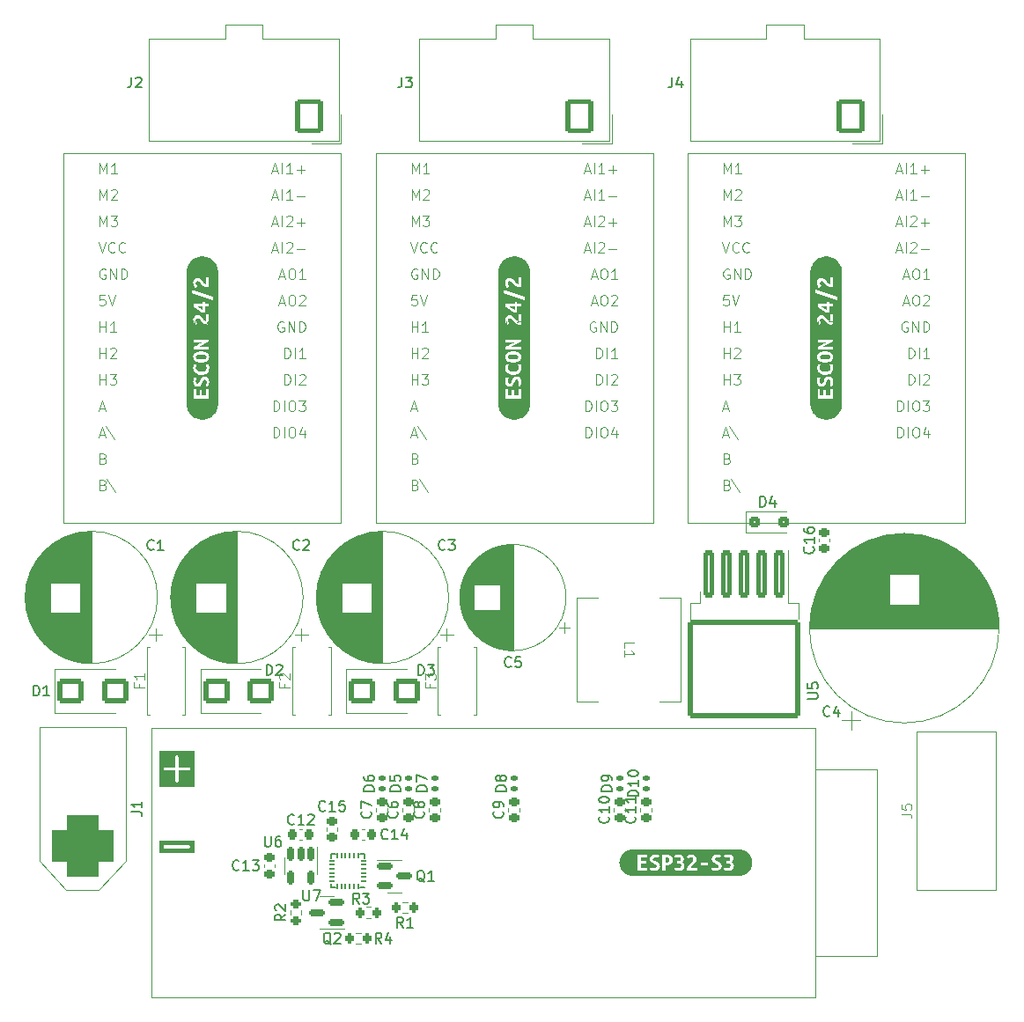
<source format=gto>
%TF.GenerationSoftware,KiCad,Pcbnew,7.0.8*%
%TF.CreationDate,2024-01-29T21:33:25+01:00*%
%TF.ProjectId,cube-motherboard,63756265-2d6d-46f7-9468-6572626f6172,rev?*%
%TF.SameCoordinates,Original*%
%TF.FileFunction,Legend,Top*%
%TF.FilePolarity,Positive*%
%FSLAX46Y46*%
G04 Gerber Fmt 4.6, Leading zero omitted, Abs format (unit mm)*
G04 Created by KiCad (PCBNEW 7.0.8) date 2024-01-29 21:33:25*
%MOMM*%
%LPD*%
G01*
G04 APERTURE LIST*
G04 Aperture macros list*
%AMRoundRect*
0 Rectangle with rounded corners*
0 $1 Rounding radius*
0 $2 $3 $4 $5 $6 $7 $8 $9 X,Y pos of 4 corners*
0 Add a 4 corners polygon primitive as box body*
4,1,4,$2,$3,$4,$5,$6,$7,$8,$9,$2,$3,0*
0 Add four circle primitives for the rounded corners*
1,1,$1+$1,$2,$3*
1,1,$1+$1,$4,$5*
1,1,$1+$1,$6,$7*
1,1,$1+$1,$8,$9*
0 Add four rect primitives between the rounded corners*
20,1,$1+$1,$2,$3,$4,$5,0*
20,1,$1+$1,$4,$5,$6,$7,0*
20,1,$1+$1,$6,$7,$8,$9,0*
20,1,$1+$1,$8,$9,$2,$3,0*%
G04 Aperture macros list end*
%ADD10C,0.300000*%
%ADD11C,0.100000*%
%ADD12C,0.150000*%
%ADD13C,0.120000*%
%ADD14C,2.000000*%
%ADD15R,5.000000X3.400000*%
%ADD16C,1.600000*%
%ADD17R,3.000000X2.400000*%
%ADD18RoundRect,0.147500X0.172500X-0.147500X0.172500X0.147500X-0.172500X0.147500X-0.172500X-0.147500X0*%
%ADD19RoundRect,0.225000X0.250000X-0.225000X0.250000X0.225000X-0.250000X0.225000X-0.250000X-0.225000X0*%
%ADD20RoundRect,0.150000X-0.150000X0.512500X-0.150000X-0.512500X0.150000X-0.512500X0.150000X0.512500X0*%
%ADD21RoundRect,0.250000X-1.000000X-0.900000X1.000000X-0.900000X1.000000X0.900000X-1.000000X0.900000X0*%
%ADD22R,1.500000X2.000000*%
%ADD23O,1.500000X2.000000*%
%ADD24RoundRect,0.225000X-0.225000X-0.250000X0.225000X-0.250000X0.225000X0.250000X-0.225000X0.250000X0*%
%ADD25C,5.600000*%
%ADD26RoundRect,0.150000X0.587500X0.150000X-0.587500X0.150000X-0.587500X-0.150000X0.587500X-0.150000X0*%
%ADD27RoundRect,1.500000X1.500000X-1.500000X1.500000X1.500000X-1.500000X1.500000X-1.500000X-1.500000X0*%
%ADD28C,6.000000*%
%ADD29R,2.000000X2.000000*%
%ADD30RoundRect,0.050000X0.225000X0.050000X-0.225000X0.050000X-0.225000X-0.050000X0.225000X-0.050000X0*%
%ADD31RoundRect,0.050000X-0.050000X0.225000X-0.050000X-0.225000X0.050000X-0.225000X0.050000X0.225000X0*%
%ADD32RoundRect,0.200000X-0.200000X-0.275000X0.200000X-0.275000X0.200000X0.275000X-0.200000X0.275000X0*%
%ADD33RoundRect,0.250001X1.099999X1.399999X-1.099999X1.399999X-1.099999X-1.399999X1.099999X-1.399999X0*%
%ADD34O,2.700000X3.300000*%
%ADD35RoundRect,0.250000X-0.300000X-0.300000X0.300000X-0.300000X0.300000X0.300000X-0.300000X0.300000X0*%
%ADD36R,2.400000X2.400000*%
%ADD37C,2.400000*%
%ADD38RoundRect,0.200000X0.200000X0.275000X-0.200000X0.275000X-0.200000X-0.275000X0.200000X-0.275000X0*%
%ADD39RoundRect,0.200000X0.275000X-0.200000X0.275000X0.200000X-0.275000X0.200000X-0.275000X-0.200000X0*%
%ADD40RoundRect,0.225000X0.225000X0.250000X-0.225000X0.250000X-0.225000X-0.250000X0.225000X-0.250000X0*%
%ADD41RoundRect,0.150000X-0.587500X-0.150000X0.587500X-0.150000X0.587500X0.150000X-0.587500X0.150000X0*%
%ADD42RoundRect,0.250000X-0.300000X2.050000X-0.300000X-2.050000X0.300000X-2.050000X0.300000X2.050000X0*%
%ADD43RoundRect,0.250002X-5.149998X4.449998X-5.149998X-4.449998X5.149998X-4.449998X5.149998X4.449998X0*%
G04 APERTURE END LIST*
D10*
G36*
X36775939Y-100552971D02*
G01*
X33333082Y-100552971D01*
X33333082Y-99974400D01*
X33761653Y-99974400D01*
X33781749Y-100049400D01*
X33836653Y-100104304D01*
X33911653Y-100124400D01*
X36197368Y-100124400D01*
X36272368Y-100104304D01*
X36327272Y-100049400D01*
X36347368Y-99974400D01*
X36327272Y-99899400D01*
X36272368Y-99844496D01*
X36197368Y-99824400D01*
X33911653Y-99824400D01*
X33836653Y-99844496D01*
X33781749Y-99899400D01*
X33761653Y-99974400D01*
X33333082Y-99974400D01*
X33333082Y-99395829D01*
X36775939Y-99395829D01*
X36775939Y-100552971D01*
G37*
G36*
X36775939Y-94195828D02*
G01*
X33333082Y-94195828D01*
X33333082Y-92474400D01*
X33761653Y-92474400D01*
X33781749Y-92549400D01*
X33836653Y-92604304D01*
X33911653Y-92624400D01*
X34904510Y-92624400D01*
X34904510Y-93617257D01*
X34924606Y-93692257D01*
X34979510Y-93747161D01*
X35054510Y-93767257D01*
X35129510Y-93747161D01*
X35184414Y-93692257D01*
X35204510Y-93617257D01*
X35204510Y-92624400D01*
X36197368Y-92624400D01*
X36272368Y-92604304D01*
X36327272Y-92549400D01*
X36347368Y-92474400D01*
X36327272Y-92399400D01*
X36272368Y-92344496D01*
X36197368Y-92324400D01*
X35204510Y-92324400D01*
X35204510Y-91331542D01*
X35184414Y-91256542D01*
X35129510Y-91201638D01*
X35054510Y-91181542D01*
X34979510Y-91201638D01*
X34924606Y-91256542D01*
X34904510Y-91331542D01*
X34904510Y-92324400D01*
X33911653Y-92324400D01*
X33836653Y-92344496D01*
X33781749Y-92399400D01*
X33761653Y-92474400D01*
X33333082Y-92474400D01*
X33333082Y-90752971D01*
X36775939Y-90752971D01*
X36775939Y-94195828D01*
G37*
D11*
X96738095Y-49457419D02*
X96738095Y-50266942D01*
X96738095Y-50266942D02*
X96785714Y-50362180D01*
X96785714Y-50362180D02*
X96833333Y-50409800D01*
X96833333Y-50409800D02*
X96928571Y-50457419D01*
X96928571Y-50457419D02*
X97119047Y-50457419D01*
X97119047Y-50457419D02*
X97214285Y-50409800D01*
X97214285Y-50409800D02*
X97261904Y-50362180D01*
X97261904Y-50362180D02*
X97309523Y-50266942D01*
X97309523Y-50266942D02*
X97309523Y-49457419D01*
X97690476Y-49457419D02*
X98309523Y-49457419D01*
X98309523Y-49457419D02*
X97976190Y-49838371D01*
X97976190Y-49838371D02*
X98119047Y-49838371D01*
X98119047Y-49838371D02*
X98214285Y-49885990D01*
X98214285Y-49885990D02*
X98261904Y-49933609D01*
X98261904Y-49933609D02*
X98309523Y-50028847D01*
X98309523Y-50028847D02*
X98309523Y-50266942D01*
X98309523Y-50266942D02*
X98261904Y-50362180D01*
X98261904Y-50362180D02*
X98214285Y-50409800D01*
X98214285Y-50409800D02*
X98119047Y-50457419D01*
X98119047Y-50457419D02*
X97833333Y-50457419D01*
X97833333Y-50457419D02*
X97738095Y-50409800D01*
X97738095Y-50409800D02*
X97690476Y-50362180D01*
X104356116Y-58077419D02*
X104356116Y-57077419D01*
X104356116Y-57077419D02*
X104594211Y-57077419D01*
X104594211Y-57077419D02*
X104737068Y-57125038D01*
X104737068Y-57125038D02*
X104832306Y-57220276D01*
X104832306Y-57220276D02*
X104879925Y-57315514D01*
X104879925Y-57315514D02*
X104927544Y-57505990D01*
X104927544Y-57505990D02*
X104927544Y-57648847D01*
X104927544Y-57648847D02*
X104879925Y-57839323D01*
X104879925Y-57839323D02*
X104832306Y-57934561D01*
X104832306Y-57934561D02*
X104737068Y-58029800D01*
X104737068Y-58029800D02*
X104594211Y-58077419D01*
X104594211Y-58077419D02*
X104356116Y-58077419D01*
X105356116Y-58077419D02*
X105356116Y-57077419D01*
X106022782Y-57077419D02*
X106213258Y-57077419D01*
X106213258Y-57077419D02*
X106308496Y-57125038D01*
X106308496Y-57125038D02*
X106403734Y-57220276D01*
X106403734Y-57220276D02*
X106451353Y-57410752D01*
X106451353Y-57410752D02*
X106451353Y-57744085D01*
X106451353Y-57744085D02*
X106403734Y-57934561D01*
X106403734Y-57934561D02*
X106308496Y-58029800D01*
X106308496Y-58029800D02*
X106213258Y-58077419D01*
X106213258Y-58077419D02*
X106022782Y-58077419D01*
X106022782Y-58077419D02*
X105927544Y-58029800D01*
X105927544Y-58029800D02*
X105832306Y-57934561D01*
X105832306Y-57934561D02*
X105784687Y-57744085D01*
X105784687Y-57744085D02*
X105784687Y-57410752D01*
X105784687Y-57410752D02*
X105832306Y-57220276D01*
X105832306Y-57220276D02*
X105927544Y-57125038D01*
X105927544Y-57125038D02*
X106022782Y-57077419D01*
X106784687Y-57077419D02*
X107403734Y-57077419D01*
X107403734Y-57077419D02*
X107070401Y-57458371D01*
X107070401Y-57458371D02*
X107213258Y-57458371D01*
X107213258Y-57458371D02*
X107308496Y-57505990D01*
X107308496Y-57505990D02*
X107356115Y-57553609D01*
X107356115Y-57553609D02*
X107403734Y-57648847D01*
X107403734Y-57648847D02*
X107403734Y-57886942D01*
X107403734Y-57886942D02*
X107356115Y-57982180D01*
X107356115Y-57982180D02*
X107308496Y-58029800D01*
X107308496Y-58029800D02*
X107213258Y-58077419D01*
X107213258Y-58077419D02*
X106927544Y-58077419D01*
X106927544Y-58077419D02*
X106832306Y-58029800D01*
X106832306Y-58029800D02*
X106784687Y-57982180D01*
X104260878Y-42551704D02*
X104737068Y-42551704D01*
X104165640Y-42837419D02*
X104498973Y-41837419D01*
X104498973Y-41837419D02*
X104832306Y-42837419D01*
X105165640Y-42837419D02*
X105165640Y-41837419D01*
X105594211Y-41932657D02*
X105641830Y-41885038D01*
X105641830Y-41885038D02*
X105737068Y-41837419D01*
X105737068Y-41837419D02*
X105975163Y-41837419D01*
X105975163Y-41837419D02*
X106070401Y-41885038D01*
X106070401Y-41885038D02*
X106118020Y-41932657D01*
X106118020Y-41932657D02*
X106165639Y-42027895D01*
X106165639Y-42027895D02*
X106165639Y-42123133D01*
X106165639Y-42123133D02*
X106118020Y-42265990D01*
X106118020Y-42265990D02*
X105546592Y-42837419D01*
X105546592Y-42837419D02*
X106165639Y-42837419D01*
X106594211Y-42456466D02*
X107356116Y-42456466D01*
X104927544Y-45091704D02*
X105403734Y-45091704D01*
X104832306Y-45377419D02*
X105165639Y-44377419D01*
X105165639Y-44377419D02*
X105498972Y-45377419D01*
X106022782Y-44377419D02*
X106213258Y-44377419D01*
X106213258Y-44377419D02*
X106308496Y-44425038D01*
X106308496Y-44425038D02*
X106403734Y-44520276D01*
X106403734Y-44520276D02*
X106451353Y-44710752D01*
X106451353Y-44710752D02*
X106451353Y-45044085D01*
X106451353Y-45044085D02*
X106403734Y-45234561D01*
X106403734Y-45234561D02*
X106308496Y-45329800D01*
X106308496Y-45329800D02*
X106213258Y-45377419D01*
X106213258Y-45377419D02*
X106022782Y-45377419D01*
X106022782Y-45377419D02*
X105927544Y-45329800D01*
X105927544Y-45329800D02*
X105832306Y-45234561D01*
X105832306Y-45234561D02*
X105784687Y-45044085D01*
X105784687Y-45044085D02*
X105784687Y-44710752D01*
X105784687Y-44710752D02*
X105832306Y-44520276D01*
X105832306Y-44520276D02*
X105927544Y-44425038D01*
X105927544Y-44425038D02*
X106022782Y-44377419D01*
X107403734Y-45377419D02*
X106832306Y-45377419D01*
X107118020Y-45377419D02*
X107118020Y-44377419D01*
X107118020Y-44377419D02*
X107022782Y-44520276D01*
X107022782Y-44520276D02*
X106927544Y-44615514D01*
X106927544Y-44615514D02*
X106832306Y-44663133D01*
X88167693Y-44425038D02*
X88072455Y-44377419D01*
X88072455Y-44377419D02*
X87929598Y-44377419D01*
X87929598Y-44377419D02*
X87786741Y-44425038D01*
X87786741Y-44425038D02*
X87691503Y-44520276D01*
X87691503Y-44520276D02*
X87643884Y-44615514D01*
X87643884Y-44615514D02*
X87596265Y-44805990D01*
X87596265Y-44805990D02*
X87596265Y-44948847D01*
X87596265Y-44948847D02*
X87643884Y-45139323D01*
X87643884Y-45139323D02*
X87691503Y-45234561D01*
X87691503Y-45234561D02*
X87786741Y-45329800D01*
X87786741Y-45329800D02*
X87929598Y-45377419D01*
X87929598Y-45377419D02*
X88024836Y-45377419D01*
X88024836Y-45377419D02*
X88167693Y-45329800D01*
X88167693Y-45329800D02*
X88215312Y-45282180D01*
X88215312Y-45282180D02*
X88215312Y-44948847D01*
X88215312Y-44948847D02*
X88024836Y-44948847D01*
X88643884Y-45377419D02*
X88643884Y-44377419D01*
X88643884Y-44377419D02*
X89215312Y-45377419D01*
X89215312Y-45377419D02*
X89215312Y-44377419D01*
X89691503Y-45377419D02*
X89691503Y-44377419D01*
X89691503Y-44377419D02*
X89929598Y-44377419D01*
X89929598Y-44377419D02*
X90072455Y-44425038D01*
X90072455Y-44425038D02*
X90167693Y-44520276D01*
X90167693Y-44520276D02*
X90215312Y-44615514D01*
X90215312Y-44615514D02*
X90262931Y-44805990D01*
X90262931Y-44805990D02*
X90262931Y-44948847D01*
X90262931Y-44948847D02*
X90215312Y-45139323D01*
X90215312Y-45139323D02*
X90167693Y-45234561D01*
X90167693Y-45234561D02*
X90072455Y-45329800D01*
X90072455Y-45329800D02*
X89929598Y-45377419D01*
X89929598Y-45377419D02*
X89691503Y-45377419D01*
X104927544Y-47631704D02*
X105403734Y-47631704D01*
X104832306Y-47917419D02*
X105165639Y-46917419D01*
X105165639Y-46917419D02*
X105498972Y-47917419D01*
X106022782Y-46917419D02*
X106213258Y-46917419D01*
X106213258Y-46917419D02*
X106308496Y-46965038D01*
X106308496Y-46965038D02*
X106403734Y-47060276D01*
X106403734Y-47060276D02*
X106451353Y-47250752D01*
X106451353Y-47250752D02*
X106451353Y-47584085D01*
X106451353Y-47584085D02*
X106403734Y-47774561D01*
X106403734Y-47774561D02*
X106308496Y-47869800D01*
X106308496Y-47869800D02*
X106213258Y-47917419D01*
X106213258Y-47917419D02*
X106022782Y-47917419D01*
X106022782Y-47917419D02*
X105927544Y-47869800D01*
X105927544Y-47869800D02*
X105832306Y-47774561D01*
X105832306Y-47774561D02*
X105784687Y-47584085D01*
X105784687Y-47584085D02*
X105784687Y-47250752D01*
X105784687Y-47250752D02*
X105832306Y-47060276D01*
X105832306Y-47060276D02*
X105927544Y-46965038D01*
X105927544Y-46965038D02*
X106022782Y-46917419D01*
X106832306Y-47012657D02*
X106879925Y-46965038D01*
X106879925Y-46965038D02*
X106975163Y-46917419D01*
X106975163Y-46917419D02*
X107213258Y-46917419D01*
X107213258Y-46917419D02*
X107308496Y-46965038D01*
X107308496Y-46965038D02*
X107356115Y-47012657D01*
X107356115Y-47012657D02*
X107403734Y-47107895D01*
X107403734Y-47107895D02*
X107403734Y-47203133D01*
X107403734Y-47203133D02*
X107356115Y-47345990D01*
X107356115Y-47345990D02*
X106784687Y-47917419D01*
X106784687Y-47917419D02*
X107403734Y-47917419D01*
X105403735Y-52997419D02*
X105403735Y-51997419D01*
X105403735Y-51997419D02*
X105641830Y-51997419D01*
X105641830Y-51997419D02*
X105784687Y-52045038D01*
X105784687Y-52045038D02*
X105879925Y-52140276D01*
X105879925Y-52140276D02*
X105927544Y-52235514D01*
X105927544Y-52235514D02*
X105975163Y-52425990D01*
X105975163Y-52425990D02*
X105975163Y-52568847D01*
X105975163Y-52568847D02*
X105927544Y-52759323D01*
X105927544Y-52759323D02*
X105879925Y-52854561D01*
X105879925Y-52854561D02*
X105784687Y-52949800D01*
X105784687Y-52949800D02*
X105641830Y-52997419D01*
X105641830Y-52997419D02*
X105403735Y-52997419D01*
X106403735Y-52997419D02*
X106403735Y-51997419D01*
X107403734Y-52997419D02*
X106832306Y-52997419D01*
X107118020Y-52997419D02*
X107118020Y-51997419D01*
X107118020Y-51997419D02*
X107022782Y-52140276D01*
X107022782Y-52140276D02*
X106927544Y-52235514D01*
X106927544Y-52235514D02*
X106832306Y-52283133D01*
X87596265Y-60331704D02*
X88072455Y-60331704D01*
X87501027Y-60617419D02*
X87834360Y-59617419D01*
X87834360Y-59617419D02*
X88167693Y-60617419D01*
X88167693Y-59522180D02*
X89024836Y-60807895D01*
X87643884Y-37757419D02*
X87643884Y-36757419D01*
X87643884Y-36757419D02*
X87977217Y-37471704D01*
X87977217Y-37471704D02*
X88310550Y-36757419D01*
X88310550Y-36757419D02*
X88310550Y-37757419D01*
X88739122Y-36852657D02*
X88786741Y-36805038D01*
X88786741Y-36805038D02*
X88881979Y-36757419D01*
X88881979Y-36757419D02*
X89120074Y-36757419D01*
X89120074Y-36757419D02*
X89215312Y-36805038D01*
X89215312Y-36805038D02*
X89262931Y-36852657D01*
X89262931Y-36852657D02*
X89310550Y-36947895D01*
X89310550Y-36947895D02*
X89310550Y-37043133D01*
X89310550Y-37043133D02*
X89262931Y-37185990D01*
X89262931Y-37185990D02*
X88691503Y-37757419D01*
X88691503Y-37757419D02*
X89310550Y-37757419D01*
X87643884Y-55537419D02*
X87643884Y-54537419D01*
X87643884Y-55013609D02*
X88215312Y-55013609D01*
X88215312Y-55537419D02*
X88215312Y-54537419D01*
X88596265Y-54537419D02*
X89215312Y-54537419D01*
X89215312Y-54537419D02*
X88881979Y-54918371D01*
X88881979Y-54918371D02*
X89024836Y-54918371D01*
X89024836Y-54918371D02*
X89120074Y-54965990D01*
X89120074Y-54965990D02*
X89167693Y-55013609D01*
X89167693Y-55013609D02*
X89215312Y-55108847D01*
X89215312Y-55108847D02*
X89215312Y-55346942D01*
X89215312Y-55346942D02*
X89167693Y-55442180D01*
X89167693Y-55442180D02*
X89120074Y-55489800D01*
X89120074Y-55489800D02*
X89024836Y-55537419D01*
X89024836Y-55537419D02*
X88739122Y-55537419D01*
X88739122Y-55537419D02*
X88643884Y-55489800D01*
X88643884Y-55489800D02*
X88596265Y-55442180D01*
X104356116Y-60617419D02*
X104356116Y-59617419D01*
X104356116Y-59617419D02*
X104594211Y-59617419D01*
X104594211Y-59617419D02*
X104737068Y-59665038D01*
X104737068Y-59665038D02*
X104832306Y-59760276D01*
X104832306Y-59760276D02*
X104879925Y-59855514D01*
X104879925Y-59855514D02*
X104927544Y-60045990D01*
X104927544Y-60045990D02*
X104927544Y-60188847D01*
X104927544Y-60188847D02*
X104879925Y-60379323D01*
X104879925Y-60379323D02*
X104832306Y-60474561D01*
X104832306Y-60474561D02*
X104737068Y-60569800D01*
X104737068Y-60569800D02*
X104594211Y-60617419D01*
X104594211Y-60617419D02*
X104356116Y-60617419D01*
X105356116Y-60617419D02*
X105356116Y-59617419D01*
X106022782Y-59617419D02*
X106213258Y-59617419D01*
X106213258Y-59617419D02*
X106308496Y-59665038D01*
X106308496Y-59665038D02*
X106403734Y-59760276D01*
X106403734Y-59760276D02*
X106451353Y-59950752D01*
X106451353Y-59950752D02*
X106451353Y-60284085D01*
X106451353Y-60284085D02*
X106403734Y-60474561D01*
X106403734Y-60474561D02*
X106308496Y-60569800D01*
X106308496Y-60569800D02*
X106213258Y-60617419D01*
X106213258Y-60617419D02*
X106022782Y-60617419D01*
X106022782Y-60617419D02*
X105927544Y-60569800D01*
X105927544Y-60569800D02*
X105832306Y-60474561D01*
X105832306Y-60474561D02*
X105784687Y-60284085D01*
X105784687Y-60284085D02*
X105784687Y-59950752D01*
X105784687Y-59950752D02*
X105832306Y-59760276D01*
X105832306Y-59760276D02*
X105927544Y-59665038D01*
X105927544Y-59665038D02*
X106022782Y-59617419D01*
X107308496Y-59950752D02*
X107308496Y-60617419D01*
X107070401Y-59569800D02*
X106832306Y-60284085D01*
X106832306Y-60284085D02*
X107451353Y-60284085D01*
X87643884Y-50457419D02*
X87643884Y-49457419D01*
X87643884Y-49933609D02*
X88215312Y-49933609D01*
X88215312Y-50457419D02*
X88215312Y-49457419D01*
X89215312Y-50457419D02*
X88643884Y-50457419D01*
X88929598Y-50457419D02*
X88929598Y-49457419D01*
X88929598Y-49457419D02*
X88834360Y-49600276D01*
X88834360Y-49600276D02*
X88739122Y-49695514D01*
X88739122Y-49695514D02*
X88643884Y-49743133D01*
X104260878Y-40011704D02*
X104737068Y-40011704D01*
X104165640Y-40297419D02*
X104498973Y-39297419D01*
X104498973Y-39297419D02*
X104832306Y-40297419D01*
X105165640Y-40297419D02*
X105165640Y-39297419D01*
X105594211Y-39392657D02*
X105641830Y-39345038D01*
X105641830Y-39345038D02*
X105737068Y-39297419D01*
X105737068Y-39297419D02*
X105975163Y-39297419D01*
X105975163Y-39297419D02*
X106070401Y-39345038D01*
X106070401Y-39345038D02*
X106118020Y-39392657D01*
X106118020Y-39392657D02*
X106165639Y-39487895D01*
X106165639Y-39487895D02*
X106165639Y-39583133D01*
X106165639Y-39583133D02*
X106118020Y-39725990D01*
X106118020Y-39725990D02*
X105546592Y-40297419D01*
X105546592Y-40297419D02*
X106165639Y-40297419D01*
X106594211Y-39916466D02*
X107356116Y-39916466D01*
X106975163Y-40297419D02*
X106975163Y-39535514D01*
X87596265Y-57791704D02*
X88072455Y-57791704D01*
X87501027Y-58077419D02*
X87834360Y-57077419D01*
X87834360Y-57077419D02*
X88167693Y-58077419D01*
X104260878Y-37471704D02*
X104737068Y-37471704D01*
X104165640Y-37757419D02*
X104498973Y-36757419D01*
X104498973Y-36757419D02*
X104832306Y-37757419D01*
X105165640Y-37757419D02*
X105165640Y-36757419D01*
X106165639Y-37757419D02*
X105594211Y-37757419D01*
X105879925Y-37757419D02*
X105879925Y-36757419D01*
X105879925Y-36757419D02*
X105784687Y-36900276D01*
X105784687Y-36900276D02*
X105689449Y-36995514D01*
X105689449Y-36995514D02*
X105594211Y-37043133D01*
X106594211Y-37376466D02*
X107356116Y-37376466D01*
X87643884Y-35217419D02*
X87643884Y-34217419D01*
X87643884Y-34217419D02*
X87977217Y-34931704D01*
X87977217Y-34931704D02*
X88310550Y-34217419D01*
X88310550Y-34217419D02*
X88310550Y-35217419D01*
X89310550Y-35217419D02*
X88739122Y-35217419D01*
X89024836Y-35217419D02*
X89024836Y-34217419D01*
X89024836Y-34217419D02*
X88929598Y-34360276D01*
X88929598Y-34360276D02*
X88834360Y-34455514D01*
X88834360Y-34455514D02*
X88739122Y-34503133D01*
X87977217Y-65173609D02*
X88120074Y-65221228D01*
X88120074Y-65221228D02*
X88167693Y-65268847D01*
X88167693Y-65268847D02*
X88215312Y-65364085D01*
X88215312Y-65364085D02*
X88215312Y-65506942D01*
X88215312Y-65506942D02*
X88167693Y-65602180D01*
X88167693Y-65602180D02*
X88120074Y-65649800D01*
X88120074Y-65649800D02*
X88024836Y-65697419D01*
X88024836Y-65697419D02*
X87643884Y-65697419D01*
X87643884Y-65697419D02*
X87643884Y-64697419D01*
X87643884Y-64697419D02*
X87977217Y-64697419D01*
X87977217Y-64697419D02*
X88072455Y-64745038D01*
X88072455Y-64745038D02*
X88120074Y-64792657D01*
X88120074Y-64792657D02*
X88167693Y-64887895D01*
X88167693Y-64887895D02*
X88167693Y-64983133D01*
X88167693Y-64983133D02*
X88120074Y-65078371D01*
X88120074Y-65078371D02*
X88072455Y-65125990D01*
X88072455Y-65125990D02*
X87977217Y-65173609D01*
X87977217Y-65173609D02*
X87643884Y-65173609D01*
X88310550Y-64602180D02*
X89167693Y-65887895D01*
X105403735Y-55537419D02*
X105403735Y-54537419D01*
X105403735Y-54537419D02*
X105641830Y-54537419D01*
X105641830Y-54537419D02*
X105784687Y-54585038D01*
X105784687Y-54585038D02*
X105879925Y-54680276D01*
X105879925Y-54680276D02*
X105927544Y-54775514D01*
X105927544Y-54775514D02*
X105975163Y-54965990D01*
X105975163Y-54965990D02*
X105975163Y-55108847D01*
X105975163Y-55108847D02*
X105927544Y-55299323D01*
X105927544Y-55299323D02*
X105879925Y-55394561D01*
X105879925Y-55394561D02*
X105784687Y-55489800D01*
X105784687Y-55489800D02*
X105641830Y-55537419D01*
X105641830Y-55537419D02*
X105403735Y-55537419D01*
X106403735Y-55537419D02*
X106403735Y-54537419D01*
X106832306Y-54632657D02*
X106879925Y-54585038D01*
X106879925Y-54585038D02*
X106975163Y-54537419D01*
X106975163Y-54537419D02*
X107213258Y-54537419D01*
X107213258Y-54537419D02*
X107308496Y-54585038D01*
X107308496Y-54585038D02*
X107356115Y-54632657D01*
X107356115Y-54632657D02*
X107403734Y-54727895D01*
X107403734Y-54727895D02*
X107403734Y-54823133D01*
X107403734Y-54823133D02*
X107356115Y-54965990D01*
X107356115Y-54965990D02*
X106784687Y-55537419D01*
X106784687Y-55537419D02*
X107403734Y-55537419D01*
X105308496Y-49505038D02*
X105213258Y-49457419D01*
X105213258Y-49457419D02*
X105070401Y-49457419D01*
X105070401Y-49457419D02*
X104927544Y-49505038D01*
X104927544Y-49505038D02*
X104832306Y-49600276D01*
X104832306Y-49600276D02*
X104784687Y-49695514D01*
X104784687Y-49695514D02*
X104737068Y-49885990D01*
X104737068Y-49885990D02*
X104737068Y-50028847D01*
X104737068Y-50028847D02*
X104784687Y-50219323D01*
X104784687Y-50219323D02*
X104832306Y-50314561D01*
X104832306Y-50314561D02*
X104927544Y-50409800D01*
X104927544Y-50409800D02*
X105070401Y-50457419D01*
X105070401Y-50457419D02*
X105165639Y-50457419D01*
X105165639Y-50457419D02*
X105308496Y-50409800D01*
X105308496Y-50409800D02*
X105356115Y-50362180D01*
X105356115Y-50362180D02*
X105356115Y-50028847D01*
X105356115Y-50028847D02*
X105165639Y-50028847D01*
X105784687Y-50457419D02*
X105784687Y-49457419D01*
X105784687Y-49457419D02*
X106356115Y-50457419D01*
X106356115Y-50457419D02*
X106356115Y-49457419D01*
X106832306Y-50457419D02*
X106832306Y-49457419D01*
X106832306Y-49457419D02*
X107070401Y-49457419D01*
X107070401Y-49457419D02*
X107213258Y-49505038D01*
X107213258Y-49505038D02*
X107308496Y-49600276D01*
X107308496Y-49600276D02*
X107356115Y-49695514D01*
X107356115Y-49695514D02*
X107403734Y-49885990D01*
X107403734Y-49885990D02*
X107403734Y-50028847D01*
X107403734Y-50028847D02*
X107356115Y-50219323D01*
X107356115Y-50219323D02*
X107308496Y-50314561D01*
X107308496Y-50314561D02*
X107213258Y-50409800D01*
X107213258Y-50409800D02*
X107070401Y-50457419D01*
X107070401Y-50457419D02*
X106832306Y-50457419D01*
X104260878Y-34931704D02*
X104737068Y-34931704D01*
X104165640Y-35217419D02*
X104498973Y-34217419D01*
X104498973Y-34217419D02*
X104832306Y-35217419D01*
X105165640Y-35217419D02*
X105165640Y-34217419D01*
X106165639Y-35217419D02*
X105594211Y-35217419D01*
X105879925Y-35217419D02*
X105879925Y-34217419D01*
X105879925Y-34217419D02*
X105784687Y-34360276D01*
X105784687Y-34360276D02*
X105689449Y-34455514D01*
X105689449Y-34455514D02*
X105594211Y-34503133D01*
X106594211Y-34836466D02*
X107356116Y-34836466D01*
X106975163Y-35217419D02*
X106975163Y-34455514D01*
X87501027Y-41837419D02*
X87834360Y-42837419D01*
X87834360Y-42837419D02*
X88167693Y-41837419D01*
X89072455Y-42742180D02*
X89024836Y-42789800D01*
X89024836Y-42789800D02*
X88881979Y-42837419D01*
X88881979Y-42837419D02*
X88786741Y-42837419D01*
X88786741Y-42837419D02*
X88643884Y-42789800D01*
X88643884Y-42789800D02*
X88548646Y-42694561D01*
X88548646Y-42694561D02*
X88501027Y-42599323D01*
X88501027Y-42599323D02*
X88453408Y-42408847D01*
X88453408Y-42408847D02*
X88453408Y-42265990D01*
X88453408Y-42265990D02*
X88501027Y-42075514D01*
X88501027Y-42075514D02*
X88548646Y-41980276D01*
X88548646Y-41980276D02*
X88643884Y-41885038D01*
X88643884Y-41885038D02*
X88786741Y-41837419D01*
X88786741Y-41837419D02*
X88881979Y-41837419D01*
X88881979Y-41837419D02*
X89024836Y-41885038D01*
X89024836Y-41885038D02*
X89072455Y-41932657D01*
X90072455Y-42742180D02*
X90024836Y-42789800D01*
X90024836Y-42789800D02*
X89881979Y-42837419D01*
X89881979Y-42837419D02*
X89786741Y-42837419D01*
X89786741Y-42837419D02*
X89643884Y-42789800D01*
X89643884Y-42789800D02*
X89548646Y-42694561D01*
X89548646Y-42694561D02*
X89501027Y-42599323D01*
X89501027Y-42599323D02*
X89453408Y-42408847D01*
X89453408Y-42408847D02*
X89453408Y-42265990D01*
X89453408Y-42265990D02*
X89501027Y-42075514D01*
X89501027Y-42075514D02*
X89548646Y-41980276D01*
X89548646Y-41980276D02*
X89643884Y-41885038D01*
X89643884Y-41885038D02*
X89786741Y-41837419D01*
X89786741Y-41837419D02*
X89881979Y-41837419D01*
X89881979Y-41837419D02*
X90024836Y-41885038D01*
X90024836Y-41885038D02*
X90072455Y-41932657D01*
X88120074Y-46917419D02*
X87643884Y-46917419D01*
X87643884Y-46917419D02*
X87596265Y-47393609D01*
X87596265Y-47393609D02*
X87643884Y-47345990D01*
X87643884Y-47345990D02*
X87739122Y-47298371D01*
X87739122Y-47298371D02*
X87977217Y-47298371D01*
X87977217Y-47298371D02*
X88072455Y-47345990D01*
X88072455Y-47345990D02*
X88120074Y-47393609D01*
X88120074Y-47393609D02*
X88167693Y-47488847D01*
X88167693Y-47488847D02*
X88167693Y-47726942D01*
X88167693Y-47726942D02*
X88120074Y-47822180D01*
X88120074Y-47822180D02*
X88072455Y-47869800D01*
X88072455Y-47869800D02*
X87977217Y-47917419D01*
X87977217Y-47917419D02*
X87739122Y-47917419D01*
X87739122Y-47917419D02*
X87643884Y-47869800D01*
X87643884Y-47869800D02*
X87596265Y-47822180D01*
X88453408Y-46917419D02*
X88786741Y-47917419D01*
X88786741Y-47917419D02*
X89120074Y-46917419D01*
X87643884Y-52997419D02*
X87643884Y-51997419D01*
X87643884Y-52473609D02*
X88215312Y-52473609D01*
X88215312Y-52997419D02*
X88215312Y-51997419D01*
X88643884Y-52092657D02*
X88691503Y-52045038D01*
X88691503Y-52045038D02*
X88786741Y-51997419D01*
X88786741Y-51997419D02*
X89024836Y-51997419D01*
X89024836Y-51997419D02*
X89120074Y-52045038D01*
X89120074Y-52045038D02*
X89167693Y-52092657D01*
X89167693Y-52092657D02*
X89215312Y-52187895D01*
X89215312Y-52187895D02*
X89215312Y-52283133D01*
X89215312Y-52283133D02*
X89167693Y-52425990D01*
X89167693Y-52425990D02*
X88596265Y-52997419D01*
X88596265Y-52997419D02*
X89215312Y-52997419D01*
X87977217Y-62633609D02*
X88120074Y-62681228D01*
X88120074Y-62681228D02*
X88167693Y-62728847D01*
X88167693Y-62728847D02*
X88215312Y-62824085D01*
X88215312Y-62824085D02*
X88215312Y-62966942D01*
X88215312Y-62966942D02*
X88167693Y-63062180D01*
X88167693Y-63062180D02*
X88120074Y-63109800D01*
X88120074Y-63109800D02*
X88024836Y-63157419D01*
X88024836Y-63157419D02*
X87643884Y-63157419D01*
X87643884Y-63157419D02*
X87643884Y-62157419D01*
X87643884Y-62157419D02*
X87977217Y-62157419D01*
X87977217Y-62157419D02*
X88072455Y-62205038D01*
X88072455Y-62205038D02*
X88120074Y-62252657D01*
X88120074Y-62252657D02*
X88167693Y-62347895D01*
X88167693Y-62347895D02*
X88167693Y-62443133D01*
X88167693Y-62443133D02*
X88120074Y-62538371D01*
X88120074Y-62538371D02*
X88072455Y-62585990D01*
X88072455Y-62585990D02*
X87977217Y-62633609D01*
X87977217Y-62633609D02*
X87643884Y-62633609D01*
X87643884Y-40297419D02*
X87643884Y-39297419D01*
X87643884Y-39297419D02*
X87977217Y-40011704D01*
X87977217Y-40011704D02*
X88310550Y-39297419D01*
X88310550Y-39297419D02*
X88310550Y-40297419D01*
X88691503Y-39297419D02*
X89310550Y-39297419D01*
X89310550Y-39297419D02*
X88977217Y-39678371D01*
X88977217Y-39678371D02*
X89120074Y-39678371D01*
X89120074Y-39678371D02*
X89215312Y-39725990D01*
X89215312Y-39725990D02*
X89262931Y-39773609D01*
X89262931Y-39773609D02*
X89310550Y-39868847D01*
X89310550Y-39868847D02*
X89310550Y-40106942D01*
X89310550Y-40106942D02*
X89262931Y-40202180D01*
X89262931Y-40202180D02*
X89215312Y-40249800D01*
X89215312Y-40249800D02*
X89120074Y-40297419D01*
X89120074Y-40297419D02*
X88834360Y-40297419D01*
X88834360Y-40297419D02*
X88739122Y-40249800D01*
X88739122Y-40249800D02*
X88691503Y-40202180D01*
X66738095Y-49457419D02*
X66738095Y-50266942D01*
X66738095Y-50266942D02*
X66785714Y-50362180D01*
X66785714Y-50362180D02*
X66833333Y-50409800D01*
X66833333Y-50409800D02*
X66928571Y-50457419D01*
X66928571Y-50457419D02*
X67119047Y-50457419D01*
X67119047Y-50457419D02*
X67214285Y-50409800D01*
X67214285Y-50409800D02*
X67261904Y-50362180D01*
X67261904Y-50362180D02*
X67309523Y-50266942D01*
X67309523Y-50266942D02*
X67309523Y-49457419D01*
X67738095Y-49552657D02*
X67785714Y-49505038D01*
X67785714Y-49505038D02*
X67880952Y-49457419D01*
X67880952Y-49457419D02*
X68119047Y-49457419D01*
X68119047Y-49457419D02*
X68214285Y-49505038D01*
X68214285Y-49505038D02*
X68261904Y-49552657D01*
X68261904Y-49552657D02*
X68309523Y-49647895D01*
X68309523Y-49647895D02*
X68309523Y-49743133D01*
X68309523Y-49743133D02*
X68261904Y-49885990D01*
X68261904Y-49885990D02*
X67690476Y-50457419D01*
X67690476Y-50457419D02*
X68309523Y-50457419D01*
X74356116Y-58077419D02*
X74356116Y-57077419D01*
X74356116Y-57077419D02*
X74594211Y-57077419D01*
X74594211Y-57077419D02*
X74737068Y-57125038D01*
X74737068Y-57125038D02*
X74832306Y-57220276D01*
X74832306Y-57220276D02*
X74879925Y-57315514D01*
X74879925Y-57315514D02*
X74927544Y-57505990D01*
X74927544Y-57505990D02*
X74927544Y-57648847D01*
X74927544Y-57648847D02*
X74879925Y-57839323D01*
X74879925Y-57839323D02*
X74832306Y-57934561D01*
X74832306Y-57934561D02*
X74737068Y-58029800D01*
X74737068Y-58029800D02*
X74594211Y-58077419D01*
X74594211Y-58077419D02*
X74356116Y-58077419D01*
X75356116Y-58077419D02*
X75356116Y-57077419D01*
X76022782Y-57077419D02*
X76213258Y-57077419D01*
X76213258Y-57077419D02*
X76308496Y-57125038D01*
X76308496Y-57125038D02*
X76403734Y-57220276D01*
X76403734Y-57220276D02*
X76451353Y-57410752D01*
X76451353Y-57410752D02*
X76451353Y-57744085D01*
X76451353Y-57744085D02*
X76403734Y-57934561D01*
X76403734Y-57934561D02*
X76308496Y-58029800D01*
X76308496Y-58029800D02*
X76213258Y-58077419D01*
X76213258Y-58077419D02*
X76022782Y-58077419D01*
X76022782Y-58077419D02*
X75927544Y-58029800D01*
X75927544Y-58029800D02*
X75832306Y-57934561D01*
X75832306Y-57934561D02*
X75784687Y-57744085D01*
X75784687Y-57744085D02*
X75784687Y-57410752D01*
X75784687Y-57410752D02*
X75832306Y-57220276D01*
X75832306Y-57220276D02*
X75927544Y-57125038D01*
X75927544Y-57125038D02*
X76022782Y-57077419D01*
X76784687Y-57077419D02*
X77403734Y-57077419D01*
X77403734Y-57077419D02*
X77070401Y-57458371D01*
X77070401Y-57458371D02*
X77213258Y-57458371D01*
X77213258Y-57458371D02*
X77308496Y-57505990D01*
X77308496Y-57505990D02*
X77356115Y-57553609D01*
X77356115Y-57553609D02*
X77403734Y-57648847D01*
X77403734Y-57648847D02*
X77403734Y-57886942D01*
X77403734Y-57886942D02*
X77356115Y-57982180D01*
X77356115Y-57982180D02*
X77308496Y-58029800D01*
X77308496Y-58029800D02*
X77213258Y-58077419D01*
X77213258Y-58077419D02*
X76927544Y-58077419D01*
X76927544Y-58077419D02*
X76832306Y-58029800D01*
X76832306Y-58029800D02*
X76784687Y-57982180D01*
X74260878Y-42551704D02*
X74737068Y-42551704D01*
X74165640Y-42837419D02*
X74498973Y-41837419D01*
X74498973Y-41837419D02*
X74832306Y-42837419D01*
X75165640Y-42837419D02*
X75165640Y-41837419D01*
X75594211Y-41932657D02*
X75641830Y-41885038D01*
X75641830Y-41885038D02*
X75737068Y-41837419D01*
X75737068Y-41837419D02*
X75975163Y-41837419D01*
X75975163Y-41837419D02*
X76070401Y-41885038D01*
X76070401Y-41885038D02*
X76118020Y-41932657D01*
X76118020Y-41932657D02*
X76165639Y-42027895D01*
X76165639Y-42027895D02*
X76165639Y-42123133D01*
X76165639Y-42123133D02*
X76118020Y-42265990D01*
X76118020Y-42265990D02*
X75546592Y-42837419D01*
X75546592Y-42837419D02*
X76165639Y-42837419D01*
X76594211Y-42456466D02*
X77356116Y-42456466D01*
X74927544Y-45091704D02*
X75403734Y-45091704D01*
X74832306Y-45377419D02*
X75165639Y-44377419D01*
X75165639Y-44377419D02*
X75498972Y-45377419D01*
X76022782Y-44377419D02*
X76213258Y-44377419D01*
X76213258Y-44377419D02*
X76308496Y-44425038D01*
X76308496Y-44425038D02*
X76403734Y-44520276D01*
X76403734Y-44520276D02*
X76451353Y-44710752D01*
X76451353Y-44710752D02*
X76451353Y-45044085D01*
X76451353Y-45044085D02*
X76403734Y-45234561D01*
X76403734Y-45234561D02*
X76308496Y-45329800D01*
X76308496Y-45329800D02*
X76213258Y-45377419D01*
X76213258Y-45377419D02*
X76022782Y-45377419D01*
X76022782Y-45377419D02*
X75927544Y-45329800D01*
X75927544Y-45329800D02*
X75832306Y-45234561D01*
X75832306Y-45234561D02*
X75784687Y-45044085D01*
X75784687Y-45044085D02*
X75784687Y-44710752D01*
X75784687Y-44710752D02*
X75832306Y-44520276D01*
X75832306Y-44520276D02*
X75927544Y-44425038D01*
X75927544Y-44425038D02*
X76022782Y-44377419D01*
X77403734Y-45377419D02*
X76832306Y-45377419D01*
X77118020Y-45377419D02*
X77118020Y-44377419D01*
X77118020Y-44377419D02*
X77022782Y-44520276D01*
X77022782Y-44520276D02*
X76927544Y-44615514D01*
X76927544Y-44615514D02*
X76832306Y-44663133D01*
X58167693Y-44425038D02*
X58072455Y-44377419D01*
X58072455Y-44377419D02*
X57929598Y-44377419D01*
X57929598Y-44377419D02*
X57786741Y-44425038D01*
X57786741Y-44425038D02*
X57691503Y-44520276D01*
X57691503Y-44520276D02*
X57643884Y-44615514D01*
X57643884Y-44615514D02*
X57596265Y-44805990D01*
X57596265Y-44805990D02*
X57596265Y-44948847D01*
X57596265Y-44948847D02*
X57643884Y-45139323D01*
X57643884Y-45139323D02*
X57691503Y-45234561D01*
X57691503Y-45234561D02*
X57786741Y-45329800D01*
X57786741Y-45329800D02*
X57929598Y-45377419D01*
X57929598Y-45377419D02*
X58024836Y-45377419D01*
X58024836Y-45377419D02*
X58167693Y-45329800D01*
X58167693Y-45329800D02*
X58215312Y-45282180D01*
X58215312Y-45282180D02*
X58215312Y-44948847D01*
X58215312Y-44948847D02*
X58024836Y-44948847D01*
X58643884Y-45377419D02*
X58643884Y-44377419D01*
X58643884Y-44377419D02*
X59215312Y-45377419D01*
X59215312Y-45377419D02*
X59215312Y-44377419D01*
X59691503Y-45377419D02*
X59691503Y-44377419D01*
X59691503Y-44377419D02*
X59929598Y-44377419D01*
X59929598Y-44377419D02*
X60072455Y-44425038D01*
X60072455Y-44425038D02*
X60167693Y-44520276D01*
X60167693Y-44520276D02*
X60215312Y-44615514D01*
X60215312Y-44615514D02*
X60262931Y-44805990D01*
X60262931Y-44805990D02*
X60262931Y-44948847D01*
X60262931Y-44948847D02*
X60215312Y-45139323D01*
X60215312Y-45139323D02*
X60167693Y-45234561D01*
X60167693Y-45234561D02*
X60072455Y-45329800D01*
X60072455Y-45329800D02*
X59929598Y-45377419D01*
X59929598Y-45377419D02*
X59691503Y-45377419D01*
X74927544Y-47631704D02*
X75403734Y-47631704D01*
X74832306Y-47917419D02*
X75165639Y-46917419D01*
X75165639Y-46917419D02*
X75498972Y-47917419D01*
X76022782Y-46917419D02*
X76213258Y-46917419D01*
X76213258Y-46917419D02*
X76308496Y-46965038D01*
X76308496Y-46965038D02*
X76403734Y-47060276D01*
X76403734Y-47060276D02*
X76451353Y-47250752D01*
X76451353Y-47250752D02*
X76451353Y-47584085D01*
X76451353Y-47584085D02*
X76403734Y-47774561D01*
X76403734Y-47774561D02*
X76308496Y-47869800D01*
X76308496Y-47869800D02*
X76213258Y-47917419D01*
X76213258Y-47917419D02*
X76022782Y-47917419D01*
X76022782Y-47917419D02*
X75927544Y-47869800D01*
X75927544Y-47869800D02*
X75832306Y-47774561D01*
X75832306Y-47774561D02*
X75784687Y-47584085D01*
X75784687Y-47584085D02*
X75784687Y-47250752D01*
X75784687Y-47250752D02*
X75832306Y-47060276D01*
X75832306Y-47060276D02*
X75927544Y-46965038D01*
X75927544Y-46965038D02*
X76022782Y-46917419D01*
X76832306Y-47012657D02*
X76879925Y-46965038D01*
X76879925Y-46965038D02*
X76975163Y-46917419D01*
X76975163Y-46917419D02*
X77213258Y-46917419D01*
X77213258Y-46917419D02*
X77308496Y-46965038D01*
X77308496Y-46965038D02*
X77356115Y-47012657D01*
X77356115Y-47012657D02*
X77403734Y-47107895D01*
X77403734Y-47107895D02*
X77403734Y-47203133D01*
X77403734Y-47203133D02*
X77356115Y-47345990D01*
X77356115Y-47345990D02*
X76784687Y-47917419D01*
X76784687Y-47917419D02*
X77403734Y-47917419D01*
X75403735Y-52997419D02*
X75403735Y-51997419D01*
X75403735Y-51997419D02*
X75641830Y-51997419D01*
X75641830Y-51997419D02*
X75784687Y-52045038D01*
X75784687Y-52045038D02*
X75879925Y-52140276D01*
X75879925Y-52140276D02*
X75927544Y-52235514D01*
X75927544Y-52235514D02*
X75975163Y-52425990D01*
X75975163Y-52425990D02*
X75975163Y-52568847D01*
X75975163Y-52568847D02*
X75927544Y-52759323D01*
X75927544Y-52759323D02*
X75879925Y-52854561D01*
X75879925Y-52854561D02*
X75784687Y-52949800D01*
X75784687Y-52949800D02*
X75641830Y-52997419D01*
X75641830Y-52997419D02*
X75403735Y-52997419D01*
X76403735Y-52997419D02*
X76403735Y-51997419D01*
X77403734Y-52997419D02*
X76832306Y-52997419D01*
X77118020Y-52997419D02*
X77118020Y-51997419D01*
X77118020Y-51997419D02*
X77022782Y-52140276D01*
X77022782Y-52140276D02*
X76927544Y-52235514D01*
X76927544Y-52235514D02*
X76832306Y-52283133D01*
X57596265Y-60331704D02*
X58072455Y-60331704D01*
X57501027Y-60617419D02*
X57834360Y-59617419D01*
X57834360Y-59617419D02*
X58167693Y-60617419D01*
X58167693Y-59522180D02*
X59024836Y-60807895D01*
X57643884Y-37757419D02*
X57643884Y-36757419D01*
X57643884Y-36757419D02*
X57977217Y-37471704D01*
X57977217Y-37471704D02*
X58310550Y-36757419D01*
X58310550Y-36757419D02*
X58310550Y-37757419D01*
X58739122Y-36852657D02*
X58786741Y-36805038D01*
X58786741Y-36805038D02*
X58881979Y-36757419D01*
X58881979Y-36757419D02*
X59120074Y-36757419D01*
X59120074Y-36757419D02*
X59215312Y-36805038D01*
X59215312Y-36805038D02*
X59262931Y-36852657D01*
X59262931Y-36852657D02*
X59310550Y-36947895D01*
X59310550Y-36947895D02*
X59310550Y-37043133D01*
X59310550Y-37043133D02*
X59262931Y-37185990D01*
X59262931Y-37185990D02*
X58691503Y-37757419D01*
X58691503Y-37757419D02*
X59310550Y-37757419D01*
X57643884Y-55537419D02*
X57643884Y-54537419D01*
X57643884Y-55013609D02*
X58215312Y-55013609D01*
X58215312Y-55537419D02*
X58215312Y-54537419D01*
X58596265Y-54537419D02*
X59215312Y-54537419D01*
X59215312Y-54537419D02*
X58881979Y-54918371D01*
X58881979Y-54918371D02*
X59024836Y-54918371D01*
X59024836Y-54918371D02*
X59120074Y-54965990D01*
X59120074Y-54965990D02*
X59167693Y-55013609D01*
X59167693Y-55013609D02*
X59215312Y-55108847D01*
X59215312Y-55108847D02*
X59215312Y-55346942D01*
X59215312Y-55346942D02*
X59167693Y-55442180D01*
X59167693Y-55442180D02*
X59120074Y-55489800D01*
X59120074Y-55489800D02*
X59024836Y-55537419D01*
X59024836Y-55537419D02*
X58739122Y-55537419D01*
X58739122Y-55537419D02*
X58643884Y-55489800D01*
X58643884Y-55489800D02*
X58596265Y-55442180D01*
X74356116Y-60617419D02*
X74356116Y-59617419D01*
X74356116Y-59617419D02*
X74594211Y-59617419D01*
X74594211Y-59617419D02*
X74737068Y-59665038D01*
X74737068Y-59665038D02*
X74832306Y-59760276D01*
X74832306Y-59760276D02*
X74879925Y-59855514D01*
X74879925Y-59855514D02*
X74927544Y-60045990D01*
X74927544Y-60045990D02*
X74927544Y-60188847D01*
X74927544Y-60188847D02*
X74879925Y-60379323D01*
X74879925Y-60379323D02*
X74832306Y-60474561D01*
X74832306Y-60474561D02*
X74737068Y-60569800D01*
X74737068Y-60569800D02*
X74594211Y-60617419D01*
X74594211Y-60617419D02*
X74356116Y-60617419D01*
X75356116Y-60617419D02*
X75356116Y-59617419D01*
X76022782Y-59617419D02*
X76213258Y-59617419D01*
X76213258Y-59617419D02*
X76308496Y-59665038D01*
X76308496Y-59665038D02*
X76403734Y-59760276D01*
X76403734Y-59760276D02*
X76451353Y-59950752D01*
X76451353Y-59950752D02*
X76451353Y-60284085D01*
X76451353Y-60284085D02*
X76403734Y-60474561D01*
X76403734Y-60474561D02*
X76308496Y-60569800D01*
X76308496Y-60569800D02*
X76213258Y-60617419D01*
X76213258Y-60617419D02*
X76022782Y-60617419D01*
X76022782Y-60617419D02*
X75927544Y-60569800D01*
X75927544Y-60569800D02*
X75832306Y-60474561D01*
X75832306Y-60474561D02*
X75784687Y-60284085D01*
X75784687Y-60284085D02*
X75784687Y-59950752D01*
X75784687Y-59950752D02*
X75832306Y-59760276D01*
X75832306Y-59760276D02*
X75927544Y-59665038D01*
X75927544Y-59665038D02*
X76022782Y-59617419D01*
X77308496Y-59950752D02*
X77308496Y-60617419D01*
X77070401Y-59569800D02*
X76832306Y-60284085D01*
X76832306Y-60284085D02*
X77451353Y-60284085D01*
X57643884Y-50457419D02*
X57643884Y-49457419D01*
X57643884Y-49933609D02*
X58215312Y-49933609D01*
X58215312Y-50457419D02*
X58215312Y-49457419D01*
X59215312Y-50457419D02*
X58643884Y-50457419D01*
X58929598Y-50457419D02*
X58929598Y-49457419D01*
X58929598Y-49457419D02*
X58834360Y-49600276D01*
X58834360Y-49600276D02*
X58739122Y-49695514D01*
X58739122Y-49695514D02*
X58643884Y-49743133D01*
X74260878Y-40011704D02*
X74737068Y-40011704D01*
X74165640Y-40297419D02*
X74498973Y-39297419D01*
X74498973Y-39297419D02*
X74832306Y-40297419D01*
X75165640Y-40297419D02*
X75165640Y-39297419D01*
X75594211Y-39392657D02*
X75641830Y-39345038D01*
X75641830Y-39345038D02*
X75737068Y-39297419D01*
X75737068Y-39297419D02*
X75975163Y-39297419D01*
X75975163Y-39297419D02*
X76070401Y-39345038D01*
X76070401Y-39345038D02*
X76118020Y-39392657D01*
X76118020Y-39392657D02*
X76165639Y-39487895D01*
X76165639Y-39487895D02*
X76165639Y-39583133D01*
X76165639Y-39583133D02*
X76118020Y-39725990D01*
X76118020Y-39725990D02*
X75546592Y-40297419D01*
X75546592Y-40297419D02*
X76165639Y-40297419D01*
X76594211Y-39916466D02*
X77356116Y-39916466D01*
X76975163Y-40297419D02*
X76975163Y-39535514D01*
X57596265Y-57791704D02*
X58072455Y-57791704D01*
X57501027Y-58077419D02*
X57834360Y-57077419D01*
X57834360Y-57077419D02*
X58167693Y-58077419D01*
X74260878Y-37471704D02*
X74737068Y-37471704D01*
X74165640Y-37757419D02*
X74498973Y-36757419D01*
X74498973Y-36757419D02*
X74832306Y-37757419D01*
X75165640Y-37757419D02*
X75165640Y-36757419D01*
X76165639Y-37757419D02*
X75594211Y-37757419D01*
X75879925Y-37757419D02*
X75879925Y-36757419D01*
X75879925Y-36757419D02*
X75784687Y-36900276D01*
X75784687Y-36900276D02*
X75689449Y-36995514D01*
X75689449Y-36995514D02*
X75594211Y-37043133D01*
X76594211Y-37376466D02*
X77356116Y-37376466D01*
X57643884Y-35217419D02*
X57643884Y-34217419D01*
X57643884Y-34217419D02*
X57977217Y-34931704D01*
X57977217Y-34931704D02*
X58310550Y-34217419D01*
X58310550Y-34217419D02*
X58310550Y-35217419D01*
X59310550Y-35217419D02*
X58739122Y-35217419D01*
X59024836Y-35217419D02*
X59024836Y-34217419D01*
X59024836Y-34217419D02*
X58929598Y-34360276D01*
X58929598Y-34360276D02*
X58834360Y-34455514D01*
X58834360Y-34455514D02*
X58739122Y-34503133D01*
X57977217Y-65173609D02*
X58120074Y-65221228D01*
X58120074Y-65221228D02*
X58167693Y-65268847D01*
X58167693Y-65268847D02*
X58215312Y-65364085D01*
X58215312Y-65364085D02*
X58215312Y-65506942D01*
X58215312Y-65506942D02*
X58167693Y-65602180D01*
X58167693Y-65602180D02*
X58120074Y-65649800D01*
X58120074Y-65649800D02*
X58024836Y-65697419D01*
X58024836Y-65697419D02*
X57643884Y-65697419D01*
X57643884Y-65697419D02*
X57643884Y-64697419D01*
X57643884Y-64697419D02*
X57977217Y-64697419D01*
X57977217Y-64697419D02*
X58072455Y-64745038D01*
X58072455Y-64745038D02*
X58120074Y-64792657D01*
X58120074Y-64792657D02*
X58167693Y-64887895D01*
X58167693Y-64887895D02*
X58167693Y-64983133D01*
X58167693Y-64983133D02*
X58120074Y-65078371D01*
X58120074Y-65078371D02*
X58072455Y-65125990D01*
X58072455Y-65125990D02*
X57977217Y-65173609D01*
X57977217Y-65173609D02*
X57643884Y-65173609D01*
X58310550Y-64602180D02*
X59167693Y-65887895D01*
X75403735Y-55537419D02*
X75403735Y-54537419D01*
X75403735Y-54537419D02*
X75641830Y-54537419D01*
X75641830Y-54537419D02*
X75784687Y-54585038D01*
X75784687Y-54585038D02*
X75879925Y-54680276D01*
X75879925Y-54680276D02*
X75927544Y-54775514D01*
X75927544Y-54775514D02*
X75975163Y-54965990D01*
X75975163Y-54965990D02*
X75975163Y-55108847D01*
X75975163Y-55108847D02*
X75927544Y-55299323D01*
X75927544Y-55299323D02*
X75879925Y-55394561D01*
X75879925Y-55394561D02*
X75784687Y-55489800D01*
X75784687Y-55489800D02*
X75641830Y-55537419D01*
X75641830Y-55537419D02*
X75403735Y-55537419D01*
X76403735Y-55537419D02*
X76403735Y-54537419D01*
X76832306Y-54632657D02*
X76879925Y-54585038D01*
X76879925Y-54585038D02*
X76975163Y-54537419D01*
X76975163Y-54537419D02*
X77213258Y-54537419D01*
X77213258Y-54537419D02*
X77308496Y-54585038D01*
X77308496Y-54585038D02*
X77356115Y-54632657D01*
X77356115Y-54632657D02*
X77403734Y-54727895D01*
X77403734Y-54727895D02*
X77403734Y-54823133D01*
X77403734Y-54823133D02*
X77356115Y-54965990D01*
X77356115Y-54965990D02*
X76784687Y-55537419D01*
X76784687Y-55537419D02*
X77403734Y-55537419D01*
X75308496Y-49505038D02*
X75213258Y-49457419D01*
X75213258Y-49457419D02*
X75070401Y-49457419D01*
X75070401Y-49457419D02*
X74927544Y-49505038D01*
X74927544Y-49505038D02*
X74832306Y-49600276D01*
X74832306Y-49600276D02*
X74784687Y-49695514D01*
X74784687Y-49695514D02*
X74737068Y-49885990D01*
X74737068Y-49885990D02*
X74737068Y-50028847D01*
X74737068Y-50028847D02*
X74784687Y-50219323D01*
X74784687Y-50219323D02*
X74832306Y-50314561D01*
X74832306Y-50314561D02*
X74927544Y-50409800D01*
X74927544Y-50409800D02*
X75070401Y-50457419D01*
X75070401Y-50457419D02*
X75165639Y-50457419D01*
X75165639Y-50457419D02*
X75308496Y-50409800D01*
X75308496Y-50409800D02*
X75356115Y-50362180D01*
X75356115Y-50362180D02*
X75356115Y-50028847D01*
X75356115Y-50028847D02*
X75165639Y-50028847D01*
X75784687Y-50457419D02*
X75784687Y-49457419D01*
X75784687Y-49457419D02*
X76356115Y-50457419D01*
X76356115Y-50457419D02*
X76356115Y-49457419D01*
X76832306Y-50457419D02*
X76832306Y-49457419D01*
X76832306Y-49457419D02*
X77070401Y-49457419D01*
X77070401Y-49457419D02*
X77213258Y-49505038D01*
X77213258Y-49505038D02*
X77308496Y-49600276D01*
X77308496Y-49600276D02*
X77356115Y-49695514D01*
X77356115Y-49695514D02*
X77403734Y-49885990D01*
X77403734Y-49885990D02*
X77403734Y-50028847D01*
X77403734Y-50028847D02*
X77356115Y-50219323D01*
X77356115Y-50219323D02*
X77308496Y-50314561D01*
X77308496Y-50314561D02*
X77213258Y-50409800D01*
X77213258Y-50409800D02*
X77070401Y-50457419D01*
X77070401Y-50457419D02*
X76832306Y-50457419D01*
X74260878Y-34931704D02*
X74737068Y-34931704D01*
X74165640Y-35217419D02*
X74498973Y-34217419D01*
X74498973Y-34217419D02*
X74832306Y-35217419D01*
X75165640Y-35217419D02*
X75165640Y-34217419D01*
X76165639Y-35217419D02*
X75594211Y-35217419D01*
X75879925Y-35217419D02*
X75879925Y-34217419D01*
X75879925Y-34217419D02*
X75784687Y-34360276D01*
X75784687Y-34360276D02*
X75689449Y-34455514D01*
X75689449Y-34455514D02*
X75594211Y-34503133D01*
X76594211Y-34836466D02*
X77356116Y-34836466D01*
X76975163Y-35217419D02*
X76975163Y-34455514D01*
X57501027Y-41837419D02*
X57834360Y-42837419D01*
X57834360Y-42837419D02*
X58167693Y-41837419D01*
X59072455Y-42742180D02*
X59024836Y-42789800D01*
X59024836Y-42789800D02*
X58881979Y-42837419D01*
X58881979Y-42837419D02*
X58786741Y-42837419D01*
X58786741Y-42837419D02*
X58643884Y-42789800D01*
X58643884Y-42789800D02*
X58548646Y-42694561D01*
X58548646Y-42694561D02*
X58501027Y-42599323D01*
X58501027Y-42599323D02*
X58453408Y-42408847D01*
X58453408Y-42408847D02*
X58453408Y-42265990D01*
X58453408Y-42265990D02*
X58501027Y-42075514D01*
X58501027Y-42075514D02*
X58548646Y-41980276D01*
X58548646Y-41980276D02*
X58643884Y-41885038D01*
X58643884Y-41885038D02*
X58786741Y-41837419D01*
X58786741Y-41837419D02*
X58881979Y-41837419D01*
X58881979Y-41837419D02*
X59024836Y-41885038D01*
X59024836Y-41885038D02*
X59072455Y-41932657D01*
X60072455Y-42742180D02*
X60024836Y-42789800D01*
X60024836Y-42789800D02*
X59881979Y-42837419D01*
X59881979Y-42837419D02*
X59786741Y-42837419D01*
X59786741Y-42837419D02*
X59643884Y-42789800D01*
X59643884Y-42789800D02*
X59548646Y-42694561D01*
X59548646Y-42694561D02*
X59501027Y-42599323D01*
X59501027Y-42599323D02*
X59453408Y-42408847D01*
X59453408Y-42408847D02*
X59453408Y-42265990D01*
X59453408Y-42265990D02*
X59501027Y-42075514D01*
X59501027Y-42075514D02*
X59548646Y-41980276D01*
X59548646Y-41980276D02*
X59643884Y-41885038D01*
X59643884Y-41885038D02*
X59786741Y-41837419D01*
X59786741Y-41837419D02*
X59881979Y-41837419D01*
X59881979Y-41837419D02*
X60024836Y-41885038D01*
X60024836Y-41885038D02*
X60072455Y-41932657D01*
X58120074Y-46917419D02*
X57643884Y-46917419D01*
X57643884Y-46917419D02*
X57596265Y-47393609D01*
X57596265Y-47393609D02*
X57643884Y-47345990D01*
X57643884Y-47345990D02*
X57739122Y-47298371D01*
X57739122Y-47298371D02*
X57977217Y-47298371D01*
X57977217Y-47298371D02*
X58072455Y-47345990D01*
X58072455Y-47345990D02*
X58120074Y-47393609D01*
X58120074Y-47393609D02*
X58167693Y-47488847D01*
X58167693Y-47488847D02*
X58167693Y-47726942D01*
X58167693Y-47726942D02*
X58120074Y-47822180D01*
X58120074Y-47822180D02*
X58072455Y-47869800D01*
X58072455Y-47869800D02*
X57977217Y-47917419D01*
X57977217Y-47917419D02*
X57739122Y-47917419D01*
X57739122Y-47917419D02*
X57643884Y-47869800D01*
X57643884Y-47869800D02*
X57596265Y-47822180D01*
X58453408Y-46917419D02*
X58786741Y-47917419D01*
X58786741Y-47917419D02*
X59120074Y-46917419D01*
X57643884Y-52997419D02*
X57643884Y-51997419D01*
X57643884Y-52473609D02*
X58215312Y-52473609D01*
X58215312Y-52997419D02*
X58215312Y-51997419D01*
X58643884Y-52092657D02*
X58691503Y-52045038D01*
X58691503Y-52045038D02*
X58786741Y-51997419D01*
X58786741Y-51997419D02*
X59024836Y-51997419D01*
X59024836Y-51997419D02*
X59120074Y-52045038D01*
X59120074Y-52045038D02*
X59167693Y-52092657D01*
X59167693Y-52092657D02*
X59215312Y-52187895D01*
X59215312Y-52187895D02*
X59215312Y-52283133D01*
X59215312Y-52283133D02*
X59167693Y-52425990D01*
X59167693Y-52425990D02*
X58596265Y-52997419D01*
X58596265Y-52997419D02*
X59215312Y-52997419D01*
X57977217Y-62633609D02*
X58120074Y-62681228D01*
X58120074Y-62681228D02*
X58167693Y-62728847D01*
X58167693Y-62728847D02*
X58215312Y-62824085D01*
X58215312Y-62824085D02*
X58215312Y-62966942D01*
X58215312Y-62966942D02*
X58167693Y-63062180D01*
X58167693Y-63062180D02*
X58120074Y-63109800D01*
X58120074Y-63109800D02*
X58024836Y-63157419D01*
X58024836Y-63157419D02*
X57643884Y-63157419D01*
X57643884Y-63157419D02*
X57643884Y-62157419D01*
X57643884Y-62157419D02*
X57977217Y-62157419D01*
X57977217Y-62157419D02*
X58072455Y-62205038D01*
X58072455Y-62205038D02*
X58120074Y-62252657D01*
X58120074Y-62252657D02*
X58167693Y-62347895D01*
X58167693Y-62347895D02*
X58167693Y-62443133D01*
X58167693Y-62443133D02*
X58120074Y-62538371D01*
X58120074Y-62538371D02*
X58072455Y-62585990D01*
X58072455Y-62585990D02*
X57977217Y-62633609D01*
X57977217Y-62633609D02*
X57643884Y-62633609D01*
X57643884Y-40297419D02*
X57643884Y-39297419D01*
X57643884Y-39297419D02*
X57977217Y-40011704D01*
X57977217Y-40011704D02*
X58310550Y-39297419D01*
X58310550Y-39297419D02*
X58310550Y-40297419D01*
X58691503Y-39297419D02*
X59310550Y-39297419D01*
X59310550Y-39297419D02*
X58977217Y-39678371D01*
X58977217Y-39678371D02*
X59120074Y-39678371D01*
X59120074Y-39678371D02*
X59215312Y-39725990D01*
X59215312Y-39725990D02*
X59262931Y-39773609D01*
X59262931Y-39773609D02*
X59310550Y-39868847D01*
X59310550Y-39868847D02*
X59310550Y-40106942D01*
X59310550Y-40106942D02*
X59262931Y-40202180D01*
X59262931Y-40202180D02*
X59215312Y-40249800D01*
X59215312Y-40249800D02*
X59120074Y-40297419D01*
X59120074Y-40297419D02*
X58834360Y-40297419D01*
X58834360Y-40297419D02*
X58739122Y-40249800D01*
X58739122Y-40249800D02*
X58691503Y-40202180D01*
X36738095Y-49457419D02*
X36738095Y-50266942D01*
X36738095Y-50266942D02*
X36785714Y-50362180D01*
X36785714Y-50362180D02*
X36833333Y-50409800D01*
X36833333Y-50409800D02*
X36928571Y-50457419D01*
X36928571Y-50457419D02*
X37119047Y-50457419D01*
X37119047Y-50457419D02*
X37214285Y-50409800D01*
X37214285Y-50409800D02*
X37261904Y-50362180D01*
X37261904Y-50362180D02*
X37309523Y-50266942D01*
X37309523Y-50266942D02*
X37309523Y-49457419D01*
X38309523Y-50457419D02*
X37738095Y-50457419D01*
X38023809Y-50457419D02*
X38023809Y-49457419D01*
X38023809Y-49457419D02*
X37928571Y-49600276D01*
X37928571Y-49600276D02*
X37833333Y-49695514D01*
X37833333Y-49695514D02*
X37738095Y-49743133D01*
X44356116Y-58077419D02*
X44356116Y-57077419D01*
X44356116Y-57077419D02*
X44594211Y-57077419D01*
X44594211Y-57077419D02*
X44737068Y-57125038D01*
X44737068Y-57125038D02*
X44832306Y-57220276D01*
X44832306Y-57220276D02*
X44879925Y-57315514D01*
X44879925Y-57315514D02*
X44927544Y-57505990D01*
X44927544Y-57505990D02*
X44927544Y-57648847D01*
X44927544Y-57648847D02*
X44879925Y-57839323D01*
X44879925Y-57839323D02*
X44832306Y-57934561D01*
X44832306Y-57934561D02*
X44737068Y-58029800D01*
X44737068Y-58029800D02*
X44594211Y-58077419D01*
X44594211Y-58077419D02*
X44356116Y-58077419D01*
X45356116Y-58077419D02*
X45356116Y-57077419D01*
X46022782Y-57077419D02*
X46213258Y-57077419D01*
X46213258Y-57077419D02*
X46308496Y-57125038D01*
X46308496Y-57125038D02*
X46403734Y-57220276D01*
X46403734Y-57220276D02*
X46451353Y-57410752D01*
X46451353Y-57410752D02*
X46451353Y-57744085D01*
X46451353Y-57744085D02*
X46403734Y-57934561D01*
X46403734Y-57934561D02*
X46308496Y-58029800D01*
X46308496Y-58029800D02*
X46213258Y-58077419D01*
X46213258Y-58077419D02*
X46022782Y-58077419D01*
X46022782Y-58077419D02*
X45927544Y-58029800D01*
X45927544Y-58029800D02*
X45832306Y-57934561D01*
X45832306Y-57934561D02*
X45784687Y-57744085D01*
X45784687Y-57744085D02*
X45784687Y-57410752D01*
X45784687Y-57410752D02*
X45832306Y-57220276D01*
X45832306Y-57220276D02*
X45927544Y-57125038D01*
X45927544Y-57125038D02*
X46022782Y-57077419D01*
X46784687Y-57077419D02*
X47403734Y-57077419D01*
X47403734Y-57077419D02*
X47070401Y-57458371D01*
X47070401Y-57458371D02*
X47213258Y-57458371D01*
X47213258Y-57458371D02*
X47308496Y-57505990D01*
X47308496Y-57505990D02*
X47356115Y-57553609D01*
X47356115Y-57553609D02*
X47403734Y-57648847D01*
X47403734Y-57648847D02*
X47403734Y-57886942D01*
X47403734Y-57886942D02*
X47356115Y-57982180D01*
X47356115Y-57982180D02*
X47308496Y-58029800D01*
X47308496Y-58029800D02*
X47213258Y-58077419D01*
X47213258Y-58077419D02*
X46927544Y-58077419D01*
X46927544Y-58077419D02*
X46832306Y-58029800D01*
X46832306Y-58029800D02*
X46784687Y-57982180D01*
X44260878Y-42551704D02*
X44737068Y-42551704D01*
X44165640Y-42837419D02*
X44498973Y-41837419D01*
X44498973Y-41837419D02*
X44832306Y-42837419D01*
X45165640Y-42837419D02*
X45165640Y-41837419D01*
X45594211Y-41932657D02*
X45641830Y-41885038D01*
X45641830Y-41885038D02*
X45737068Y-41837419D01*
X45737068Y-41837419D02*
X45975163Y-41837419D01*
X45975163Y-41837419D02*
X46070401Y-41885038D01*
X46070401Y-41885038D02*
X46118020Y-41932657D01*
X46118020Y-41932657D02*
X46165639Y-42027895D01*
X46165639Y-42027895D02*
X46165639Y-42123133D01*
X46165639Y-42123133D02*
X46118020Y-42265990D01*
X46118020Y-42265990D02*
X45546592Y-42837419D01*
X45546592Y-42837419D02*
X46165639Y-42837419D01*
X46594211Y-42456466D02*
X47356116Y-42456466D01*
X44927544Y-45091704D02*
X45403734Y-45091704D01*
X44832306Y-45377419D02*
X45165639Y-44377419D01*
X45165639Y-44377419D02*
X45498972Y-45377419D01*
X46022782Y-44377419D02*
X46213258Y-44377419D01*
X46213258Y-44377419D02*
X46308496Y-44425038D01*
X46308496Y-44425038D02*
X46403734Y-44520276D01*
X46403734Y-44520276D02*
X46451353Y-44710752D01*
X46451353Y-44710752D02*
X46451353Y-45044085D01*
X46451353Y-45044085D02*
X46403734Y-45234561D01*
X46403734Y-45234561D02*
X46308496Y-45329800D01*
X46308496Y-45329800D02*
X46213258Y-45377419D01*
X46213258Y-45377419D02*
X46022782Y-45377419D01*
X46022782Y-45377419D02*
X45927544Y-45329800D01*
X45927544Y-45329800D02*
X45832306Y-45234561D01*
X45832306Y-45234561D02*
X45784687Y-45044085D01*
X45784687Y-45044085D02*
X45784687Y-44710752D01*
X45784687Y-44710752D02*
X45832306Y-44520276D01*
X45832306Y-44520276D02*
X45927544Y-44425038D01*
X45927544Y-44425038D02*
X46022782Y-44377419D01*
X47403734Y-45377419D02*
X46832306Y-45377419D01*
X47118020Y-45377419D02*
X47118020Y-44377419D01*
X47118020Y-44377419D02*
X47022782Y-44520276D01*
X47022782Y-44520276D02*
X46927544Y-44615514D01*
X46927544Y-44615514D02*
X46832306Y-44663133D01*
X28167693Y-44425038D02*
X28072455Y-44377419D01*
X28072455Y-44377419D02*
X27929598Y-44377419D01*
X27929598Y-44377419D02*
X27786741Y-44425038D01*
X27786741Y-44425038D02*
X27691503Y-44520276D01*
X27691503Y-44520276D02*
X27643884Y-44615514D01*
X27643884Y-44615514D02*
X27596265Y-44805990D01*
X27596265Y-44805990D02*
X27596265Y-44948847D01*
X27596265Y-44948847D02*
X27643884Y-45139323D01*
X27643884Y-45139323D02*
X27691503Y-45234561D01*
X27691503Y-45234561D02*
X27786741Y-45329800D01*
X27786741Y-45329800D02*
X27929598Y-45377419D01*
X27929598Y-45377419D02*
X28024836Y-45377419D01*
X28024836Y-45377419D02*
X28167693Y-45329800D01*
X28167693Y-45329800D02*
X28215312Y-45282180D01*
X28215312Y-45282180D02*
X28215312Y-44948847D01*
X28215312Y-44948847D02*
X28024836Y-44948847D01*
X28643884Y-45377419D02*
X28643884Y-44377419D01*
X28643884Y-44377419D02*
X29215312Y-45377419D01*
X29215312Y-45377419D02*
X29215312Y-44377419D01*
X29691503Y-45377419D02*
X29691503Y-44377419D01*
X29691503Y-44377419D02*
X29929598Y-44377419D01*
X29929598Y-44377419D02*
X30072455Y-44425038D01*
X30072455Y-44425038D02*
X30167693Y-44520276D01*
X30167693Y-44520276D02*
X30215312Y-44615514D01*
X30215312Y-44615514D02*
X30262931Y-44805990D01*
X30262931Y-44805990D02*
X30262931Y-44948847D01*
X30262931Y-44948847D02*
X30215312Y-45139323D01*
X30215312Y-45139323D02*
X30167693Y-45234561D01*
X30167693Y-45234561D02*
X30072455Y-45329800D01*
X30072455Y-45329800D02*
X29929598Y-45377419D01*
X29929598Y-45377419D02*
X29691503Y-45377419D01*
X44927544Y-47631704D02*
X45403734Y-47631704D01*
X44832306Y-47917419D02*
X45165639Y-46917419D01*
X45165639Y-46917419D02*
X45498972Y-47917419D01*
X46022782Y-46917419D02*
X46213258Y-46917419D01*
X46213258Y-46917419D02*
X46308496Y-46965038D01*
X46308496Y-46965038D02*
X46403734Y-47060276D01*
X46403734Y-47060276D02*
X46451353Y-47250752D01*
X46451353Y-47250752D02*
X46451353Y-47584085D01*
X46451353Y-47584085D02*
X46403734Y-47774561D01*
X46403734Y-47774561D02*
X46308496Y-47869800D01*
X46308496Y-47869800D02*
X46213258Y-47917419D01*
X46213258Y-47917419D02*
X46022782Y-47917419D01*
X46022782Y-47917419D02*
X45927544Y-47869800D01*
X45927544Y-47869800D02*
X45832306Y-47774561D01*
X45832306Y-47774561D02*
X45784687Y-47584085D01*
X45784687Y-47584085D02*
X45784687Y-47250752D01*
X45784687Y-47250752D02*
X45832306Y-47060276D01*
X45832306Y-47060276D02*
X45927544Y-46965038D01*
X45927544Y-46965038D02*
X46022782Y-46917419D01*
X46832306Y-47012657D02*
X46879925Y-46965038D01*
X46879925Y-46965038D02*
X46975163Y-46917419D01*
X46975163Y-46917419D02*
X47213258Y-46917419D01*
X47213258Y-46917419D02*
X47308496Y-46965038D01*
X47308496Y-46965038D02*
X47356115Y-47012657D01*
X47356115Y-47012657D02*
X47403734Y-47107895D01*
X47403734Y-47107895D02*
X47403734Y-47203133D01*
X47403734Y-47203133D02*
X47356115Y-47345990D01*
X47356115Y-47345990D02*
X46784687Y-47917419D01*
X46784687Y-47917419D02*
X47403734Y-47917419D01*
X45403735Y-52997419D02*
X45403735Y-51997419D01*
X45403735Y-51997419D02*
X45641830Y-51997419D01*
X45641830Y-51997419D02*
X45784687Y-52045038D01*
X45784687Y-52045038D02*
X45879925Y-52140276D01*
X45879925Y-52140276D02*
X45927544Y-52235514D01*
X45927544Y-52235514D02*
X45975163Y-52425990D01*
X45975163Y-52425990D02*
X45975163Y-52568847D01*
X45975163Y-52568847D02*
X45927544Y-52759323D01*
X45927544Y-52759323D02*
X45879925Y-52854561D01*
X45879925Y-52854561D02*
X45784687Y-52949800D01*
X45784687Y-52949800D02*
X45641830Y-52997419D01*
X45641830Y-52997419D02*
X45403735Y-52997419D01*
X46403735Y-52997419D02*
X46403735Y-51997419D01*
X47403734Y-52997419D02*
X46832306Y-52997419D01*
X47118020Y-52997419D02*
X47118020Y-51997419D01*
X47118020Y-51997419D02*
X47022782Y-52140276D01*
X47022782Y-52140276D02*
X46927544Y-52235514D01*
X46927544Y-52235514D02*
X46832306Y-52283133D01*
X27596265Y-60331704D02*
X28072455Y-60331704D01*
X27501027Y-60617419D02*
X27834360Y-59617419D01*
X27834360Y-59617419D02*
X28167693Y-60617419D01*
X28167693Y-59522180D02*
X29024836Y-60807895D01*
X27643884Y-37757419D02*
X27643884Y-36757419D01*
X27643884Y-36757419D02*
X27977217Y-37471704D01*
X27977217Y-37471704D02*
X28310550Y-36757419D01*
X28310550Y-36757419D02*
X28310550Y-37757419D01*
X28739122Y-36852657D02*
X28786741Y-36805038D01*
X28786741Y-36805038D02*
X28881979Y-36757419D01*
X28881979Y-36757419D02*
X29120074Y-36757419D01*
X29120074Y-36757419D02*
X29215312Y-36805038D01*
X29215312Y-36805038D02*
X29262931Y-36852657D01*
X29262931Y-36852657D02*
X29310550Y-36947895D01*
X29310550Y-36947895D02*
X29310550Y-37043133D01*
X29310550Y-37043133D02*
X29262931Y-37185990D01*
X29262931Y-37185990D02*
X28691503Y-37757419D01*
X28691503Y-37757419D02*
X29310550Y-37757419D01*
X27643884Y-55537419D02*
X27643884Y-54537419D01*
X27643884Y-55013609D02*
X28215312Y-55013609D01*
X28215312Y-55537419D02*
X28215312Y-54537419D01*
X28596265Y-54537419D02*
X29215312Y-54537419D01*
X29215312Y-54537419D02*
X28881979Y-54918371D01*
X28881979Y-54918371D02*
X29024836Y-54918371D01*
X29024836Y-54918371D02*
X29120074Y-54965990D01*
X29120074Y-54965990D02*
X29167693Y-55013609D01*
X29167693Y-55013609D02*
X29215312Y-55108847D01*
X29215312Y-55108847D02*
X29215312Y-55346942D01*
X29215312Y-55346942D02*
X29167693Y-55442180D01*
X29167693Y-55442180D02*
X29120074Y-55489800D01*
X29120074Y-55489800D02*
X29024836Y-55537419D01*
X29024836Y-55537419D02*
X28739122Y-55537419D01*
X28739122Y-55537419D02*
X28643884Y-55489800D01*
X28643884Y-55489800D02*
X28596265Y-55442180D01*
X44356116Y-60617419D02*
X44356116Y-59617419D01*
X44356116Y-59617419D02*
X44594211Y-59617419D01*
X44594211Y-59617419D02*
X44737068Y-59665038D01*
X44737068Y-59665038D02*
X44832306Y-59760276D01*
X44832306Y-59760276D02*
X44879925Y-59855514D01*
X44879925Y-59855514D02*
X44927544Y-60045990D01*
X44927544Y-60045990D02*
X44927544Y-60188847D01*
X44927544Y-60188847D02*
X44879925Y-60379323D01*
X44879925Y-60379323D02*
X44832306Y-60474561D01*
X44832306Y-60474561D02*
X44737068Y-60569800D01*
X44737068Y-60569800D02*
X44594211Y-60617419D01*
X44594211Y-60617419D02*
X44356116Y-60617419D01*
X45356116Y-60617419D02*
X45356116Y-59617419D01*
X46022782Y-59617419D02*
X46213258Y-59617419D01*
X46213258Y-59617419D02*
X46308496Y-59665038D01*
X46308496Y-59665038D02*
X46403734Y-59760276D01*
X46403734Y-59760276D02*
X46451353Y-59950752D01*
X46451353Y-59950752D02*
X46451353Y-60284085D01*
X46451353Y-60284085D02*
X46403734Y-60474561D01*
X46403734Y-60474561D02*
X46308496Y-60569800D01*
X46308496Y-60569800D02*
X46213258Y-60617419D01*
X46213258Y-60617419D02*
X46022782Y-60617419D01*
X46022782Y-60617419D02*
X45927544Y-60569800D01*
X45927544Y-60569800D02*
X45832306Y-60474561D01*
X45832306Y-60474561D02*
X45784687Y-60284085D01*
X45784687Y-60284085D02*
X45784687Y-59950752D01*
X45784687Y-59950752D02*
X45832306Y-59760276D01*
X45832306Y-59760276D02*
X45927544Y-59665038D01*
X45927544Y-59665038D02*
X46022782Y-59617419D01*
X47308496Y-59950752D02*
X47308496Y-60617419D01*
X47070401Y-59569800D02*
X46832306Y-60284085D01*
X46832306Y-60284085D02*
X47451353Y-60284085D01*
X27643884Y-50457419D02*
X27643884Y-49457419D01*
X27643884Y-49933609D02*
X28215312Y-49933609D01*
X28215312Y-50457419D02*
X28215312Y-49457419D01*
X29215312Y-50457419D02*
X28643884Y-50457419D01*
X28929598Y-50457419D02*
X28929598Y-49457419D01*
X28929598Y-49457419D02*
X28834360Y-49600276D01*
X28834360Y-49600276D02*
X28739122Y-49695514D01*
X28739122Y-49695514D02*
X28643884Y-49743133D01*
X44260878Y-40011704D02*
X44737068Y-40011704D01*
X44165640Y-40297419D02*
X44498973Y-39297419D01*
X44498973Y-39297419D02*
X44832306Y-40297419D01*
X45165640Y-40297419D02*
X45165640Y-39297419D01*
X45594211Y-39392657D02*
X45641830Y-39345038D01*
X45641830Y-39345038D02*
X45737068Y-39297419D01*
X45737068Y-39297419D02*
X45975163Y-39297419D01*
X45975163Y-39297419D02*
X46070401Y-39345038D01*
X46070401Y-39345038D02*
X46118020Y-39392657D01*
X46118020Y-39392657D02*
X46165639Y-39487895D01*
X46165639Y-39487895D02*
X46165639Y-39583133D01*
X46165639Y-39583133D02*
X46118020Y-39725990D01*
X46118020Y-39725990D02*
X45546592Y-40297419D01*
X45546592Y-40297419D02*
X46165639Y-40297419D01*
X46594211Y-39916466D02*
X47356116Y-39916466D01*
X46975163Y-40297419D02*
X46975163Y-39535514D01*
X27596265Y-57791704D02*
X28072455Y-57791704D01*
X27501027Y-58077419D02*
X27834360Y-57077419D01*
X27834360Y-57077419D02*
X28167693Y-58077419D01*
X44260878Y-37471704D02*
X44737068Y-37471704D01*
X44165640Y-37757419D02*
X44498973Y-36757419D01*
X44498973Y-36757419D02*
X44832306Y-37757419D01*
X45165640Y-37757419D02*
X45165640Y-36757419D01*
X46165639Y-37757419D02*
X45594211Y-37757419D01*
X45879925Y-37757419D02*
X45879925Y-36757419D01*
X45879925Y-36757419D02*
X45784687Y-36900276D01*
X45784687Y-36900276D02*
X45689449Y-36995514D01*
X45689449Y-36995514D02*
X45594211Y-37043133D01*
X46594211Y-37376466D02*
X47356116Y-37376466D01*
X27643884Y-35217419D02*
X27643884Y-34217419D01*
X27643884Y-34217419D02*
X27977217Y-34931704D01*
X27977217Y-34931704D02*
X28310550Y-34217419D01*
X28310550Y-34217419D02*
X28310550Y-35217419D01*
X29310550Y-35217419D02*
X28739122Y-35217419D01*
X29024836Y-35217419D02*
X29024836Y-34217419D01*
X29024836Y-34217419D02*
X28929598Y-34360276D01*
X28929598Y-34360276D02*
X28834360Y-34455514D01*
X28834360Y-34455514D02*
X28739122Y-34503133D01*
X27977217Y-65173609D02*
X28120074Y-65221228D01*
X28120074Y-65221228D02*
X28167693Y-65268847D01*
X28167693Y-65268847D02*
X28215312Y-65364085D01*
X28215312Y-65364085D02*
X28215312Y-65506942D01*
X28215312Y-65506942D02*
X28167693Y-65602180D01*
X28167693Y-65602180D02*
X28120074Y-65649800D01*
X28120074Y-65649800D02*
X28024836Y-65697419D01*
X28024836Y-65697419D02*
X27643884Y-65697419D01*
X27643884Y-65697419D02*
X27643884Y-64697419D01*
X27643884Y-64697419D02*
X27977217Y-64697419D01*
X27977217Y-64697419D02*
X28072455Y-64745038D01*
X28072455Y-64745038D02*
X28120074Y-64792657D01*
X28120074Y-64792657D02*
X28167693Y-64887895D01*
X28167693Y-64887895D02*
X28167693Y-64983133D01*
X28167693Y-64983133D02*
X28120074Y-65078371D01*
X28120074Y-65078371D02*
X28072455Y-65125990D01*
X28072455Y-65125990D02*
X27977217Y-65173609D01*
X27977217Y-65173609D02*
X27643884Y-65173609D01*
X28310550Y-64602180D02*
X29167693Y-65887895D01*
X45403735Y-55537419D02*
X45403735Y-54537419D01*
X45403735Y-54537419D02*
X45641830Y-54537419D01*
X45641830Y-54537419D02*
X45784687Y-54585038D01*
X45784687Y-54585038D02*
X45879925Y-54680276D01*
X45879925Y-54680276D02*
X45927544Y-54775514D01*
X45927544Y-54775514D02*
X45975163Y-54965990D01*
X45975163Y-54965990D02*
X45975163Y-55108847D01*
X45975163Y-55108847D02*
X45927544Y-55299323D01*
X45927544Y-55299323D02*
X45879925Y-55394561D01*
X45879925Y-55394561D02*
X45784687Y-55489800D01*
X45784687Y-55489800D02*
X45641830Y-55537419D01*
X45641830Y-55537419D02*
X45403735Y-55537419D01*
X46403735Y-55537419D02*
X46403735Y-54537419D01*
X46832306Y-54632657D02*
X46879925Y-54585038D01*
X46879925Y-54585038D02*
X46975163Y-54537419D01*
X46975163Y-54537419D02*
X47213258Y-54537419D01*
X47213258Y-54537419D02*
X47308496Y-54585038D01*
X47308496Y-54585038D02*
X47356115Y-54632657D01*
X47356115Y-54632657D02*
X47403734Y-54727895D01*
X47403734Y-54727895D02*
X47403734Y-54823133D01*
X47403734Y-54823133D02*
X47356115Y-54965990D01*
X47356115Y-54965990D02*
X46784687Y-55537419D01*
X46784687Y-55537419D02*
X47403734Y-55537419D01*
X45308496Y-49505038D02*
X45213258Y-49457419D01*
X45213258Y-49457419D02*
X45070401Y-49457419D01*
X45070401Y-49457419D02*
X44927544Y-49505038D01*
X44927544Y-49505038D02*
X44832306Y-49600276D01*
X44832306Y-49600276D02*
X44784687Y-49695514D01*
X44784687Y-49695514D02*
X44737068Y-49885990D01*
X44737068Y-49885990D02*
X44737068Y-50028847D01*
X44737068Y-50028847D02*
X44784687Y-50219323D01*
X44784687Y-50219323D02*
X44832306Y-50314561D01*
X44832306Y-50314561D02*
X44927544Y-50409800D01*
X44927544Y-50409800D02*
X45070401Y-50457419D01*
X45070401Y-50457419D02*
X45165639Y-50457419D01*
X45165639Y-50457419D02*
X45308496Y-50409800D01*
X45308496Y-50409800D02*
X45356115Y-50362180D01*
X45356115Y-50362180D02*
X45356115Y-50028847D01*
X45356115Y-50028847D02*
X45165639Y-50028847D01*
X45784687Y-50457419D02*
X45784687Y-49457419D01*
X45784687Y-49457419D02*
X46356115Y-50457419D01*
X46356115Y-50457419D02*
X46356115Y-49457419D01*
X46832306Y-50457419D02*
X46832306Y-49457419D01*
X46832306Y-49457419D02*
X47070401Y-49457419D01*
X47070401Y-49457419D02*
X47213258Y-49505038D01*
X47213258Y-49505038D02*
X47308496Y-49600276D01*
X47308496Y-49600276D02*
X47356115Y-49695514D01*
X47356115Y-49695514D02*
X47403734Y-49885990D01*
X47403734Y-49885990D02*
X47403734Y-50028847D01*
X47403734Y-50028847D02*
X47356115Y-50219323D01*
X47356115Y-50219323D02*
X47308496Y-50314561D01*
X47308496Y-50314561D02*
X47213258Y-50409800D01*
X47213258Y-50409800D02*
X47070401Y-50457419D01*
X47070401Y-50457419D02*
X46832306Y-50457419D01*
X44260878Y-34931704D02*
X44737068Y-34931704D01*
X44165640Y-35217419D02*
X44498973Y-34217419D01*
X44498973Y-34217419D02*
X44832306Y-35217419D01*
X45165640Y-35217419D02*
X45165640Y-34217419D01*
X46165639Y-35217419D02*
X45594211Y-35217419D01*
X45879925Y-35217419D02*
X45879925Y-34217419D01*
X45879925Y-34217419D02*
X45784687Y-34360276D01*
X45784687Y-34360276D02*
X45689449Y-34455514D01*
X45689449Y-34455514D02*
X45594211Y-34503133D01*
X46594211Y-34836466D02*
X47356116Y-34836466D01*
X46975163Y-35217419D02*
X46975163Y-34455514D01*
X27501027Y-41837419D02*
X27834360Y-42837419D01*
X27834360Y-42837419D02*
X28167693Y-41837419D01*
X29072455Y-42742180D02*
X29024836Y-42789800D01*
X29024836Y-42789800D02*
X28881979Y-42837419D01*
X28881979Y-42837419D02*
X28786741Y-42837419D01*
X28786741Y-42837419D02*
X28643884Y-42789800D01*
X28643884Y-42789800D02*
X28548646Y-42694561D01*
X28548646Y-42694561D02*
X28501027Y-42599323D01*
X28501027Y-42599323D02*
X28453408Y-42408847D01*
X28453408Y-42408847D02*
X28453408Y-42265990D01*
X28453408Y-42265990D02*
X28501027Y-42075514D01*
X28501027Y-42075514D02*
X28548646Y-41980276D01*
X28548646Y-41980276D02*
X28643884Y-41885038D01*
X28643884Y-41885038D02*
X28786741Y-41837419D01*
X28786741Y-41837419D02*
X28881979Y-41837419D01*
X28881979Y-41837419D02*
X29024836Y-41885038D01*
X29024836Y-41885038D02*
X29072455Y-41932657D01*
X30072455Y-42742180D02*
X30024836Y-42789800D01*
X30024836Y-42789800D02*
X29881979Y-42837419D01*
X29881979Y-42837419D02*
X29786741Y-42837419D01*
X29786741Y-42837419D02*
X29643884Y-42789800D01*
X29643884Y-42789800D02*
X29548646Y-42694561D01*
X29548646Y-42694561D02*
X29501027Y-42599323D01*
X29501027Y-42599323D02*
X29453408Y-42408847D01*
X29453408Y-42408847D02*
X29453408Y-42265990D01*
X29453408Y-42265990D02*
X29501027Y-42075514D01*
X29501027Y-42075514D02*
X29548646Y-41980276D01*
X29548646Y-41980276D02*
X29643884Y-41885038D01*
X29643884Y-41885038D02*
X29786741Y-41837419D01*
X29786741Y-41837419D02*
X29881979Y-41837419D01*
X29881979Y-41837419D02*
X30024836Y-41885038D01*
X30024836Y-41885038D02*
X30072455Y-41932657D01*
X28120074Y-46917419D02*
X27643884Y-46917419D01*
X27643884Y-46917419D02*
X27596265Y-47393609D01*
X27596265Y-47393609D02*
X27643884Y-47345990D01*
X27643884Y-47345990D02*
X27739122Y-47298371D01*
X27739122Y-47298371D02*
X27977217Y-47298371D01*
X27977217Y-47298371D02*
X28072455Y-47345990D01*
X28072455Y-47345990D02*
X28120074Y-47393609D01*
X28120074Y-47393609D02*
X28167693Y-47488847D01*
X28167693Y-47488847D02*
X28167693Y-47726942D01*
X28167693Y-47726942D02*
X28120074Y-47822180D01*
X28120074Y-47822180D02*
X28072455Y-47869800D01*
X28072455Y-47869800D02*
X27977217Y-47917419D01*
X27977217Y-47917419D02*
X27739122Y-47917419D01*
X27739122Y-47917419D02*
X27643884Y-47869800D01*
X27643884Y-47869800D02*
X27596265Y-47822180D01*
X28453408Y-46917419D02*
X28786741Y-47917419D01*
X28786741Y-47917419D02*
X29120074Y-46917419D01*
X27643884Y-52997419D02*
X27643884Y-51997419D01*
X27643884Y-52473609D02*
X28215312Y-52473609D01*
X28215312Y-52997419D02*
X28215312Y-51997419D01*
X28643884Y-52092657D02*
X28691503Y-52045038D01*
X28691503Y-52045038D02*
X28786741Y-51997419D01*
X28786741Y-51997419D02*
X29024836Y-51997419D01*
X29024836Y-51997419D02*
X29120074Y-52045038D01*
X29120074Y-52045038D02*
X29167693Y-52092657D01*
X29167693Y-52092657D02*
X29215312Y-52187895D01*
X29215312Y-52187895D02*
X29215312Y-52283133D01*
X29215312Y-52283133D02*
X29167693Y-52425990D01*
X29167693Y-52425990D02*
X28596265Y-52997419D01*
X28596265Y-52997419D02*
X29215312Y-52997419D01*
X27977217Y-62633609D02*
X28120074Y-62681228D01*
X28120074Y-62681228D02*
X28167693Y-62728847D01*
X28167693Y-62728847D02*
X28215312Y-62824085D01*
X28215312Y-62824085D02*
X28215312Y-62966942D01*
X28215312Y-62966942D02*
X28167693Y-63062180D01*
X28167693Y-63062180D02*
X28120074Y-63109800D01*
X28120074Y-63109800D02*
X28024836Y-63157419D01*
X28024836Y-63157419D02*
X27643884Y-63157419D01*
X27643884Y-63157419D02*
X27643884Y-62157419D01*
X27643884Y-62157419D02*
X27977217Y-62157419D01*
X27977217Y-62157419D02*
X28072455Y-62205038D01*
X28072455Y-62205038D02*
X28120074Y-62252657D01*
X28120074Y-62252657D02*
X28167693Y-62347895D01*
X28167693Y-62347895D02*
X28167693Y-62443133D01*
X28167693Y-62443133D02*
X28120074Y-62538371D01*
X28120074Y-62538371D02*
X28072455Y-62585990D01*
X28072455Y-62585990D02*
X27977217Y-62633609D01*
X27977217Y-62633609D02*
X27643884Y-62633609D01*
X27643884Y-40297419D02*
X27643884Y-39297419D01*
X27643884Y-39297419D02*
X27977217Y-40011704D01*
X27977217Y-40011704D02*
X28310550Y-39297419D01*
X28310550Y-39297419D02*
X28310550Y-40297419D01*
X28691503Y-39297419D02*
X29310550Y-39297419D01*
X29310550Y-39297419D02*
X28977217Y-39678371D01*
X28977217Y-39678371D02*
X29120074Y-39678371D01*
X29120074Y-39678371D02*
X29215312Y-39725990D01*
X29215312Y-39725990D02*
X29262931Y-39773609D01*
X29262931Y-39773609D02*
X29310550Y-39868847D01*
X29310550Y-39868847D02*
X29310550Y-40106942D01*
X29310550Y-40106942D02*
X29262931Y-40202180D01*
X29262931Y-40202180D02*
X29215312Y-40249800D01*
X29215312Y-40249800D02*
X29120074Y-40297419D01*
X29120074Y-40297419D02*
X28834360Y-40297419D01*
X28834360Y-40297419D02*
X28739122Y-40249800D01*
X28739122Y-40249800D02*
X28691503Y-40202180D01*
X78042580Y-80833333D02*
X78042580Y-80357143D01*
X78042580Y-80357143D02*
X79042580Y-80357143D01*
X78042580Y-81690476D02*
X78042580Y-81119048D01*
X78042580Y-81404762D02*
X79042580Y-81404762D01*
X79042580Y-81404762D02*
X78899723Y-81309524D01*
X78899723Y-81309524D02*
X78804485Y-81214286D01*
X78804485Y-81214286D02*
X78756866Y-81119048D01*
X104707419Y-96833333D02*
X105421704Y-96833333D01*
X105421704Y-96833333D02*
X105564561Y-96880952D01*
X105564561Y-96880952D02*
X105659800Y-96976190D01*
X105659800Y-96976190D02*
X105707419Y-97119047D01*
X105707419Y-97119047D02*
X105707419Y-97214285D01*
X104707419Y-95880952D02*
X104707419Y-96357142D01*
X104707419Y-96357142D02*
X105183609Y-96404761D01*
X105183609Y-96404761D02*
X105135990Y-96357142D01*
X105135990Y-96357142D02*
X105088371Y-96261904D01*
X105088371Y-96261904D02*
X105088371Y-96023809D01*
X105088371Y-96023809D02*
X105135990Y-95928571D01*
X105135990Y-95928571D02*
X105183609Y-95880952D01*
X105183609Y-95880952D02*
X105278847Y-95833333D01*
X105278847Y-95833333D02*
X105516942Y-95833333D01*
X105516942Y-95833333D02*
X105612180Y-95880952D01*
X105612180Y-95880952D02*
X105659800Y-95928571D01*
X105659800Y-95928571D02*
X105707419Y-96023809D01*
X105707419Y-96023809D02*
X105707419Y-96261904D01*
X105707419Y-96261904D02*
X105659800Y-96357142D01*
X105659800Y-96357142D02*
X105612180Y-96404761D01*
X59393609Y-84333333D02*
X59393609Y-84666666D01*
X59917419Y-84666666D02*
X58917419Y-84666666D01*
X58917419Y-84666666D02*
X58917419Y-84190476D01*
X58917419Y-83904761D02*
X58917419Y-83285714D01*
X58917419Y-83285714D02*
X59298371Y-83619047D01*
X59298371Y-83619047D02*
X59298371Y-83476190D01*
X59298371Y-83476190D02*
X59345990Y-83380952D01*
X59345990Y-83380952D02*
X59393609Y-83333333D01*
X59393609Y-83333333D02*
X59488847Y-83285714D01*
X59488847Y-83285714D02*
X59726942Y-83285714D01*
X59726942Y-83285714D02*
X59822180Y-83333333D01*
X59822180Y-83333333D02*
X59869800Y-83380952D01*
X59869800Y-83380952D02*
X59917419Y-83476190D01*
X59917419Y-83476190D02*
X59917419Y-83761904D01*
X59917419Y-83761904D02*
X59869800Y-83857142D01*
X59869800Y-83857142D02*
X59822180Y-83904761D01*
X45393609Y-84333333D02*
X45393609Y-84666666D01*
X45917419Y-84666666D02*
X44917419Y-84666666D01*
X44917419Y-84666666D02*
X44917419Y-84190476D01*
X45012657Y-83857142D02*
X44965038Y-83809523D01*
X44965038Y-83809523D02*
X44917419Y-83714285D01*
X44917419Y-83714285D02*
X44917419Y-83476190D01*
X44917419Y-83476190D02*
X44965038Y-83380952D01*
X44965038Y-83380952D02*
X45012657Y-83333333D01*
X45012657Y-83333333D02*
X45107895Y-83285714D01*
X45107895Y-83285714D02*
X45203133Y-83285714D01*
X45203133Y-83285714D02*
X45345990Y-83333333D01*
X45345990Y-83333333D02*
X45917419Y-83904761D01*
X45917419Y-83904761D02*
X45917419Y-83285714D01*
X31393609Y-84333333D02*
X31393609Y-84666666D01*
X31917419Y-84666666D02*
X30917419Y-84666666D01*
X30917419Y-84666666D02*
X30917419Y-84190476D01*
X31917419Y-83285714D02*
X31917419Y-83857142D01*
X31917419Y-83571428D02*
X30917419Y-83571428D01*
X30917419Y-83571428D02*
X31060276Y-83666666D01*
X31060276Y-83666666D02*
X31155514Y-83761904D01*
X31155514Y-83761904D02*
X31203133Y-83857142D01*
D12*
X76896899Y-94618094D02*
X75896899Y-94618094D01*
X75896899Y-94618094D02*
X75896899Y-94379999D01*
X75896899Y-94379999D02*
X75944518Y-94237142D01*
X75944518Y-94237142D02*
X76039756Y-94141904D01*
X76039756Y-94141904D02*
X76134994Y-94094285D01*
X76134994Y-94094285D02*
X76325470Y-94046666D01*
X76325470Y-94046666D02*
X76468327Y-94046666D01*
X76468327Y-94046666D02*
X76658803Y-94094285D01*
X76658803Y-94094285D02*
X76754041Y-94141904D01*
X76754041Y-94141904D02*
X76849280Y-94237142D01*
X76849280Y-94237142D02*
X76896899Y-94379999D01*
X76896899Y-94379999D02*
X76896899Y-94618094D01*
X76896899Y-93570475D02*
X76896899Y-93379999D01*
X76896899Y-93379999D02*
X76849280Y-93284761D01*
X76849280Y-93284761D02*
X76801660Y-93237142D01*
X76801660Y-93237142D02*
X76658803Y-93141904D01*
X76658803Y-93141904D02*
X76468327Y-93094285D01*
X76468327Y-93094285D02*
X76087375Y-93094285D01*
X76087375Y-93094285D02*
X75992137Y-93141904D01*
X75992137Y-93141904D02*
X75944518Y-93189523D01*
X75944518Y-93189523D02*
X75896899Y-93284761D01*
X75896899Y-93284761D02*
X75896899Y-93475237D01*
X75896899Y-93475237D02*
X75944518Y-93570475D01*
X75944518Y-93570475D02*
X75992137Y-93618094D01*
X75992137Y-93618094D02*
X76087375Y-93665713D01*
X76087375Y-93665713D02*
X76325470Y-93665713D01*
X76325470Y-93665713D02*
X76420708Y-93618094D01*
X76420708Y-93618094D02*
X76468327Y-93570475D01*
X76468327Y-93570475D02*
X76515946Y-93475237D01*
X76515946Y-93475237D02*
X76515946Y-93284761D01*
X76515946Y-93284761D02*
X76468327Y-93189523D01*
X76468327Y-93189523D02*
X76420708Y-93141904D01*
X76420708Y-93141904D02*
X76325470Y-93094285D01*
X76541660Y-97062857D02*
X76589280Y-97110476D01*
X76589280Y-97110476D02*
X76636899Y-97253333D01*
X76636899Y-97253333D02*
X76636899Y-97348571D01*
X76636899Y-97348571D02*
X76589280Y-97491428D01*
X76589280Y-97491428D02*
X76494041Y-97586666D01*
X76494041Y-97586666D02*
X76398803Y-97634285D01*
X76398803Y-97634285D02*
X76208327Y-97681904D01*
X76208327Y-97681904D02*
X76065470Y-97681904D01*
X76065470Y-97681904D02*
X75874994Y-97634285D01*
X75874994Y-97634285D02*
X75779756Y-97586666D01*
X75779756Y-97586666D02*
X75684518Y-97491428D01*
X75684518Y-97491428D02*
X75636899Y-97348571D01*
X75636899Y-97348571D02*
X75636899Y-97253333D01*
X75636899Y-97253333D02*
X75684518Y-97110476D01*
X75684518Y-97110476D02*
X75732137Y-97062857D01*
X76636899Y-96110476D02*
X76636899Y-96681904D01*
X76636899Y-96396190D02*
X75636899Y-96396190D01*
X75636899Y-96396190D02*
X75779756Y-96491428D01*
X75779756Y-96491428D02*
X75874994Y-96586666D01*
X75874994Y-96586666D02*
X75922613Y-96681904D01*
X75636899Y-95491428D02*
X75636899Y-95396190D01*
X75636899Y-95396190D02*
X75684518Y-95300952D01*
X75684518Y-95300952D02*
X75732137Y-95253333D01*
X75732137Y-95253333D02*
X75827375Y-95205714D01*
X75827375Y-95205714D02*
X76017851Y-95158095D01*
X76017851Y-95158095D02*
X76255946Y-95158095D01*
X76255946Y-95158095D02*
X76446422Y-95205714D01*
X76446422Y-95205714D02*
X76541660Y-95253333D01*
X76541660Y-95253333D02*
X76589280Y-95300952D01*
X76589280Y-95300952D02*
X76636899Y-95396190D01*
X76636899Y-95396190D02*
X76636899Y-95491428D01*
X76636899Y-95491428D02*
X76589280Y-95586666D01*
X76589280Y-95586666D02*
X76541660Y-95634285D01*
X76541660Y-95634285D02*
X76446422Y-95681904D01*
X76446422Y-95681904D02*
X76255946Y-95729523D01*
X76255946Y-95729523D02*
X76017851Y-95729523D01*
X76017851Y-95729523D02*
X75827375Y-95681904D01*
X75827375Y-95681904D02*
X75732137Y-95634285D01*
X75732137Y-95634285D02*
X75684518Y-95586666D01*
X75684518Y-95586666D02*
X75636899Y-95491428D01*
X43513095Y-98954819D02*
X43513095Y-99764342D01*
X43513095Y-99764342D02*
X43560714Y-99859580D01*
X43560714Y-99859580D02*
X43608333Y-99907200D01*
X43608333Y-99907200D02*
X43703571Y-99954819D01*
X43703571Y-99954819D02*
X43894047Y-99954819D01*
X43894047Y-99954819D02*
X43989285Y-99907200D01*
X43989285Y-99907200D02*
X44036904Y-99859580D01*
X44036904Y-99859580D02*
X44084523Y-99764342D01*
X44084523Y-99764342D02*
X44084523Y-98954819D01*
X44989285Y-98954819D02*
X44798809Y-98954819D01*
X44798809Y-98954819D02*
X44703571Y-99002438D01*
X44703571Y-99002438D02*
X44655952Y-99050057D01*
X44655952Y-99050057D02*
X44560714Y-99192914D01*
X44560714Y-99192914D02*
X44513095Y-99383390D01*
X44513095Y-99383390D02*
X44513095Y-99764342D01*
X44513095Y-99764342D02*
X44560714Y-99859580D01*
X44560714Y-99859580D02*
X44608333Y-99907200D01*
X44608333Y-99907200D02*
X44703571Y-99954819D01*
X44703571Y-99954819D02*
X44894047Y-99954819D01*
X44894047Y-99954819D02*
X44989285Y-99907200D01*
X44989285Y-99907200D02*
X45036904Y-99859580D01*
X45036904Y-99859580D02*
X45084523Y-99764342D01*
X45084523Y-99764342D02*
X45084523Y-99526247D01*
X45084523Y-99526247D02*
X45036904Y-99431009D01*
X45036904Y-99431009D02*
X44989285Y-99383390D01*
X44989285Y-99383390D02*
X44894047Y-99335771D01*
X44894047Y-99335771D02*
X44703571Y-99335771D01*
X44703571Y-99335771D02*
X44608333Y-99383390D01*
X44608333Y-99383390D02*
X44560714Y-99431009D01*
X44560714Y-99431009D02*
X44513095Y-99526247D01*
X59116899Y-94618094D02*
X58116899Y-94618094D01*
X58116899Y-94618094D02*
X58116899Y-94379999D01*
X58116899Y-94379999D02*
X58164518Y-94237142D01*
X58164518Y-94237142D02*
X58259756Y-94141904D01*
X58259756Y-94141904D02*
X58354994Y-94094285D01*
X58354994Y-94094285D02*
X58545470Y-94046666D01*
X58545470Y-94046666D02*
X58688327Y-94046666D01*
X58688327Y-94046666D02*
X58878803Y-94094285D01*
X58878803Y-94094285D02*
X58974041Y-94141904D01*
X58974041Y-94141904D02*
X59069280Y-94237142D01*
X59069280Y-94237142D02*
X59116899Y-94379999D01*
X59116899Y-94379999D02*
X59116899Y-94618094D01*
X58116899Y-93713332D02*
X58116899Y-93046666D01*
X58116899Y-93046666D02*
X59116899Y-93475237D01*
X58261905Y-83454819D02*
X58261905Y-82454819D01*
X58261905Y-82454819D02*
X58500000Y-82454819D01*
X58500000Y-82454819D02*
X58642857Y-82502438D01*
X58642857Y-82502438D02*
X58738095Y-82597676D01*
X58738095Y-82597676D02*
X58785714Y-82692914D01*
X58785714Y-82692914D02*
X58833333Y-82883390D01*
X58833333Y-82883390D02*
X58833333Y-83026247D01*
X58833333Y-83026247D02*
X58785714Y-83216723D01*
X58785714Y-83216723D02*
X58738095Y-83311961D01*
X58738095Y-83311961D02*
X58642857Y-83407200D01*
X58642857Y-83407200D02*
X58500000Y-83454819D01*
X58500000Y-83454819D02*
X58261905Y-83454819D01*
X59166667Y-82454819D02*
X59785714Y-82454819D01*
X59785714Y-82454819D02*
X59452381Y-82835771D01*
X59452381Y-82835771D02*
X59595238Y-82835771D01*
X59595238Y-82835771D02*
X59690476Y-82883390D01*
X59690476Y-82883390D02*
X59738095Y-82931009D01*
X59738095Y-82931009D02*
X59785714Y-83026247D01*
X59785714Y-83026247D02*
X59785714Y-83264342D01*
X59785714Y-83264342D02*
X59738095Y-83359580D01*
X59738095Y-83359580D02*
X59690476Y-83407200D01*
X59690476Y-83407200D02*
X59595238Y-83454819D01*
X59595238Y-83454819D02*
X59309524Y-83454819D01*
X59309524Y-83454819D02*
X59214286Y-83407200D01*
X59214286Y-83407200D02*
X59166667Y-83359580D01*
X54036899Y-94618094D02*
X53036899Y-94618094D01*
X53036899Y-94618094D02*
X53036899Y-94379999D01*
X53036899Y-94379999D02*
X53084518Y-94237142D01*
X53084518Y-94237142D02*
X53179756Y-94141904D01*
X53179756Y-94141904D02*
X53274994Y-94094285D01*
X53274994Y-94094285D02*
X53465470Y-94046666D01*
X53465470Y-94046666D02*
X53608327Y-94046666D01*
X53608327Y-94046666D02*
X53798803Y-94094285D01*
X53798803Y-94094285D02*
X53894041Y-94141904D01*
X53894041Y-94141904D02*
X53989280Y-94237142D01*
X53989280Y-94237142D02*
X54036899Y-94379999D01*
X54036899Y-94379999D02*
X54036899Y-94618094D01*
X53036899Y-93189523D02*
X53036899Y-93379999D01*
X53036899Y-93379999D02*
X53084518Y-93475237D01*
X53084518Y-93475237D02*
X53132137Y-93522856D01*
X53132137Y-93522856D02*
X53274994Y-93618094D01*
X53274994Y-93618094D02*
X53465470Y-93665713D01*
X53465470Y-93665713D02*
X53846422Y-93665713D01*
X53846422Y-93665713D02*
X53941660Y-93618094D01*
X53941660Y-93618094D02*
X53989280Y-93570475D01*
X53989280Y-93570475D02*
X54036899Y-93475237D01*
X54036899Y-93475237D02*
X54036899Y-93284761D01*
X54036899Y-93284761D02*
X53989280Y-93189523D01*
X53989280Y-93189523D02*
X53941660Y-93141904D01*
X53941660Y-93141904D02*
X53846422Y-93094285D01*
X53846422Y-93094285D02*
X53608327Y-93094285D01*
X53608327Y-93094285D02*
X53513089Y-93141904D01*
X53513089Y-93141904D02*
X53465470Y-93189523D01*
X53465470Y-93189523D02*
X53417851Y-93284761D01*
X53417851Y-93284761D02*
X53417851Y-93475237D01*
X53417851Y-93475237D02*
X53465470Y-93570475D01*
X53465470Y-93570475D02*
X53513089Y-93618094D01*
X53513089Y-93618094D02*
X53608327Y-93665713D01*
X55332142Y-99159580D02*
X55284523Y-99207200D01*
X55284523Y-99207200D02*
X55141666Y-99254819D01*
X55141666Y-99254819D02*
X55046428Y-99254819D01*
X55046428Y-99254819D02*
X54903571Y-99207200D01*
X54903571Y-99207200D02*
X54808333Y-99111961D01*
X54808333Y-99111961D02*
X54760714Y-99016723D01*
X54760714Y-99016723D02*
X54713095Y-98826247D01*
X54713095Y-98826247D02*
X54713095Y-98683390D01*
X54713095Y-98683390D02*
X54760714Y-98492914D01*
X54760714Y-98492914D02*
X54808333Y-98397676D01*
X54808333Y-98397676D02*
X54903571Y-98302438D01*
X54903571Y-98302438D02*
X55046428Y-98254819D01*
X55046428Y-98254819D02*
X55141666Y-98254819D01*
X55141666Y-98254819D02*
X55284523Y-98302438D01*
X55284523Y-98302438D02*
X55332142Y-98350057D01*
X56284523Y-99254819D02*
X55713095Y-99254819D01*
X55998809Y-99254819D02*
X55998809Y-98254819D01*
X55998809Y-98254819D02*
X55903571Y-98397676D01*
X55903571Y-98397676D02*
X55808333Y-98492914D01*
X55808333Y-98492914D02*
X55713095Y-98540533D01*
X57141666Y-98588152D02*
X57141666Y-99254819D01*
X56903571Y-98207200D02*
X56665476Y-98921485D01*
X56665476Y-98921485D02*
X57284523Y-98921485D01*
X53681660Y-96586666D02*
X53729280Y-96634285D01*
X53729280Y-96634285D02*
X53776899Y-96777142D01*
X53776899Y-96777142D02*
X53776899Y-96872380D01*
X53776899Y-96872380D02*
X53729280Y-97015237D01*
X53729280Y-97015237D02*
X53634041Y-97110475D01*
X53634041Y-97110475D02*
X53538803Y-97158094D01*
X53538803Y-97158094D02*
X53348327Y-97205713D01*
X53348327Y-97205713D02*
X53205470Y-97205713D01*
X53205470Y-97205713D02*
X53014994Y-97158094D01*
X53014994Y-97158094D02*
X52919756Y-97110475D01*
X52919756Y-97110475D02*
X52824518Y-97015237D01*
X52824518Y-97015237D02*
X52776899Y-96872380D01*
X52776899Y-96872380D02*
X52776899Y-96777142D01*
X52776899Y-96777142D02*
X52824518Y-96634285D01*
X52824518Y-96634285D02*
X52872137Y-96586666D01*
X52776899Y-96253332D02*
X52776899Y-95586666D01*
X52776899Y-95586666D02*
X53776899Y-96015237D01*
X49879761Y-109350057D02*
X49784523Y-109302438D01*
X49784523Y-109302438D02*
X49689285Y-109207200D01*
X49689285Y-109207200D02*
X49546428Y-109064342D01*
X49546428Y-109064342D02*
X49451190Y-109016723D01*
X49451190Y-109016723D02*
X49355952Y-109016723D01*
X49403571Y-109254819D02*
X49308333Y-109207200D01*
X49308333Y-109207200D02*
X49213095Y-109111961D01*
X49213095Y-109111961D02*
X49165476Y-108921485D01*
X49165476Y-108921485D02*
X49165476Y-108588152D01*
X49165476Y-108588152D02*
X49213095Y-108397676D01*
X49213095Y-108397676D02*
X49308333Y-108302438D01*
X49308333Y-108302438D02*
X49403571Y-108254819D01*
X49403571Y-108254819D02*
X49594047Y-108254819D01*
X49594047Y-108254819D02*
X49689285Y-108302438D01*
X49689285Y-108302438D02*
X49784523Y-108397676D01*
X49784523Y-108397676D02*
X49832142Y-108588152D01*
X49832142Y-108588152D02*
X49832142Y-108921485D01*
X49832142Y-108921485D02*
X49784523Y-109111961D01*
X49784523Y-109111961D02*
X49689285Y-109207200D01*
X49689285Y-109207200D02*
X49594047Y-109254819D01*
X49594047Y-109254819D02*
X49403571Y-109254819D01*
X50213095Y-108350057D02*
X50260714Y-108302438D01*
X50260714Y-108302438D02*
X50355952Y-108254819D01*
X50355952Y-108254819D02*
X50594047Y-108254819D01*
X50594047Y-108254819D02*
X50689285Y-108302438D01*
X50689285Y-108302438D02*
X50736904Y-108350057D01*
X50736904Y-108350057D02*
X50784523Y-108445295D01*
X50784523Y-108445295D02*
X50784523Y-108540533D01*
X50784523Y-108540533D02*
X50736904Y-108683390D01*
X50736904Y-108683390D02*
X50165476Y-109254819D01*
X50165476Y-109254819D02*
X50784523Y-109254819D01*
X30704819Y-96633333D02*
X31419104Y-96633333D01*
X31419104Y-96633333D02*
X31561961Y-96680952D01*
X31561961Y-96680952D02*
X31657200Y-96776190D01*
X31657200Y-96776190D02*
X31704819Y-96919047D01*
X31704819Y-96919047D02*
X31704819Y-97014285D01*
X31704819Y-95633333D02*
X31704819Y-96204761D01*
X31704819Y-95919047D02*
X30704819Y-95919047D01*
X30704819Y-95919047D02*
X30847676Y-96014285D01*
X30847676Y-96014285D02*
X30942914Y-96109523D01*
X30942914Y-96109523D02*
X30990533Y-96204761D01*
X67201010Y-82609580D02*
X67153391Y-82657200D01*
X67153391Y-82657200D02*
X67010534Y-82704819D01*
X67010534Y-82704819D02*
X66915296Y-82704819D01*
X66915296Y-82704819D02*
X66772439Y-82657200D01*
X66772439Y-82657200D02*
X66677201Y-82561961D01*
X66677201Y-82561961D02*
X66629582Y-82466723D01*
X66629582Y-82466723D02*
X66581963Y-82276247D01*
X66581963Y-82276247D02*
X66581963Y-82133390D01*
X66581963Y-82133390D02*
X66629582Y-81942914D01*
X66629582Y-81942914D02*
X66677201Y-81847676D01*
X66677201Y-81847676D02*
X66772439Y-81752438D01*
X66772439Y-81752438D02*
X66915296Y-81704819D01*
X66915296Y-81704819D02*
X67010534Y-81704819D01*
X67010534Y-81704819D02*
X67153391Y-81752438D01*
X67153391Y-81752438D02*
X67201010Y-81800057D01*
X68105772Y-81704819D02*
X67629582Y-81704819D01*
X67629582Y-81704819D02*
X67581963Y-82181009D01*
X67581963Y-82181009D02*
X67629582Y-82133390D01*
X67629582Y-82133390D02*
X67724820Y-82085771D01*
X67724820Y-82085771D02*
X67962915Y-82085771D01*
X67962915Y-82085771D02*
X68058153Y-82133390D01*
X68058153Y-82133390D02*
X68105772Y-82181009D01*
X68105772Y-82181009D02*
X68153391Y-82276247D01*
X68153391Y-82276247D02*
X68153391Y-82514342D01*
X68153391Y-82514342D02*
X68105772Y-82609580D01*
X68105772Y-82609580D02*
X68058153Y-82657200D01*
X68058153Y-82657200D02*
X67962915Y-82704819D01*
X67962915Y-82704819D02*
X67724820Y-82704819D01*
X67724820Y-82704819D02*
X67629582Y-82657200D01*
X67629582Y-82657200D02*
X67581963Y-82609580D01*
X58761660Y-96586666D02*
X58809280Y-96634285D01*
X58809280Y-96634285D02*
X58856899Y-96777142D01*
X58856899Y-96777142D02*
X58856899Y-96872380D01*
X58856899Y-96872380D02*
X58809280Y-97015237D01*
X58809280Y-97015237D02*
X58714041Y-97110475D01*
X58714041Y-97110475D02*
X58618803Y-97158094D01*
X58618803Y-97158094D02*
X58428327Y-97205713D01*
X58428327Y-97205713D02*
X58285470Y-97205713D01*
X58285470Y-97205713D02*
X58094994Y-97158094D01*
X58094994Y-97158094D02*
X57999756Y-97110475D01*
X57999756Y-97110475D02*
X57904518Y-97015237D01*
X57904518Y-97015237D02*
X57856899Y-96872380D01*
X57856899Y-96872380D02*
X57856899Y-96777142D01*
X57856899Y-96777142D02*
X57904518Y-96634285D01*
X57904518Y-96634285D02*
X57952137Y-96586666D01*
X58285470Y-96015237D02*
X58237851Y-96110475D01*
X58237851Y-96110475D02*
X58190232Y-96158094D01*
X58190232Y-96158094D02*
X58094994Y-96205713D01*
X58094994Y-96205713D02*
X58047375Y-96205713D01*
X58047375Y-96205713D02*
X57952137Y-96158094D01*
X57952137Y-96158094D02*
X57904518Y-96110475D01*
X57904518Y-96110475D02*
X57856899Y-96015237D01*
X57856899Y-96015237D02*
X57856899Y-95824761D01*
X57856899Y-95824761D02*
X57904518Y-95729523D01*
X57904518Y-95729523D02*
X57952137Y-95681904D01*
X57952137Y-95681904D02*
X58047375Y-95634285D01*
X58047375Y-95634285D02*
X58094994Y-95634285D01*
X58094994Y-95634285D02*
X58190232Y-95681904D01*
X58190232Y-95681904D02*
X58237851Y-95729523D01*
X58237851Y-95729523D02*
X58285470Y-95824761D01*
X58285470Y-95824761D02*
X58285470Y-96015237D01*
X58285470Y-96015237D02*
X58333089Y-96110475D01*
X58333089Y-96110475D02*
X58380708Y-96158094D01*
X58380708Y-96158094D02*
X58475946Y-96205713D01*
X58475946Y-96205713D02*
X58666422Y-96205713D01*
X58666422Y-96205713D02*
X58761660Y-96158094D01*
X58761660Y-96158094D02*
X58809280Y-96110475D01*
X58809280Y-96110475D02*
X58856899Y-96015237D01*
X58856899Y-96015237D02*
X58856899Y-95824761D01*
X58856899Y-95824761D02*
X58809280Y-95729523D01*
X58809280Y-95729523D02*
X58761660Y-95681904D01*
X58761660Y-95681904D02*
X58666422Y-95634285D01*
X58666422Y-95634285D02*
X58475946Y-95634285D01*
X58475946Y-95634285D02*
X58380708Y-95681904D01*
X58380708Y-95681904D02*
X58333089Y-95729523D01*
X58333089Y-95729523D02*
X58285470Y-95824761D01*
X56576899Y-94618094D02*
X55576899Y-94618094D01*
X55576899Y-94618094D02*
X55576899Y-94379999D01*
X55576899Y-94379999D02*
X55624518Y-94237142D01*
X55624518Y-94237142D02*
X55719756Y-94141904D01*
X55719756Y-94141904D02*
X55814994Y-94094285D01*
X55814994Y-94094285D02*
X56005470Y-94046666D01*
X56005470Y-94046666D02*
X56148327Y-94046666D01*
X56148327Y-94046666D02*
X56338803Y-94094285D01*
X56338803Y-94094285D02*
X56434041Y-94141904D01*
X56434041Y-94141904D02*
X56529280Y-94237142D01*
X56529280Y-94237142D02*
X56576899Y-94379999D01*
X56576899Y-94379999D02*
X56576899Y-94618094D01*
X55576899Y-93141904D02*
X55576899Y-93618094D01*
X55576899Y-93618094D02*
X56053089Y-93665713D01*
X56053089Y-93665713D02*
X56005470Y-93618094D01*
X56005470Y-93618094D02*
X55957851Y-93522856D01*
X55957851Y-93522856D02*
X55957851Y-93284761D01*
X55957851Y-93284761D02*
X56005470Y-93189523D01*
X56005470Y-93189523D02*
X56053089Y-93141904D01*
X56053089Y-93141904D02*
X56148327Y-93094285D01*
X56148327Y-93094285D02*
X56386422Y-93094285D01*
X56386422Y-93094285D02*
X56481660Y-93141904D01*
X56481660Y-93141904D02*
X56529280Y-93189523D01*
X56529280Y-93189523D02*
X56576899Y-93284761D01*
X56576899Y-93284761D02*
X56576899Y-93522856D01*
X56576899Y-93522856D02*
X56529280Y-93618094D01*
X56529280Y-93618094D02*
X56481660Y-93665713D01*
X56221660Y-96586666D02*
X56269280Y-96634285D01*
X56269280Y-96634285D02*
X56316899Y-96777142D01*
X56316899Y-96777142D02*
X56316899Y-96872380D01*
X56316899Y-96872380D02*
X56269280Y-97015237D01*
X56269280Y-97015237D02*
X56174041Y-97110475D01*
X56174041Y-97110475D02*
X56078803Y-97158094D01*
X56078803Y-97158094D02*
X55888327Y-97205713D01*
X55888327Y-97205713D02*
X55745470Y-97205713D01*
X55745470Y-97205713D02*
X55554994Y-97158094D01*
X55554994Y-97158094D02*
X55459756Y-97110475D01*
X55459756Y-97110475D02*
X55364518Y-97015237D01*
X55364518Y-97015237D02*
X55316899Y-96872380D01*
X55316899Y-96872380D02*
X55316899Y-96777142D01*
X55316899Y-96777142D02*
X55364518Y-96634285D01*
X55364518Y-96634285D02*
X55412137Y-96586666D01*
X55316899Y-95729523D02*
X55316899Y-95919999D01*
X55316899Y-95919999D02*
X55364518Y-96015237D01*
X55364518Y-96015237D02*
X55412137Y-96062856D01*
X55412137Y-96062856D02*
X55554994Y-96158094D01*
X55554994Y-96158094D02*
X55745470Y-96205713D01*
X55745470Y-96205713D02*
X56126422Y-96205713D01*
X56126422Y-96205713D02*
X56221660Y-96158094D01*
X56221660Y-96158094D02*
X56269280Y-96110475D01*
X56269280Y-96110475D02*
X56316899Y-96015237D01*
X56316899Y-96015237D02*
X56316899Y-95824761D01*
X56316899Y-95824761D02*
X56269280Y-95729523D01*
X56269280Y-95729523D02*
X56221660Y-95681904D01*
X56221660Y-95681904D02*
X56126422Y-95634285D01*
X56126422Y-95634285D02*
X55888327Y-95634285D01*
X55888327Y-95634285D02*
X55793089Y-95681904D01*
X55793089Y-95681904D02*
X55745470Y-95729523D01*
X55745470Y-95729523D02*
X55697851Y-95824761D01*
X55697851Y-95824761D02*
X55697851Y-96015237D01*
X55697851Y-96015237D02*
X55745470Y-96110475D01*
X55745470Y-96110475D02*
X55793089Y-96158094D01*
X55793089Y-96158094D02*
X55888327Y-96205713D01*
X41032142Y-102159580D02*
X40984523Y-102207200D01*
X40984523Y-102207200D02*
X40841666Y-102254819D01*
X40841666Y-102254819D02*
X40746428Y-102254819D01*
X40746428Y-102254819D02*
X40603571Y-102207200D01*
X40603571Y-102207200D02*
X40508333Y-102111961D01*
X40508333Y-102111961D02*
X40460714Y-102016723D01*
X40460714Y-102016723D02*
X40413095Y-101826247D01*
X40413095Y-101826247D02*
X40413095Y-101683390D01*
X40413095Y-101683390D02*
X40460714Y-101492914D01*
X40460714Y-101492914D02*
X40508333Y-101397676D01*
X40508333Y-101397676D02*
X40603571Y-101302438D01*
X40603571Y-101302438D02*
X40746428Y-101254819D01*
X40746428Y-101254819D02*
X40841666Y-101254819D01*
X40841666Y-101254819D02*
X40984523Y-101302438D01*
X40984523Y-101302438D02*
X41032142Y-101350057D01*
X41984523Y-102254819D02*
X41413095Y-102254819D01*
X41698809Y-102254819D02*
X41698809Y-101254819D01*
X41698809Y-101254819D02*
X41603571Y-101397676D01*
X41603571Y-101397676D02*
X41508333Y-101492914D01*
X41508333Y-101492914D02*
X41413095Y-101540533D01*
X42317857Y-101254819D02*
X42936904Y-101254819D01*
X42936904Y-101254819D02*
X42603571Y-101635771D01*
X42603571Y-101635771D02*
X42746428Y-101635771D01*
X42746428Y-101635771D02*
X42841666Y-101683390D01*
X42841666Y-101683390D02*
X42889285Y-101731009D01*
X42889285Y-101731009D02*
X42936904Y-101826247D01*
X42936904Y-101826247D02*
X42936904Y-102064342D01*
X42936904Y-102064342D02*
X42889285Y-102159580D01*
X42889285Y-102159580D02*
X42841666Y-102207200D01*
X42841666Y-102207200D02*
X42746428Y-102254819D01*
X42746428Y-102254819D02*
X42460714Y-102254819D01*
X42460714Y-102254819D02*
X42365476Y-102207200D01*
X42365476Y-102207200D02*
X42317857Y-102159580D01*
X66736899Y-94618094D02*
X65736899Y-94618094D01*
X65736899Y-94618094D02*
X65736899Y-94379999D01*
X65736899Y-94379999D02*
X65784518Y-94237142D01*
X65784518Y-94237142D02*
X65879756Y-94141904D01*
X65879756Y-94141904D02*
X65974994Y-94094285D01*
X65974994Y-94094285D02*
X66165470Y-94046666D01*
X66165470Y-94046666D02*
X66308327Y-94046666D01*
X66308327Y-94046666D02*
X66498803Y-94094285D01*
X66498803Y-94094285D02*
X66594041Y-94141904D01*
X66594041Y-94141904D02*
X66689280Y-94237142D01*
X66689280Y-94237142D02*
X66736899Y-94379999D01*
X66736899Y-94379999D02*
X66736899Y-94618094D01*
X66165470Y-93475237D02*
X66117851Y-93570475D01*
X66117851Y-93570475D02*
X66070232Y-93618094D01*
X66070232Y-93618094D02*
X65974994Y-93665713D01*
X65974994Y-93665713D02*
X65927375Y-93665713D01*
X65927375Y-93665713D02*
X65832137Y-93618094D01*
X65832137Y-93618094D02*
X65784518Y-93570475D01*
X65784518Y-93570475D02*
X65736899Y-93475237D01*
X65736899Y-93475237D02*
X65736899Y-93284761D01*
X65736899Y-93284761D02*
X65784518Y-93189523D01*
X65784518Y-93189523D02*
X65832137Y-93141904D01*
X65832137Y-93141904D02*
X65927375Y-93094285D01*
X65927375Y-93094285D02*
X65974994Y-93094285D01*
X65974994Y-93094285D02*
X66070232Y-93141904D01*
X66070232Y-93141904D02*
X66117851Y-93189523D01*
X66117851Y-93189523D02*
X66165470Y-93284761D01*
X66165470Y-93284761D02*
X66165470Y-93475237D01*
X66165470Y-93475237D02*
X66213089Y-93570475D01*
X66213089Y-93570475D02*
X66260708Y-93618094D01*
X66260708Y-93618094D02*
X66355946Y-93665713D01*
X66355946Y-93665713D02*
X66546422Y-93665713D01*
X66546422Y-93665713D02*
X66641660Y-93618094D01*
X66641660Y-93618094D02*
X66689280Y-93570475D01*
X66689280Y-93570475D02*
X66736899Y-93475237D01*
X66736899Y-93475237D02*
X66736899Y-93284761D01*
X66736899Y-93284761D02*
X66689280Y-93189523D01*
X66689280Y-93189523D02*
X66641660Y-93141904D01*
X66641660Y-93141904D02*
X66546422Y-93094285D01*
X66546422Y-93094285D02*
X66355946Y-93094285D01*
X66355946Y-93094285D02*
X66260708Y-93141904D01*
X66260708Y-93141904D02*
X66213089Y-93189523D01*
X66213089Y-93189523D02*
X66165470Y-93284761D01*
X47213095Y-104154819D02*
X47213095Y-104964342D01*
X47213095Y-104964342D02*
X47260714Y-105059580D01*
X47260714Y-105059580D02*
X47308333Y-105107200D01*
X47308333Y-105107200D02*
X47403571Y-105154819D01*
X47403571Y-105154819D02*
X47594047Y-105154819D01*
X47594047Y-105154819D02*
X47689285Y-105107200D01*
X47689285Y-105107200D02*
X47736904Y-105059580D01*
X47736904Y-105059580D02*
X47784523Y-104964342D01*
X47784523Y-104964342D02*
X47784523Y-104154819D01*
X48165476Y-104154819D02*
X48832142Y-104154819D01*
X48832142Y-104154819D02*
X48403571Y-105154819D01*
X52608333Y-105454819D02*
X52275000Y-104978628D01*
X52036905Y-105454819D02*
X52036905Y-104454819D01*
X52036905Y-104454819D02*
X52417857Y-104454819D01*
X52417857Y-104454819D02*
X52513095Y-104502438D01*
X52513095Y-104502438D02*
X52560714Y-104550057D01*
X52560714Y-104550057D02*
X52608333Y-104645295D01*
X52608333Y-104645295D02*
X52608333Y-104788152D01*
X52608333Y-104788152D02*
X52560714Y-104883390D01*
X52560714Y-104883390D02*
X52513095Y-104931009D01*
X52513095Y-104931009D02*
X52417857Y-104978628D01*
X52417857Y-104978628D02*
X52036905Y-104978628D01*
X52941667Y-104454819D02*
X53560714Y-104454819D01*
X53560714Y-104454819D02*
X53227381Y-104835771D01*
X53227381Y-104835771D02*
X53370238Y-104835771D01*
X53370238Y-104835771D02*
X53465476Y-104883390D01*
X53465476Y-104883390D02*
X53513095Y-104931009D01*
X53513095Y-104931009D02*
X53560714Y-105026247D01*
X53560714Y-105026247D02*
X53560714Y-105264342D01*
X53560714Y-105264342D02*
X53513095Y-105359580D01*
X53513095Y-105359580D02*
X53465476Y-105407200D01*
X53465476Y-105407200D02*
X53370238Y-105454819D01*
X53370238Y-105454819D02*
X53084524Y-105454819D01*
X53084524Y-105454819D02*
X52989286Y-105407200D01*
X52989286Y-105407200D02*
X52941667Y-105359580D01*
X79081660Y-97062857D02*
X79129280Y-97110476D01*
X79129280Y-97110476D02*
X79176899Y-97253333D01*
X79176899Y-97253333D02*
X79176899Y-97348571D01*
X79176899Y-97348571D02*
X79129280Y-97491428D01*
X79129280Y-97491428D02*
X79034041Y-97586666D01*
X79034041Y-97586666D02*
X78938803Y-97634285D01*
X78938803Y-97634285D02*
X78748327Y-97681904D01*
X78748327Y-97681904D02*
X78605470Y-97681904D01*
X78605470Y-97681904D02*
X78414994Y-97634285D01*
X78414994Y-97634285D02*
X78319756Y-97586666D01*
X78319756Y-97586666D02*
X78224518Y-97491428D01*
X78224518Y-97491428D02*
X78176899Y-97348571D01*
X78176899Y-97348571D02*
X78176899Y-97253333D01*
X78176899Y-97253333D02*
X78224518Y-97110476D01*
X78224518Y-97110476D02*
X78272137Y-97062857D01*
X79176899Y-96110476D02*
X79176899Y-96681904D01*
X79176899Y-96396190D02*
X78176899Y-96396190D01*
X78176899Y-96396190D02*
X78319756Y-96491428D01*
X78319756Y-96491428D02*
X78414994Y-96586666D01*
X78414994Y-96586666D02*
X78462613Y-96681904D01*
X79176899Y-95158095D02*
X79176899Y-95729523D01*
X79176899Y-95443809D02*
X78176899Y-95443809D01*
X78176899Y-95443809D02*
X78319756Y-95539047D01*
X78319756Y-95539047D02*
X78414994Y-95634285D01*
X78414994Y-95634285D02*
X78462613Y-95729523D01*
X21261905Y-85454819D02*
X21261905Y-84454819D01*
X21261905Y-84454819D02*
X21500000Y-84454819D01*
X21500000Y-84454819D02*
X21642857Y-84502438D01*
X21642857Y-84502438D02*
X21738095Y-84597676D01*
X21738095Y-84597676D02*
X21785714Y-84692914D01*
X21785714Y-84692914D02*
X21833333Y-84883390D01*
X21833333Y-84883390D02*
X21833333Y-85026247D01*
X21833333Y-85026247D02*
X21785714Y-85216723D01*
X21785714Y-85216723D02*
X21738095Y-85311961D01*
X21738095Y-85311961D02*
X21642857Y-85407200D01*
X21642857Y-85407200D02*
X21500000Y-85454819D01*
X21500000Y-85454819D02*
X21261905Y-85454819D01*
X22785714Y-85454819D02*
X22214286Y-85454819D01*
X22500000Y-85454819D02*
X22500000Y-84454819D01*
X22500000Y-84454819D02*
X22404762Y-84597676D01*
X22404762Y-84597676D02*
X22309524Y-84692914D01*
X22309524Y-84692914D02*
X22214286Y-84740533D01*
X43661905Y-83454819D02*
X43661905Y-82454819D01*
X43661905Y-82454819D02*
X43900000Y-82454819D01*
X43900000Y-82454819D02*
X44042857Y-82502438D01*
X44042857Y-82502438D02*
X44138095Y-82597676D01*
X44138095Y-82597676D02*
X44185714Y-82692914D01*
X44185714Y-82692914D02*
X44233333Y-82883390D01*
X44233333Y-82883390D02*
X44233333Y-83026247D01*
X44233333Y-83026247D02*
X44185714Y-83216723D01*
X44185714Y-83216723D02*
X44138095Y-83311961D01*
X44138095Y-83311961D02*
X44042857Y-83407200D01*
X44042857Y-83407200D02*
X43900000Y-83454819D01*
X43900000Y-83454819D02*
X43661905Y-83454819D01*
X44614286Y-82550057D02*
X44661905Y-82502438D01*
X44661905Y-82502438D02*
X44757143Y-82454819D01*
X44757143Y-82454819D02*
X44995238Y-82454819D01*
X44995238Y-82454819D02*
X45090476Y-82502438D01*
X45090476Y-82502438D02*
X45138095Y-82550057D01*
X45138095Y-82550057D02*
X45185714Y-82645295D01*
X45185714Y-82645295D02*
X45185714Y-82740533D01*
X45185714Y-82740533D02*
X45138095Y-82883390D01*
X45138095Y-82883390D02*
X44566667Y-83454819D01*
X44566667Y-83454819D02*
X45185714Y-83454819D01*
X30666666Y-25954819D02*
X30666666Y-26669104D01*
X30666666Y-26669104D02*
X30619047Y-26811961D01*
X30619047Y-26811961D02*
X30523809Y-26907200D01*
X30523809Y-26907200D02*
X30380952Y-26954819D01*
X30380952Y-26954819D02*
X30285714Y-26954819D01*
X31095238Y-26050057D02*
X31142857Y-26002438D01*
X31142857Y-26002438D02*
X31238095Y-25954819D01*
X31238095Y-25954819D02*
X31476190Y-25954819D01*
X31476190Y-25954819D02*
X31571428Y-26002438D01*
X31571428Y-26002438D02*
X31619047Y-26050057D01*
X31619047Y-26050057D02*
X31666666Y-26145295D01*
X31666666Y-26145295D02*
X31666666Y-26240533D01*
X31666666Y-26240533D02*
X31619047Y-26383390D01*
X31619047Y-26383390D02*
X31047619Y-26954819D01*
X31047619Y-26954819D02*
X31666666Y-26954819D01*
X91134905Y-67274819D02*
X91134905Y-66274819D01*
X91134905Y-66274819D02*
X91373000Y-66274819D01*
X91373000Y-66274819D02*
X91515857Y-66322438D01*
X91515857Y-66322438D02*
X91611095Y-66417676D01*
X91611095Y-66417676D02*
X91658714Y-66512914D01*
X91658714Y-66512914D02*
X91706333Y-66703390D01*
X91706333Y-66703390D02*
X91706333Y-66846247D01*
X91706333Y-66846247D02*
X91658714Y-67036723D01*
X91658714Y-67036723D02*
X91611095Y-67131961D01*
X91611095Y-67131961D02*
X91515857Y-67227200D01*
X91515857Y-67227200D02*
X91373000Y-67274819D01*
X91373000Y-67274819D02*
X91134905Y-67274819D01*
X92563476Y-66608152D02*
X92563476Y-67274819D01*
X92325381Y-66227200D02*
X92087286Y-66941485D01*
X92087286Y-66941485D02*
X92706333Y-66941485D01*
X46833333Y-71359580D02*
X46785714Y-71407200D01*
X46785714Y-71407200D02*
X46642857Y-71454819D01*
X46642857Y-71454819D02*
X46547619Y-71454819D01*
X46547619Y-71454819D02*
X46404762Y-71407200D01*
X46404762Y-71407200D02*
X46309524Y-71311961D01*
X46309524Y-71311961D02*
X46261905Y-71216723D01*
X46261905Y-71216723D02*
X46214286Y-71026247D01*
X46214286Y-71026247D02*
X46214286Y-70883390D01*
X46214286Y-70883390D02*
X46261905Y-70692914D01*
X46261905Y-70692914D02*
X46309524Y-70597676D01*
X46309524Y-70597676D02*
X46404762Y-70502438D01*
X46404762Y-70502438D02*
X46547619Y-70454819D01*
X46547619Y-70454819D02*
X46642857Y-70454819D01*
X46642857Y-70454819D02*
X46785714Y-70502438D01*
X46785714Y-70502438D02*
X46833333Y-70550057D01*
X47214286Y-70550057D02*
X47261905Y-70502438D01*
X47261905Y-70502438D02*
X47357143Y-70454819D01*
X47357143Y-70454819D02*
X47595238Y-70454819D01*
X47595238Y-70454819D02*
X47690476Y-70502438D01*
X47690476Y-70502438D02*
X47738095Y-70550057D01*
X47738095Y-70550057D02*
X47785714Y-70645295D01*
X47785714Y-70645295D02*
X47785714Y-70740533D01*
X47785714Y-70740533D02*
X47738095Y-70883390D01*
X47738095Y-70883390D02*
X47166667Y-71454819D01*
X47166667Y-71454819D02*
X47785714Y-71454819D01*
X56666666Y-25954819D02*
X56666666Y-26669104D01*
X56666666Y-26669104D02*
X56619047Y-26811961D01*
X56619047Y-26811961D02*
X56523809Y-26907200D01*
X56523809Y-26907200D02*
X56380952Y-26954819D01*
X56380952Y-26954819D02*
X56285714Y-26954819D01*
X57047619Y-25954819D02*
X57666666Y-25954819D01*
X57666666Y-25954819D02*
X57333333Y-26335771D01*
X57333333Y-26335771D02*
X57476190Y-26335771D01*
X57476190Y-26335771D02*
X57571428Y-26383390D01*
X57571428Y-26383390D02*
X57619047Y-26431009D01*
X57619047Y-26431009D02*
X57666666Y-26526247D01*
X57666666Y-26526247D02*
X57666666Y-26764342D01*
X57666666Y-26764342D02*
X57619047Y-26859580D01*
X57619047Y-26859580D02*
X57571428Y-26907200D01*
X57571428Y-26907200D02*
X57476190Y-26954819D01*
X57476190Y-26954819D02*
X57190476Y-26954819D01*
X57190476Y-26954819D02*
X57095238Y-26907200D01*
X57095238Y-26907200D02*
X57047619Y-26859580D01*
X32833333Y-71359580D02*
X32785714Y-71407200D01*
X32785714Y-71407200D02*
X32642857Y-71454819D01*
X32642857Y-71454819D02*
X32547619Y-71454819D01*
X32547619Y-71454819D02*
X32404762Y-71407200D01*
X32404762Y-71407200D02*
X32309524Y-71311961D01*
X32309524Y-71311961D02*
X32261905Y-71216723D01*
X32261905Y-71216723D02*
X32214286Y-71026247D01*
X32214286Y-71026247D02*
X32214286Y-70883390D01*
X32214286Y-70883390D02*
X32261905Y-70692914D01*
X32261905Y-70692914D02*
X32309524Y-70597676D01*
X32309524Y-70597676D02*
X32404762Y-70502438D01*
X32404762Y-70502438D02*
X32547619Y-70454819D01*
X32547619Y-70454819D02*
X32642857Y-70454819D01*
X32642857Y-70454819D02*
X32785714Y-70502438D01*
X32785714Y-70502438D02*
X32833333Y-70550057D01*
X33785714Y-71454819D02*
X33214286Y-71454819D01*
X33500000Y-71454819D02*
X33500000Y-70454819D01*
X33500000Y-70454819D02*
X33404762Y-70597676D01*
X33404762Y-70597676D02*
X33309524Y-70692914D01*
X33309524Y-70692914D02*
X33214286Y-70740533D01*
X97833333Y-87359580D02*
X97785714Y-87407200D01*
X97785714Y-87407200D02*
X97642857Y-87454819D01*
X97642857Y-87454819D02*
X97547619Y-87454819D01*
X97547619Y-87454819D02*
X97404762Y-87407200D01*
X97404762Y-87407200D02*
X97309524Y-87311961D01*
X97309524Y-87311961D02*
X97261905Y-87216723D01*
X97261905Y-87216723D02*
X97214286Y-87026247D01*
X97214286Y-87026247D02*
X97214286Y-86883390D01*
X97214286Y-86883390D02*
X97261905Y-86692914D01*
X97261905Y-86692914D02*
X97309524Y-86597676D01*
X97309524Y-86597676D02*
X97404762Y-86502438D01*
X97404762Y-86502438D02*
X97547619Y-86454819D01*
X97547619Y-86454819D02*
X97642857Y-86454819D01*
X97642857Y-86454819D02*
X97785714Y-86502438D01*
X97785714Y-86502438D02*
X97833333Y-86550057D01*
X98690476Y-86788152D02*
X98690476Y-87454819D01*
X98452381Y-86407200D02*
X98214286Y-87121485D01*
X98214286Y-87121485D02*
X98833333Y-87121485D01*
X54733333Y-109254819D02*
X54400000Y-108778628D01*
X54161905Y-109254819D02*
X54161905Y-108254819D01*
X54161905Y-108254819D02*
X54542857Y-108254819D01*
X54542857Y-108254819D02*
X54638095Y-108302438D01*
X54638095Y-108302438D02*
X54685714Y-108350057D01*
X54685714Y-108350057D02*
X54733333Y-108445295D01*
X54733333Y-108445295D02*
X54733333Y-108588152D01*
X54733333Y-108588152D02*
X54685714Y-108683390D01*
X54685714Y-108683390D02*
X54638095Y-108731009D01*
X54638095Y-108731009D02*
X54542857Y-108778628D01*
X54542857Y-108778628D02*
X54161905Y-108778628D01*
X55590476Y-108588152D02*
X55590476Y-109254819D01*
X55352381Y-108207200D02*
X55114286Y-108921485D01*
X55114286Y-108921485D02*
X55733333Y-108921485D01*
X60833333Y-71359580D02*
X60785714Y-71407200D01*
X60785714Y-71407200D02*
X60642857Y-71454819D01*
X60642857Y-71454819D02*
X60547619Y-71454819D01*
X60547619Y-71454819D02*
X60404762Y-71407200D01*
X60404762Y-71407200D02*
X60309524Y-71311961D01*
X60309524Y-71311961D02*
X60261905Y-71216723D01*
X60261905Y-71216723D02*
X60214286Y-71026247D01*
X60214286Y-71026247D02*
X60214286Y-70883390D01*
X60214286Y-70883390D02*
X60261905Y-70692914D01*
X60261905Y-70692914D02*
X60309524Y-70597676D01*
X60309524Y-70597676D02*
X60404762Y-70502438D01*
X60404762Y-70502438D02*
X60547619Y-70454819D01*
X60547619Y-70454819D02*
X60642857Y-70454819D01*
X60642857Y-70454819D02*
X60785714Y-70502438D01*
X60785714Y-70502438D02*
X60833333Y-70550057D01*
X61166667Y-70454819D02*
X61785714Y-70454819D01*
X61785714Y-70454819D02*
X61452381Y-70835771D01*
X61452381Y-70835771D02*
X61595238Y-70835771D01*
X61595238Y-70835771D02*
X61690476Y-70883390D01*
X61690476Y-70883390D02*
X61738095Y-70931009D01*
X61738095Y-70931009D02*
X61785714Y-71026247D01*
X61785714Y-71026247D02*
X61785714Y-71264342D01*
X61785714Y-71264342D02*
X61738095Y-71359580D01*
X61738095Y-71359580D02*
X61690476Y-71407200D01*
X61690476Y-71407200D02*
X61595238Y-71454819D01*
X61595238Y-71454819D02*
X61309524Y-71454819D01*
X61309524Y-71454819D02*
X61214286Y-71407200D01*
X61214286Y-71407200D02*
X61166667Y-71359580D01*
X66381660Y-96586666D02*
X66429280Y-96634285D01*
X66429280Y-96634285D02*
X66476899Y-96777142D01*
X66476899Y-96777142D02*
X66476899Y-96872380D01*
X66476899Y-96872380D02*
X66429280Y-97015237D01*
X66429280Y-97015237D02*
X66334041Y-97110475D01*
X66334041Y-97110475D02*
X66238803Y-97158094D01*
X66238803Y-97158094D02*
X66048327Y-97205713D01*
X66048327Y-97205713D02*
X65905470Y-97205713D01*
X65905470Y-97205713D02*
X65714994Y-97158094D01*
X65714994Y-97158094D02*
X65619756Y-97110475D01*
X65619756Y-97110475D02*
X65524518Y-97015237D01*
X65524518Y-97015237D02*
X65476899Y-96872380D01*
X65476899Y-96872380D02*
X65476899Y-96777142D01*
X65476899Y-96777142D02*
X65524518Y-96634285D01*
X65524518Y-96634285D02*
X65572137Y-96586666D01*
X66476899Y-96110475D02*
X66476899Y-95919999D01*
X66476899Y-95919999D02*
X66429280Y-95824761D01*
X66429280Y-95824761D02*
X66381660Y-95777142D01*
X66381660Y-95777142D02*
X66238803Y-95681904D01*
X66238803Y-95681904D02*
X66048327Y-95634285D01*
X66048327Y-95634285D02*
X65667375Y-95634285D01*
X65667375Y-95634285D02*
X65572137Y-95681904D01*
X65572137Y-95681904D02*
X65524518Y-95729523D01*
X65524518Y-95729523D02*
X65476899Y-95824761D01*
X65476899Y-95824761D02*
X65476899Y-96015237D01*
X65476899Y-96015237D02*
X65524518Y-96110475D01*
X65524518Y-96110475D02*
X65572137Y-96158094D01*
X65572137Y-96158094D02*
X65667375Y-96205713D01*
X65667375Y-96205713D02*
X65905470Y-96205713D01*
X65905470Y-96205713D02*
X66000708Y-96158094D01*
X66000708Y-96158094D02*
X66048327Y-96110475D01*
X66048327Y-96110475D02*
X66095946Y-96015237D01*
X66095946Y-96015237D02*
X66095946Y-95824761D01*
X66095946Y-95824761D02*
X66048327Y-95729523D01*
X66048327Y-95729523D02*
X66000708Y-95681904D01*
X66000708Y-95681904D02*
X65905470Y-95634285D01*
X96229580Y-71142857D02*
X96277200Y-71190476D01*
X96277200Y-71190476D02*
X96324819Y-71333333D01*
X96324819Y-71333333D02*
X96324819Y-71428571D01*
X96324819Y-71428571D02*
X96277200Y-71571428D01*
X96277200Y-71571428D02*
X96181961Y-71666666D01*
X96181961Y-71666666D02*
X96086723Y-71714285D01*
X96086723Y-71714285D02*
X95896247Y-71761904D01*
X95896247Y-71761904D02*
X95753390Y-71761904D01*
X95753390Y-71761904D02*
X95562914Y-71714285D01*
X95562914Y-71714285D02*
X95467676Y-71666666D01*
X95467676Y-71666666D02*
X95372438Y-71571428D01*
X95372438Y-71571428D02*
X95324819Y-71428571D01*
X95324819Y-71428571D02*
X95324819Y-71333333D01*
X95324819Y-71333333D02*
X95372438Y-71190476D01*
X95372438Y-71190476D02*
X95420057Y-71142857D01*
X96324819Y-70190476D02*
X96324819Y-70761904D01*
X96324819Y-70476190D02*
X95324819Y-70476190D01*
X95324819Y-70476190D02*
X95467676Y-70571428D01*
X95467676Y-70571428D02*
X95562914Y-70666666D01*
X95562914Y-70666666D02*
X95610533Y-70761904D01*
X95324819Y-69333333D02*
X95324819Y-69523809D01*
X95324819Y-69523809D02*
X95372438Y-69619047D01*
X95372438Y-69619047D02*
X95420057Y-69666666D01*
X95420057Y-69666666D02*
X95562914Y-69761904D01*
X95562914Y-69761904D02*
X95753390Y-69809523D01*
X95753390Y-69809523D02*
X96134342Y-69809523D01*
X96134342Y-69809523D02*
X96229580Y-69761904D01*
X96229580Y-69761904D02*
X96277200Y-69714285D01*
X96277200Y-69714285D02*
X96324819Y-69619047D01*
X96324819Y-69619047D02*
X96324819Y-69428571D01*
X96324819Y-69428571D02*
X96277200Y-69333333D01*
X96277200Y-69333333D02*
X96229580Y-69285714D01*
X96229580Y-69285714D02*
X96134342Y-69238095D01*
X96134342Y-69238095D02*
X95896247Y-69238095D01*
X95896247Y-69238095D02*
X95801009Y-69285714D01*
X95801009Y-69285714D02*
X95753390Y-69333333D01*
X95753390Y-69333333D02*
X95705771Y-69428571D01*
X95705771Y-69428571D02*
X95705771Y-69619047D01*
X95705771Y-69619047D02*
X95753390Y-69714285D01*
X95753390Y-69714285D02*
X95801009Y-69761904D01*
X95801009Y-69761904D02*
X95896247Y-69809523D01*
X56808333Y-107754819D02*
X56475000Y-107278628D01*
X56236905Y-107754819D02*
X56236905Y-106754819D01*
X56236905Y-106754819D02*
X56617857Y-106754819D01*
X56617857Y-106754819D02*
X56713095Y-106802438D01*
X56713095Y-106802438D02*
X56760714Y-106850057D01*
X56760714Y-106850057D02*
X56808333Y-106945295D01*
X56808333Y-106945295D02*
X56808333Y-107088152D01*
X56808333Y-107088152D02*
X56760714Y-107183390D01*
X56760714Y-107183390D02*
X56713095Y-107231009D01*
X56713095Y-107231009D02*
X56617857Y-107278628D01*
X56617857Y-107278628D02*
X56236905Y-107278628D01*
X57760714Y-107754819D02*
X57189286Y-107754819D01*
X57475000Y-107754819D02*
X57475000Y-106754819D01*
X57475000Y-106754819D02*
X57379762Y-106897676D01*
X57379762Y-106897676D02*
X57284524Y-106992914D01*
X57284524Y-106992914D02*
X57189286Y-107040533D01*
X49332142Y-96459580D02*
X49284523Y-96507200D01*
X49284523Y-96507200D02*
X49141666Y-96554819D01*
X49141666Y-96554819D02*
X49046428Y-96554819D01*
X49046428Y-96554819D02*
X48903571Y-96507200D01*
X48903571Y-96507200D02*
X48808333Y-96411961D01*
X48808333Y-96411961D02*
X48760714Y-96316723D01*
X48760714Y-96316723D02*
X48713095Y-96126247D01*
X48713095Y-96126247D02*
X48713095Y-95983390D01*
X48713095Y-95983390D02*
X48760714Y-95792914D01*
X48760714Y-95792914D02*
X48808333Y-95697676D01*
X48808333Y-95697676D02*
X48903571Y-95602438D01*
X48903571Y-95602438D02*
X49046428Y-95554819D01*
X49046428Y-95554819D02*
X49141666Y-95554819D01*
X49141666Y-95554819D02*
X49284523Y-95602438D01*
X49284523Y-95602438D02*
X49332142Y-95650057D01*
X50284523Y-96554819D02*
X49713095Y-96554819D01*
X49998809Y-96554819D02*
X49998809Y-95554819D01*
X49998809Y-95554819D02*
X49903571Y-95697676D01*
X49903571Y-95697676D02*
X49808333Y-95792914D01*
X49808333Y-95792914D02*
X49713095Y-95840533D01*
X51189285Y-95554819D02*
X50713095Y-95554819D01*
X50713095Y-95554819D02*
X50665476Y-96031009D01*
X50665476Y-96031009D02*
X50713095Y-95983390D01*
X50713095Y-95983390D02*
X50808333Y-95935771D01*
X50808333Y-95935771D02*
X51046428Y-95935771D01*
X51046428Y-95935771D02*
X51141666Y-95983390D01*
X51141666Y-95983390D02*
X51189285Y-96031009D01*
X51189285Y-96031009D02*
X51236904Y-96126247D01*
X51236904Y-96126247D02*
X51236904Y-96364342D01*
X51236904Y-96364342D02*
X51189285Y-96459580D01*
X51189285Y-96459580D02*
X51141666Y-96507200D01*
X51141666Y-96507200D02*
X51046428Y-96554819D01*
X51046428Y-96554819D02*
X50808333Y-96554819D01*
X50808333Y-96554819D02*
X50713095Y-96507200D01*
X50713095Y-96507200D02*
X50665476Y-96459580D01*
X45499819Y-106466666D02*
X45023628Y-106799999D01*
X45499819Y-107038094D02*
X44499819Y-107038094D01*
X44499819Y-107038094D02*
X44499819Y-106657142D01*
X44499819Y-106657142D02*
X44547438Y-106561904D01*
X44547438Y-106561904D02*
X44595057Y-106514285D01*
X44595057Y-106514285D02*
X44690295Y-106466666D01*
X44690295Y-106466666D02*
X44833152Y-106466666D01*
X44833152Y-106466666D02*
X44928390Y-106514285D01*
X44928390Y-106514285D02*
X44976009Y-106561904D01*
X44976009Y-106561904D02*
X45023628Y-106657142D01*
X45023628Y-106657142D02*
X45023628Y-107038094D01*
X44595057Y-106085713D02*
X44547438Y-106038094D01*
X44547438Y-106038094D02*
X44499819Y-105942856D01*
X44499819Y-105942856D02*
X44499819Y-105704761D01*
X44499819Y-105704761D02*
X44547438Y-105609523D01*
X44547438Y-105609523D02*
X44595057Y-105561904D01*
X44595057Y-105561904D02*
X44690295Y-105514285D01*
X44690295Y-105514285D02*
X44785533Y-105514285D01*
X44785533Y-105514285D02*
X44928390Y-105561904D01*
X44928390Y-105561904D02*
X45499819Y-106133332D01*
X45499819Y-106133332D02*
X45499819Y-105514285D01*
X46332142Y-97759580D02*
X46284523Y-97807200D01*
X46284523Y-97807200D02*
X46141666Y-97854819D01*
X46141666Y-97854819D02*
X46046428Y-97854819D01*
X46046428Y-97854819D02*
X45903571Y-97807200D01*
X45903571Y-97807200D02*
X45808333Y-97711961D01*
X45808333Y-97711961D02*
X45760714Y-97616723D01*
X45760714Y-97616723D02*
X45713095Y-97426247D01*
X45713095Y-97426247D02*
X45713095Y-97283390D01*
X45713095Y-97283390D02*
X45760714Y-97092914D01*
X45760714Y-97092914D02*
X45808333Y-96997676D01*
X45808333Y-96997676D02*
X45903571Y-96902438D01*
X45903571Y-96902438D02*
X46046428Y-96854819D01*
X46046428Y-96854819D02*
X46141666Y-96854819D01*
X46141666Y-96854819D02*
X46284523Y-96902438D01*
X46284523Y-96902438D02*
X46332142Y-96950057D01*
X47284523Y-97854819D02*
X46713095Y-97854819D01*
X46998809Y-97854819D02*
X46998809Y-96854819D01*
X46998809Y-96854819D02*
X46903571Y-96997676D01*
X46903571Y-96997676D02*
X46808333Y-97092914D01*
X46808333Y-97092914D02*
X46713095Y-97140533D01*
X47665476Y-96950057D02*
X47713095Y-96902438D01*
X47713095Y-96902438D02*
X47808333Y-96854819D01*
X47808333Y-96854819D02*
X48046428Y-96854819D01*
X48046428Y-96854819D02*
X48141666Y-96902438D01*
X48141666Y-96902438D02*
X48189285Y-96950057D01*
X48189285Y-96950057D02*
X48236904Y-97045295D01*
X48236904Y-97045295D02*
X48236904Y-97140533D01*
X48236904Y-97140533D02*
X48189285Y-97283390D01*
X48189285Y-97283390D02*
X47617857Y-97854819D01*
X47617857Y-97854819D02*
X48236904Y-97854819D01*
X58879761Y-103350057D02*
X58784523Y-103302438D01*
X58784523Y-103302438D02*
X58689285Y-103207200D01*
X58689285Y-103207200D02*
X58546428Y-103064342D01*
X58546428Y-103064342D02*
X58451190Y-103016723D01*
X58451190Y-103016723D02*
X58355952Y-103016723D01*
X58403571Y-103254819D02*
X58308333Y-103207200D01*
X58308333Y-103207200D02*
X58213095Y-103111961D01*
X58213095Y-103111961D02*
X58165476Y-102921485D01*
X58165476Y-102921485D02*
X58165476Y-102588152D01*
X58165476Y-102588152D02*
X58213095Y-102397676D01*
X58213095Y-102397676D02*
X58308333Y-102302438D01*
X58308333Y-102302438D02*
X58403571Y-102254819D01*
X58403571Y-102254819D02*
X58594047Y-102254819D01*
X58594047Y-102254819D02*
X58689285Y-102302438D01*
X58689285Y-102302438D02*
X58784523Y-102397676D01*
X58784523Y-102397676D02*
X58832142Y-102588152D01*
X58832142Y-102588152D02*
X58832142Y-102921485D01*
X58832142Y-102921485D02*
X58784523Y-103111961D01*
X58784523Y-103111961D02*
X58689285Y-103207200D01*
X58689285Y-103207200D02*
X58594047Y-103254819D01*
X58594047Y-103254819D02*
X58403571Y-103254819D01*
X59784523Y-103254819D02*
X59213095Y-103254819D01*
X59498809Y-103254819D02*
X59498809Y-102254819D01*
X59498809Y-102254819D02*
X59403571Y-102397676D01*
X59403571Y-102397676D02*
X59308333Y-102492914D01*
X59308333Y-102492914D02*
X59213095Y-102540533D01*
X95704819Y-85761904D02*
X96514342Y-85761904D01*
X96514342Y-85761904D02*
X96609580Y-85714285D01*
X96609580Y-85714285D02*
X96657200Y-85666666D01*
X96657200Y-85666666D02*
X96704819Y-85571428D01*
X96704819Y-85571428D02*
X96704819Y-85380952D01*
X96704819Y-85380952D02*
X96657200Y-85285714D01*
X96657200Y-85285714D02*
X96609580Y-85238095D01*
X96609580Y-85238095D02*
X96514342Y-85190476D01*
X96514342Y-85190476D02*
X95704819Y-85190476D01*
X95704819Y-84238095D02*
X95704819Y-84714285D01*
X95704819Y-84714285D02*
X96181009Y-84761904D01*
X96181009Y-84761904D02*
X96133390Y-84714285D01*
X96133390Y-84714285D02*
X96085771Y-84619047D01*
X96085771Y-84619047D02*
X96085771Y-84380952D01*
X96085771Y-84380952D02*
X96133390Y-84285714D01*
X96133390Y-84285714D02*
X96181009Y-84238095D01*
X96181009Y-84238095D02*
X96276247Y-84190476D01*
X96276247Y-84190476D02*
X96514342Y-84190476D01*
X96514342Y-84190476D02*
X96609580Y-84238095D01*
X96609580Y-84238095D02*
X96657200Y-84285714D01*
X96657200Y-84285714D02*
X96704819Y-84380952D01*
X96704819Y-84380952D02*
X96704819Y-84619047D01*
X96704819Y-84619047D02*
X96657200Y-84714285D01*
X96657200Y-84714285D02*
X96609580Y-84761904D01*
X82666666Y-25954819D02*
X82666666Y-26669104D01*
X82666666Y-26669104D02*
X82619047Y-26811961D01*
X82619047Y-26811961D02*
X82523809Y-26907200D01*
X82523809Y-26907200D02*
X82380952Y-26954819D01*
X82380952Y-26954819D02*
X82285714Y-26954819D01*
X83571428Y-26288152D02*
X83571428Y-26954819D01*
X83333333Y-25907200D02*
X83095238Y-26621485D01*
X83095238Y-26621485D02*
X83714285Y-26621485D01*
X79436899Y-95094285D02*
X78436899Y-95094285D01*
X78436899Y-95094285D02*
X78436899Y-94856190D01*
X78436899Y-94856190D02*
X78484518Y-94713333D01*
X78484518Y-94713333D02*
X78579756Y-94618095D01*
X78579756Y-94618095D02*
X78674994Y-94570476D01*
X78674994Y-94570476D02*
X78865470Y-94522857D01*
X78865470Y-94522857D02*
X79008327Y-94522857D01*
X79008327Y-94522857D02*
X79198803Y-94570476D01*
X79198803Y-94570476D02*
X79294041Y-94618095D01*
X79294041Y-94618095D02*
X79389280Y-94713333D01*
X79389280Y-94713333D02*
X79436899Y-94856190D01*
X79436899Y-94856190D02*
X79436899Y-95094285D01*
X79436899Y-93570476D02*
X79436899Y-94141904D01*
X79436899Y-93856190D02*
X78436899Y-93856190D01*
X78436899Y-93856190D02*
X78579756Y-93951428D01*
X78579756Y-93951428D02*
X78674994Y-94046666D01*
X78674994Y-94046666D02*
X78722613Y-94141904D01*
X78436899Y-92951428D02*
X78436899Y-92856190D01*
X78436899Y-92856190D02*
X78484518Y-92760952D01*
X78484518Y-92760952D02*
X78532137Y-92713333D01*
X78532137Y-92713333D02*
X78627375Y-92665714D01*
X78627375Y-92665714D02*
X78817851Y-92618095D01*
X78817851Y-92618095D02*
X79055946Y-92618095D01*
X79055946Y-92618095D02*
X79246422Y-92665714D01*
X79246422Y-92665714D02*
X79341660Y-92713333D01*
X79341660Y-92713333D02*
X79389280Y-92760952D01*
X79389280Y-92760952D02*
X79436899Y-92856190D01*
X79436899Y-92856190D02*
X79436899Y-92951428D01*
X79436899Y-92951428D02*
X79389280Y-93046666D01*
X79389280Y-93046666D02*
X79341660Y-93094285D01*
X79341660Y-93094285D02*
X79246422Y-93141904D01*
X79246422Y-93141904D02*
X79055946Y-93189523D01*
X79055946Y-93189523D02*
X78817851Y-93189523D01*
X78817851Y-93189523D02*
X78627375Y-93141904D01*
X78627375Y-93141904D02*
X78532137Y-93094285D01*
X78532137Y-93094285D02*
X78484518Y-93046666D01*
X78484518Y-93046666D02*
X78436899Y-92951428D01*
D11*
%TO.C,U3*%
X84165000Y-33260000D02*
X110835000Y-33260000D01*
X84165000Y-68820000D02*
X84165000Y-33260000D01*
X110835000Y-33260000D02*
X110835000Y-68820000D01*
X110835000Y-68820000D02*
X84165000Y-68820000D01*
%TO.C,U2*%
X54165000Y-33260000D02*
X80835000Y-33260000D01*
X54165000Y-68820000D02*
X54165000Y-33260000D01*
X80835000Y-33260000D02*
X80835000Y-68820000D01*
X80835000Y-68820000D02*
X54165000Y-68820000D01*
%TO.C,U1*%
X24165000Y-33260000D02*
X50835000Y-33260000D01*
X24165000Y-68820000D02*
X24165000Y-33260000D01*
X50835000Y-33260000D02*
X50835000Y-68820000D01*
X50835000Y-68820000D02*
X24165000Y-68820000D01*
%TO.C,L1*%
X83500000Y-76000000D02*
X83500000Y-86000000D01*
X81500000Y-76000000D02*
X83500000Y-76000000D01*
X75500000Y-76000000D02*
X73500000Y-76000000D01*
X73500000Y-76000000D02*
X73500000Y-86000000D01*
X83500000Y-86000000D02*
X81500000Y-86000000D01*
X73500000Y-86000000D02*
X75500000Y-86000000D01*
%TO.C,J5*%
X106190000Y-104120000D02*
X113810000Y-104120000D01*
X113810000Y-104120000D02*
X113810000Y-88880000D01*
X113810000Y-88880000D02*
X106190000Y-88880000D01*
X106190000Y-88880000D02*
X106190000Y-104120000D01*
%TO.C,F3*%
X60150000Y-87250000D02*
X60400000Y-87250000D01*
X60150000Y-87250000D02*
X60150000Y-80750000D01*
X63850000Y-87250000D02*
X63600000Y-87250000D01*
X63850000Y-87250000D02*
X63850000Y-80750000D01*
X60150000Y-80750000D02*
X60400000Y-80750000D01*
X63850000Y-80750000D02*
X63600000Y-80750000D01*
%TO.C,F2*%
X46150000Y-87250000D02*
X46400000Y-87250000D01*
X46150000Y-87250000D02*
X46150000Y-80750000D01*
X49850000Y-87250000D02*
X49600000Y-87250000D01*
X49850000Y-87250000D02*
X49850000Y-80750000D01*
X46150000Y-80750000D02*
X46400000Y-80750000D01*
X49850000Y-80750000D02*
X49600000Y-80750000D01*
%TO.C,F1*%
X32150000Y-87250000D02*
X32400000Y-87250000D01*
X32150000Y-87250000D02*
X32150000Y-80750000D01*
X35850000Y-87250000D02*
X35600000Y-87250000D01*
X35850000Y-87250000D02*
X35850000Y-80750000D01*
X32150000Y-80750000D02*
X32400000Y-80750000D01*
X35850000Y-80750000D02*
X35600000Y-80750000D01*
%TO.C,D9*%
X77662080Y-94970000D02*
G75*
G03*
X77662080Y-94970000I-50000J0D01*
G01*
D13*
%TO.C,C10*%
X77102080Y-96560580D02*
X77102080Y-96279420D01*
X78122080Y-96560580D02*
X78122080Y-96279420D01*
%TO.C,U6*%
X48535000Y-101800000D02*
X48535000Y-100000000D01*
X48535000Y-101800000D02*
X48535000Y-102600000D01*
X45415000Y-101800000D02*
X45415000Y-101000000D01*
X45415000Y-101800000D02*
X45415000Y-102600000D01*
D11*
%TO.C,D7*%
X59882080Y-94970000D02*
G75*
G03*
X59882080Y-94970000I-50000J0D01*
G01*
D13*
%TO.C,D3*%
X51340000Y-82850000D02*
X51340000Y-87150000D01*
X51340000Y-82850000D02*
X57150000Y-82850000D01*
X51340000Y-87150000D02*
X57150000Y-87150000D01*
D11*
%TO.C,D6*%
X54802080Y-94970000D02*
G75*
G03*
X54802080Y-94970000I-50000J0D01*
G01*
D13*
%TO.C,U4*%
X32594800Y-88570000D02*
X32594800Y-114429999D01*
X96492080Y-88570001D02*
X32594800Y-88570000D01*
X102405200Y-92530120D02*
X102405200Y-110513320D01*
X96512400Y-92530120D02*
X102405200Y-92530120D01*
X102405200Y-110513320D02*
X96512400Y-110513320D01*
X32594800Y-114429999D02*
X96492080Y-114430000D01*
X96492080Y-114430000D02*
X96492080Y-88570001D01*
%TO.C,C14*%
X52834420Y-98290000D02*
X53115580Y-98290000D01*
X52834420Y-99310000D02*
X53115580Y-99310000D01*
%TO.C,C7*%
X54242080Y-96560580D02*
X54242080Y-96279420D01*
X55262080Y-96560580D02*
X55262080Y-96279420D01*
%TO.C,Q2*%
X49475000Y-107860000D02*
X51150000Y-107860000D01*
X49475000Y-107860000D02*
X48825000Y-107860000D01*
X49475000Y-104740000D02*
X50125000Y-104740000D01*
X49475000Y-104740000D02*
X48825000Y-104740000D01*
%TO.C,J1*%
X24400000Y-104150000D02*
X27550000Y-104150000D01*
X27550000Y-104150000D02*
X30150000Y-101300000D01*
X21850000Y-101300000D02*
X24400000Y-104150000D01*
X30150000Y-101300000D02*
X30150000Y-88450000D01*
X21850000Y-88450000D02*
X21850000Y-101300000D01*
X30150000Y-88450000D02*
X21850000Y-88450000D01*
%TO.C,C5*%
X72847323Y-78875000D02*
X71847323Y-78875000D01*
X72347323Y-79375000D02*
X72347323Y-78375000D01*
X67367677Y-81080000D02*
X67367677Y-70920000D01*
X67327677Y-81080000D02*
X67327677Y-70920000D01*
X67287677Y-81080000D02*
X67287677Y-70920000D01*
X67247677Y-81079000D02*
X67247677Y-70921000D01*
X67207677Y-81078000D02*
X67207677Y-70922000D01*
X67167677Y-81077000D02*
X67167677Y-70923000D01*
X67127677Y-81075000D02*
X67127677Y-70925000D01*
X67087677Y-81073000D02*
X67087677Y-70927000D01*
X67047677Y-81070000D02*
X67047677Y-70930000D01*
X67007677Y-81068000D02*
X67007677Y-70932000D01*
X66967677Y-81065000D02*
X66967677Y-70935000D01*
X66927677Y-81062000D02*
X66927677Y-70938000D01*
X66887677Y-81058000D02*
X66887677Y-70942000D01*
X66847677Y-81054000D02*
X66847677Y-70946000D01*
X66807677Y-81050000D02*
X66807677Y-70950000D01*
X66767677Y-81045000D02*
X66767677Y-70955000D01*
X66727677Y-81040000D02*
X66727677Y-70960000D01*
X66687677Y-81035000D02*
X66687677Y-70965000D01*
X66646677Y-81030000D02*
X66646677Y-70970000D01*
X66606677Y-81024000D02*
X66606677Y-70976000D01*
X66566677Y-81018000D02*
X66566677Y-70982000D01*
X66526677Y-81011000D02*
X66526677Y-70989000D01*
X66486677Y-81004000D02*
X66486677Y-70996000D01*
X66446677Y-80997000D02*
X66446677Y-71003000D01*
X66406677Y-80990000D02*
X66406677Y-71010000D01*
X66366677Y-80982000D02*
X66366677Y-71018000D01*
X66326677Y-80974000D02*
X66326677Y-71026000D01*
X66286677Y-80965000D02*
X66286677Y-71035000D01*
X66246677Y-80956000D02*
X66246677Y-71044000D01*
X66206677Y-80947000D02*
X66206677Y-71053000D01*
X66166677Y-80938000D02*
X66166677Y-71062000D01*
X66126677Y-80928000D02*
X66126677Y-71072000D01*
X66086677Y-80918000D02*
X66086677Y-77241000D01*
X66086677Y-74759000D02*
X66086677Y-71082000D01*
X66046677Y-80907000D02*
X66046677Y-77241000D01*
X66046677Y-74759000D02*
X66046677Y-71093000D01*
X66006677Y-80897000D02*
X66006677Y-77241000D01*
X66006677Y-74759000D02*
X66006677Y-71103000D01*
X65966677Y-80885000D02*
X65966677Y-77241000D01*
X65966677Y-74759000D02*
X65966677Y-71115000D01*
X65926677Y-80874000D02*
X65926677Y-77241000D01*
X65926677Y-74759000D02*
X65926677Y-71126000D01*
X65886677Y-80862000D02*
X65886677Y-77241000D01*
X65886677Y-74759000D02*
X65886677Y-71138000D01*
X65846677Y-80850000D02*
X65846677Y-77241000D01*
X65846677Y-74759000D02*
X65846677Y-71150000D01*
X65806677Y-80837000D02*
X65806677Y-77241000D01*
X65806677Y-74759000D02*
X65806677Y-71163000D01*
X65766677Y-80824000D02*
X65766677Y-77241000D01*
X65766677Y-74759000D02*
X65766677Y-71176000D01*
X65726677Y-80811000D02*
X65726677Y-77241000D01*
X65726677Y-74759000D02*
X65726677Y-71189000D01*
X65686677Y-80797000D02*
X65686677Y-77241000D01*
X65686677Y-74759000D02*
X65686677Y-71203000D01*
X65646677Y-80783000D02*
X65646677Y-77241000D01*
X65646677Y-74759000D02*
X65646677Y-71217000D01*
X65606677Y-80768000D02*
X65606677Y-77241000D01*
X65606677Y-74759000D02*
X65606677Y-71232000D01*
X65566677Y-80754000D02*
X65566677Y-77241000D01*
X65566677Y-74759000D02*
X65566677Y-71246000D01*
X65526677Y-80738000D02*
X65526677Y-77241000D01*
X65526677Y-74759000D02*
X65526677Y-71262000D01*
X65486677Y-80723000D02*
X65486677Y-77241000D01*
X65486677Y-74759000D02*
X65486677Y-71277000D01*
X65446677Y-80707000D02*
X65446677Y-77241000D01*
X65446677Y-74759000D02*
X65446677Y-71293000D01*
X65406677Y-80690000D02*
X65406677Y-77241000D01*
X65406677Y-74759000D02*
X65406677Y-71310000D01*
X65366677Y-80674000D02*
X65366677Y-77241000D01*
X65366677Y-74759000D02*
X65366677Y-71326000D01*
X65326677Y-80657000D02*
X65326677Y-77241000D01*
X65326677Y-74759000D02*
X65326677Y-71343000D01*
X65286677Y-80639000D02*
X65286677Y-77241000D01*
X65286677Y-74759000D02*
X65286677Y-71361000D01*
X65246677Y-80621000D02*
X65246677Y-77241000D01*
X65246677Y-74759000D02*
X65246677Y-71379000D01*
X65206677Y-80603000D02*
X65206677Y-77241000D01*
X65206677Y-74759000D02*
X65206677Y-71397000D01*
X65166677Y-80584000D02*
X65166677Y-77241000D01*
X65166677Y-74759000D02*
X65166677Y-71416000D01*
X65126677Y-80564000D02*
X65126677Y-77241000D01*
X65126677Y-74759000D02*
X65126677Y-71436000D01*
X65086677Y-80545000D02*
X65086677Y-77241000D01*
X65086677Y-74759000D02*
X65086677Y-71455000D01*
X65046677Y-80525000D02*
X65046677Y-77241000D01*
X65046677Y-74759000D02*
X65046677Y-71475000D01*
X65006677Y-80504000D02*
X65006677Y-77241000D01*
X65006677Y-74759000D02*
X65006677Y-71496000D01*
X64966677Y-80483000D02*
X64966677Y-77241000D01*
X64966677Y-74759000D02*
X64966677Y-71517000D01*
X64926677Y-80462000D02*
X64926677Y-77241000D01*
X64926677Y-74759000D02*
X64926677Y-71538000D01*
X64886677Y-80440000D02*
X64886677Y-77241000D01*
X64886677Y-74759000D02*
X64886677Y-71560000D01*
X64846677Y-80417000D02*
X64846677Y-77241000D01*
X64846677Y-74759000D02*
X64846677Y-71583000D01*
X64806677Y-80395000D02*
X64806677Y-77241000D01*
X64806677Y-74759000D02*
X64806677Y-71605000D01*
X64766677Y-80371000D02*
X64766677Y-77241000D01*
X64766677Y-74759000D02*
X64766677Y-71629000D01*
X64726677Y-80347000D02*
X64726677Y-77241000D01*
X64726677Y-74759000D02*
X64726677Y-71653000D01*
X64686677Y-80323000D02*
X64686677Y-77241000D01*
X64686677Y-74759000D02*
X64686677Y-71677000D01*
X64646677Y-80298000D02*
X64646677Y-77241000D01*
X64646677Y-74759000D02*
X64646677Y-71702000D01*
X64606677Y-80273000D02*
X64606677Y-77241000D01*
X64606677Y-74759000D02*
X64606677Y-71727000D01*
X64566677Y-80247000D02*
X64566677Y-77241000D01*
X64566677Y-74759000D02*
X64566677Y-71753000D01*
X64526677Y-80221000D02*
X64526677Y-77241000D01*
X64526677Y-74759000D02*
X64526677Y-71779000D01*
X64486677Y-80194000D02*
X64486677Y-77241000D01*
X64486677Y-74759000D02*
X64486677Y-71806000D01*
X64446677Y-80166000D02*
X64446677Y-77241000D01*
X64446677Y-74759000D02*
X64446677Y-71834000D01*
X64406677Y-80138000D02*
X64406677Y-77241000D01*
X64406677Y-74759000D02*
X64406677Y-71862000D01*
X64366677Y-80110000D02*
X64366677Y-77241000D01*
X64366677Y-74759000D02*
X64366677Y-71890000D01*
X64326677Y-80080000D02*
X64326677Y-77241000D01*
X64326677Y-74759000D02*
X64326677Y-71920000D01*
X64286677Y-80050000D02*
X64286677Y-77241000D01*
X64286677Y-74759000D02*
X64286677Y-71950000D01*
X64246677Y-80020000D02*
X64246677Y-77241000D01*
X64246677Y-74759000D02*
X64246677Y-71980000D01*
X64206677Y-79989000D02*
X64206677Y-77241000D01*
X64206677Y-74759000D02*
X64206677Y-72011000D01*
X64166677Y-79957000D02*
X64166677Y-77241000D01*
X64166677Y-74759000D02*
X64166677Y-72043000D01*
X64126677Y-79925000D02*
X64126677Y-77241000D01*
X64126677Y-74759000D02*
X64126677Y-72075000D01*
X64086677Y-79892000D02*
X64086677Y-77241000D01*
X64086677Y-74759000D02*
X64086677Y-72108000D01*
X64046677Y-79858000D02*
X64046677Y-77241000D01*
X64046677Y-74759000D02*
X64046677Y-72142000D01*
X64006677Y-79824000D02*
X64006677Y-77241000D01*
X64006677Y-74759000D02*
X64006677Y-72176000D01*
X63966677Y-79789000D02*
X63966677Y-77241000D01*
X63966677Y-74759000D02*
X63966677Y-72211000D01*
X63926677Y-79753000D02*
X63926677Y-77241000D01*
X63926677Y-74759000D02*
X63926677Y-72247000D01*
X63886677Y-79716000D02*
X63886677Y-77241000D01*
X63886677Y-74759000D02*
X63886677Y-72284000D01*
X63846677Y-79679000D02*
X63846677Y-77241000D01*
X63846677Y-74759000D02*
X63846677Y-72321000D01*
X63806677Y-79640000D02*
X63806677Y-77241000D01*
X63806677Y-74759000D02*
X63806677Y-72360000D01*
X63766677Y-79601000D02*
X63766677Y-77241000D01*
X63766677Y-74759000D02*
X63766677Y-72399000D01*
X63726677Y-79561000D02*
X63726677Y-77241000D01*
X63726677Y-74759000D02*
X63726677Y-72439000D01*
X63686677Y-79520000D02*
X63686677Y-77241000D01*
X63686677Y-74759000D02*
X63686677Y-72480000D01*
X63646677Y-79478000D02*
X63646677Y-77241000D01*
X63646677Y-74759000D02*
X63646677Y-72522000D01*
X63606677Y-79436000D02*
X63606677Y-72564000D01*
X63566677Y-79392000D02*
X63566677Y-72608000D01*
X63526677Y-79347000D02*
X63526677Y-72653000D01*
X63486677Y-79301000D02*
X63486677Y-72699000D01*
X63446677Y-79254000D02*
X63446677Y-72746000D01*
X63406677Y-79206000D02*
X63406677Y-72794000D01*
X63366677Y-79156000D02*
X63366677Y-72844000D01*
X63326677Y-79106000D02*
X63326677Y-72894000D01*
X63286677Y-79054000D02*
X63286677Y-72946000D01*
X63246677Y-79000000D02*
X63246677Y-73000000D01*
X63206677Y-78945000D02*
X63206677Y-73055000D01*
X63166677Y-78889000D02*
X63166677Y-73111000D01*
X63126677Y-78830000D02*
X63126677Y-73170000D01*
X63086677Y-78770000D02*
X63086677Y-73230000D01*
X63046677Y-78709000D02*
X63046677Y-73291000D01*
X63006677Y-78645000D02*
X63006677Y-73355000D01*
X62966677Y-78579000D02*
X62966677Y-73421000D01*
X62926677Y-78510000D02*
X62926677Y-73490000D01*
X62886677Y-78439000D02*
X62886677Y-73561000D01*
X62846677Y-78365000D02*
X62846677Y-73635000D01*
X62806677Y-78289000D02*
X62806677Y-73711000D01*
X62766677Y-78209000D02*
X62766677Y-73791000D01*
X62726677Y-78125000D02*
X62726677Y-73875000D01*
X62686677Y-78037000D02*
X62686677Y-73963000D01*
X62646677Y-77944000D02*
X62646677Y-74056000D01*
X62606677Y-77846000D02*
X62606677Y-74154000D01*
X62566677Y-77742000D02*
X62566677Y-74258000D01*
X62526677Y-77630000D02*
X62526677Y-74370000D01*
X62486677Y-77510000D02*
X62486677Y-74490000D01*
X62446677Y-77378000D02*
X62446677Y-74622000D01*
X62406677Y-77230000D02*
X62406677Y-74770000D01*
X62366677Y-77062000D02*
X62366677Y-74938000D01*
X62326677Y-76862000D02*
X62326677Y-75138000D01*
X62286677Y-76599000D02*
X62286677Y-75401000D01*
X72487677Y-76000000D02*
G75*
G03*
X72487677Y-76000000I-5120000J0D01*
G01*
%TO.C,kibuzzard-65625B53*%
G36*
X37547625Y-48343234D02*
G01*
X37411894Y-48271797D01*
X37274972Y-48187262D01*
X37145194Y-48097966D01*
X37028513Y-48009859D01*
X37547625Y-48009859D01*
X37547625Y-48343234D01*
G37*
G36*
X37501191Y-52624424D02*
G01*
X37597631Y-52630675D01*
X37760747Y-52664012D01*
X37871475Y-52735450D01*
X37911956Y-52855703D01*
X37871475Y-52977147D01*
X37761938Y-53047394D01*
X37598822Y-53080731D01*
X37501488Y-53086982D01*
X37397606Y-53089066D01*
X37294022Y-53086982D01*
X37197581Y-53080731D01*
X37034466Y-53047394D01*
X36923738Y-52977147D01*
X36883256Y-52855703D01*
X36923738Y-52734259D01*
X37033275Y-52664012D01*
X37196391Y-52630675D01*
X37293724Y-52624424D01*
X37397606Y-52622341D01*
X37501191Y-52624424D01*
G37*
G36*
X39024794Y-47081172D02*
G01*
X39024794Y-47716966D01*
X39024794Y-48779003D01*
X39024794Y-51415047D01*
X39024794Y-52853322D01*
X39024794Y-53936791D01*
X39024794Y-55279816D01*
X39024794Y-56872872D01*
X39024794Y-57368966D01*
X39017451Y-57518422D01*
X38995495Y-57666438D01*
X38959137Y-57811590D01*
X38908726Y-57952479D01*
X38844748Y-58087748D01*
X38767820Y-58216096D01*
X38678682Y-58336285D01*
X38578192Y-58447158D01*
X38467319Y-58547647D01*
X38347130Y-58636785D01*
X38218783Y-58713714D01*
X38083513Y-58777691D01*
X37942624Y-58828102D01*
X37797473Y-58864461D01*
X37649456Y-58886417D01*
X37500000Y-58893759D01*
X37350544Y-58886417D01*
X37202527Y-58864461D01*
X37057376Y-58828102D01*
X36916487Y-58777691D01*
X36781217Y-58713714D01*
X36652870Y-58636785D01*
X36532681Y-58547647D01*
X36421808Y-58447158D01*
X36321318Y-58336285D01*
X36232180Y-58216096D01*
X36155252Y-58087748D01*
X36091274Y-57952479D01*
X36040863Y-57811590D01*
X36004505Y-57666438D01*
X35982549Y-57518422D01*
X35975206Y-57368966D01*
X35975206Y-56872872D01*
X36661800Y-56872872D01*
X38135794Y-56872872D01*
X38135794Y-55927516D01*
X37892906Y-55927516D01*
X37892906Y-56579978D01*
X37478569Y-56579978D01*
X37478569Y-56058484D01*
X37235681Y-56058484D01*
X37235681Y-56579978D01*
X36904688Y-56579978D01*
X36904688Y-55979903D01*
X36661800Y-55979903D01*
X36661800Y-56872872D01*
X35975206Y-56872872D01*
X35975206Y-55210759D01*
X36628463Y-55210759D01*
X36641427Y-55356677D01*
X36680321Y-55480105D01*
X36745144Y-55581044D01*
X36884447Y-55681949D01*
X37068994Y-55715584D01*
X37244016Y-55677484D01*
X37361888Y-55581044D01*
X37440469Y-55451266D01*
X37495238Y-55313153D01*
X37536909Y-55213141D01*
X37586916Y-55122653D01*
X37650019Y-55055978D01*
X37730981Y-55029784D01*
X37801228Y-55040500D01*
X37863141Y-55079791D01*
X37906003Y-55157181D01*
X37921481Y-55279816D01*
X37913147Y-55398580D01*
X37888144Y-55497700D01*
X37816706Y-55651291D01*
X38054831Y-55737016D01*
X38127459Y-55572709D01*
X38156927Y-55444717D01*
X38166750Y-55279816D01*
X38154182Y-55112731D01*
X38116479Y-54976603D01*
X38053641Y-54871431D01*
X37917016Y-54770526D01*
X37733363Y-54736891D01*
X37622337Y-54747011D01*
X37532147Y-54777372D01*
X37398797Y-54880956D01*
X37313072Y-55019069D01*
X37254731Y-55163134D01*
X37219013Y-55254813D01*
X37174959Y-55338156D01*
X37117809Y-55398878D01*
X37042800Y-55422691D01*
X36948873Y-55396761D01*
X36892517Y-55318974D01*
X36873731Y-55189328D01*
X36897544Y-55021450D01*
X36954694Y-54889291D01*
X36728475Y-54803566D01*
X36659419Y-54973825D01*
X36636202Y-55083660D01*
X36628463Y-55210759D01*
X35975206Y-55210759D01*
X35975206Y-53908216D01*
X36628463Y-53908216D01*
X36641262Y-54047816D01*
X36679659Y-54176106D01*
X36742763Y-54290406D01*
X36829678Y-54388038D01*
X36939513Y-54467512D01*
X37071375Y-54527341D01*
X37224370Y-54564845D01*
X37397606Y-54577347D01*
X37571586Y-54567078D01*
X37724433Y-54536270D01*
X37856146Y-54484925D01*
X37966725Y-54413041D01*
X38077850Y-54287099D01*
X38144525Y-54128349D01*
X38166750Y-53936791D01*
X38158713Y-53806715D01*
X38134603Y-53692712D01*
X38064356Y-53524834D01*
X37833375Y-53598653D01*
X37885763Y-53718906D01*
X37911956Y-53908216D01*
X37878321Y-54078177D01*
X37777416Y-54192775D01*
X37674625Y-54241061D01*
X37545641Y-54270033D01*
X37390463Y-54279691D01*
X37257113Y-54271654D01*
X37147575Y-54247544D01*
X36991603Y-54164200D01*
X36908259Y-54047519D01*
X36883256Y-53912978D01*
X36908259Y-53735575D01*
X36968981Y-53603416D01*
X36735619Y-53527216D01*
X36707044Y-53576031D01*
X36671325Y-53655803D01*
X36641559Y-53766531D01*
X36628463Y-53908216D01*
X35975206Y-53908216D01*
X35975206Y-52855703D01*
X36628463Y-52855703D01*
X36650026Y-53010220D01*
X36714717Y-53140395D01*
X36822534Y-53246228D01*
X36931253Y-53307694D01*
X37063338Y-53351598D01*
X37218789Y-53377941D01*
X37397606Y-53386722D01*
X37576423Y-53378164D01*
X37731874Y-53352491D01*
X37863959Y-53309703D01*
X37972678Y-53249800D01*
X38080496Y-53144893D01*
X38145186Y-53012733D01*
X38166750Y-52853322D01*
X38145186Y-52697747D01*
X38080496Y-52567572D01*
X37972678Y-52462797D01*
X37863959Y-52402373D01*
X37731874Y-52359212D01*
X37576423Y-52333316D01*
X37397606Y-52324684D01*
X37218789Y-52333168D01*
X37063338Y-52358617D01*
X36931253Y-52401033D01*
X36822534Y-52460416D01*
X36714717Y-52564661D01*
X36650026Y-52696424D01*
X36628463Y-52855703D01*
X35975206Y-52855703D01*
X35975206Y-52150853D01*
X36661800Y-52150853D01*
X38135794Y-52150853D01*
X38135794Y-51886534D01*
X37157100Y-51886534D01*
X37320480Y-51798031D01*
X37483596Y-51713497D01*
X37646447Y-51632931D01*
X37809298Y-51556334D01*
X37972414Y-51483706D01*
X38135794Y-51415047D01*
X38135794Y-51179303D01*
X36661800Y-51179303D01*
X36661800Y-51443622D01*
X37569056Y-51443622D01*
X37476188Y-51485591D01*
X37369031Y-51535300D01*
X37252945Y-51591259D01*
X37133288Y-51651981D01*
X37011546Y-51715977D01*
X36889209Y-51781759D01*
X36771040Y-51848434D01*
X36661800Y-51915109D01*
X36661800Y-52150853D01*
X35975206Y-52150853D01*
X35975206Y-49307641D01*
X36628463Y-49307641D01*
X36640369Y-49431763D01*
X36676088Y-49556481D01*
X36736809Y-49674055D01*
X36823725Y-49776747D01*
X37028513Y-49631491D01*
X36916594Y-49481472D01*
X36883256Y-49336216D01*
X36932072Y-49198103D01*
X37071375Y-49143334D01*
X37197581Y-49187388D01*
X37326169Y-49299306D01*
X37394332Y-49369553D01*
X37465472Y-49444563D01*
X37541077Y-49519572D01*
X37622634Y-49589819D01*
X37711038Y-49651731D01*
X37807181Y-49701737D01*
X37911956Y-49734777D01*
X38026256Y-49745791D01*
X38076262Y-49746981D01*
X38135794Y-49741028D01*
X38135794Y-48779003D01*
X37892906Y-48779003D01*
X37892906Y-49412416D01*
X37814325Y-49387412D01*
X37729791Y-49326691D01*
X37648828Y-49250491D01*
X37580963Y-49179053D01*
X37461900Y-49057609D01*
X37333313Y-48950453D01*
X37196391Y-48874253D01*
X37049944Y-48845678D01*
X36865397Y-48883778D01*
X36733238Y-48986172D01*
X36654656Y-49133809D01*
X36628463Y-49307641D01*
X35975206Y-49307641D01*
X35975206Y-47978903D01*
X36661800Y-47978903D01*
X36763301Y-48074153D01*
X36877303Y-48169403D01*
X36998449Y-48262272D01*
X37121381Y-48350378D01*
X37243718Y-48432531D01*
X37363078Y-48507541D01*
X37474699Y-48572430D01*
X37573819Y-48624222D01*
X37788131Y-48624222D01*
X37788131Y-48009859D01*
X38135794Y-48009859D01*
X38135794Y-47716966D01*
X37788131Y-47716966D01*
X37788131Y-47557422D01*
X37547625Y-47557422D01*
X37547625Y-47716966D01*
X36661800Y-47716966D01*
X36661800Y-47978903D01*
X35975206Y-47978903D01*
X35975206Y-46719222D01*
X36471300Y-46719222D01*
X38528700Y-47385972D01*
X38528700Y-47081172D01*
X36471300Y-46419184D01*
X36471300Y-46719222D01*
X35975206Y-46719222D01*
X35975206Y-45735766D01*
X36628463Y-45735766D01*
X36640369Y-45859888D01*
X36676088Y-45984606D01*
X36736809Y-46102180D01*
X36823725Y-46204872D01*
X37028513Y-46059616D01*
X36916594Y-45909597D01*
X36883256Y-45764341D01*
X36932072Y-45626228D01*
X37071375Y-45571459D01*
X37197581Y-45615512D01*
X37326169Y-45727431D01*
X37394332Y-45797678D01*
X37465472Y-45872688D01*
X37541077Y-45947697D01*
X37622634Y-46017944D01*
X37711038Y-46079856D01*
X37807181Y-46129863D01*
X37911956Y-46162902D01*
X38026256Y-46173916D01*
X38076262Y-46175106D01*
X38135794Y-46169153D01*
X38135794Y-45207128D01*
X37892906Y-45207128D01*
X37892906Y-45840541D01*
X37814325Y-45815537D01*
X37729791Y-45754816D01*
X37648828Y-45678616D01*
X37580963Y-45607178D01*
X37461900Y-45485734D01*
X37333313Y-45378578D01*
X37196391Y-45302378D01*
X37049944Y-45273803D01*
X36865397Y-45311903D01*
X36733238Y-45414297D01*
X36654656Y-45561934D01*
X36628463Y-45735766D01*
X35975206Y-45735766D01*
X35975206Y-45207128D01*
X35975206Y-44711034D01*
X35982549Y-44561578D01*
X36004505Y-44413562D01*
X36040863Y-44268410D01*
X36091274Y-44127521D01*
X36155252Y-43992252D01*
X36232180Y-43863904D01*
X36321318Y-43743715D01*
X36421808Y-43632842D01*
X36532681Y-43532353D01*
X36652870Y-43443215D01*
X36781217Y-43366286D01*
X36916487Y-43302309D01*
X37057376Y-43251898D01*
X37202527Y-43215539D01*
X37350544Y-43193583D01*
X37500000Y-43186241D01*
X37649456Y-43193583D01*
X37797473Y-43215539D01*
X37942624Y-43251898D01*
X38083513Y-43302309D01*
X38218783Y-43366286D01*
X38347130Y-43443215D01*
X38467319Y-43532353D01*
X38578192Y-43632842D01*
X38678682Y-43743715D01*
X38767820Y-43863904D01*
X38844748Y-43992252D01*
X38908726Y-44127521D01*
X38959137Y-44268410D01*
X38995495Y-44413562D01*
X39017451Y-44561578D01*
X39024794Y-44711034D01*
X39024794Y-45207128D01*
X39024794Y-47081172D01*
G37*
%TO.C,C8*%
X59322080Y-96560580D02*
X59322080Y-96279420D01*
X60342080Y-96560580D02*
X60342080Y-96279420D01*
D11*
%TO.C,D5*%
X57342080Y-94970000D02*
G75*
G03*
X57342080Y-94970000I-50000J0D01*
G01*
D13*
%TO.C,C6*%
X56782080Y-96560580D02*
X56782080Y-96279420D01*
X57802080Y-96560580D02*
X57802080Y-96279420D01*
%TO.C,kibuzzard-65625B53*%
G36*
X97547625Y-48343234D02*
G01*
X97411894Y-48271797D01*
X97274972Y-48187262D01*
X97145194Y-48097966D01*
X97028513Y-48009859D01*
X97547625Y-48009859D01*
X97547625Y-48343234D01*
G37*
G36*
X97501191Y-52624424D02*
G01*
X97597631Y-52630675D01*
X97760747Y-52664012D01*
X97871475Y-52735450D01*
X97911956Y-52855703D01*
X97871475Y-52977147D01*
X97761938Y-53047394D01*
X97598822Y-53080731D01*
X97501488Y-53086982D01*
X97397606Y-53089066D01*
X97294022Y-53086982D01*
X97197581Y-53080731D01*
X97034466Y-53047394D01*
X96923738Y-52977147D01*
X96883256Y-52855703D01*
X96923738Y-52734259D01*
X97033275Y-52664012D01*
X97196391Y-52630675D01*
X97293724Y-52624424D01*
X97397606Y-52622341D01*
X97501191Y-52624424D01*
G37*
G36*
X99024794Y-47081172D02*
G01*
X99024794Y-47716966D01*
X99024794Y-48779003D01*
X99024794Y-51415047D01*
X99024794Y-52853322D01*
X99024794Y-53936791D01*
X99024794Y-55279816D01*
X99024794Y-56872872D01*
X99024794Y-57368966D01*
X99017451Y-57518422D01*
X98995495Y-57666438D01*
X98959137Y-57811590D01*
X98908726Y-57952479D01*
X98844748Y-58087748D01*
X98767820Y-58216096D01*
X98678682Y-58336285D01*
X98578192Y-58447158D01*
X98467319Y-58547647D01*
X98347130Y-58636785D01*
X98218783Y-58713714D01*
X98083513Y-58777691D01*
X97942624Y-58828102D01*
X97797473Y-58864461D01*
X97649456Y-58886417D01*
X97500000Y-58893759D01*
X97350544Y-58886417D01*
X97202527Y-58864461D01*
X97057376Y-58828102D01*
X96916487Y-58777691D01*
X96781217Y-58713714D01*
X96652870Y-58636785D01*
X96532681Y-58547647D01*
X96421808Y-58447158D01*
X96321318Y-58336285D01*
X96232180Y-58216096D01*
X96155252Y-58087748D01*
X96091274Y-57952479D01*
X96040863Y-57811590D01*
X96004505Y-57666438D01*
X95982549Y-57518422D01*
X95975206Y-57368966D01*
X95975206Y-56872872D01*
X96661800Y-56872872D01*
X98135794Y-56872872D01*
X98135794Y-55927516D01*
X97892906Y-55927516D01*
X97892906Y-56579978D01*
X97478569Y-56579978D01*
X97478569Y-56058484D01*
X97235681Y-56058484D01*
X97235681Y-56579978D01*
X96904688Y-56579978D01*
X96904688Y-55979903D01*
X96661800Y-55979903D01*
X96661800Y-56872872D01*
X95975206Y-56872872D01*
X95975206Y-55210759D01*
X96628463Y-55210759D01*
X96641427Y-55356677D01*
X96680321Y-55480105D01*
X96745144Y-55581044D01*
X96884447Y-55681949D01*
X97068994Y-55715584D01*
X97244016Y-55677484D01*
X97361888Y-55581044D01*
X97440469Y-55451266D01*
X97495238Y-55313153D01*
X97536909Y-55213141D01*
X97586916Y-55122653D01*
X97650019Y-55055978D01*
X97730981Y-55029784D01*
X97801228Y-55040500D01*
X97863141Y-55079791D01*
X97906003Y-55157181D01*
X97921481Y-55279816D01*
X97913147Y-55398580D01*
X97888144Y-55497700D01*
X97816706Y-55651291D01*
X98054831Y-55737016D01*
X98127459Y-55572709D01*
X98156927Y-55444717D01*
X98166750Y-55279816D01*
X98154182Y-55112731D01*
X98116479Y-54976603D01*
X98053641Y-54871431D01*
X97917016Y-54770526D01*
X97733363Y-54736891D01*
X97622337Y-54747011D01*
X97532147Y-54777372D01*
X97398797Y-54880956D01*
X97313072Y-55019069D01*
X97254731Y-55163134D01*
X97219013Y-55254813D01*
X97174959Y-55338156D01*
X97117809Y-55398878D01*
X97042800Y-55422691D01*
X96948873Y-55396761D01*
X96892517Y-55318974D01*
X96873731Y-55189328D01*
X96897544Y-55021450D01*
X96954694Y-54889291D01*
X96728475Y-54803566D01*
X96659419Y-54973825D01*
X96636202Y-55083660D01*
X96628463Y-55210759D01*
X95975206Y-55210759D01*
X95975206Y-53908216D01*
X96628463Y-53908216D01*
X96641262Y-54047816D01*
X96679659Y-54176106D01*
X96742763Y-54290406D01*
X96829678Y-54388038D01*
X96939513Y-54467512D01*
X97071375Y-54527341D01*
X97224370Y-54564845D01*
X97397606Y-54577347D01*
X97571586Y-54567078D01*
X97724433Y-54536270D01*
X97856146Y-54484925D01*
X97966725Y-54413041D01*
X98077850Y-54287099D01*
X98144525Y-54128349D01*
X98166750Y-53936791D01*
X98158713Y-53806715D01*
X98134603Y-53692712D01*
X98064356Y-53524834D01*
X97833375Y-53598653D01*
X97885763Y-53718906D01*
X97911956Y-53908216D01*
X97878321Y-54078177D01*
X97777416Y-54192775D01*
X97674625Y-54241061D01*
X97545641Y-54270033D01*
X97390463Y-54279691D01*
X97257113Y-54271654D01*
X97147575Y-54247544D01*
X96991603Y-54164200D01*
X96908259Y-54047519D01*
X96883256Y-53912978D01*
X96908259Y-53735575D01*
X96968981Y-53603416D01*
X96735619Y-53527216D01*
X96707044Y-53576031D01*
X96671325Y-53655803D01*
X96641559Y-53766531D01*
X96628463Y-53908216D01*
X95975206Y-53908216D01*
X95975206Y-52855703D01*
X96628463Y-52855703D01*
X96650026Y-53010220D01*
X96714717Y-53140395D01*
X96822534Y-53246228D01*
X96931253Y-53307694D01*
X97063338Y-53351598D01*
X97218789Y-53377941D01*
X97397606Y-53386722D01*
X97576423Y-53378164D01*
X97731874Y-53352491D01*
X97863959Y-53309703D01*
X97972678Y-53249800D01*
X98080496Y-53144893D01*
X98145186Y-53012733D01*
X98166750Y-52853322D01*
X98145186Y-52697747D01*
X98080496Y-52567572D01*
X97972678Y-52462797D01*
X97863959Y-52402373D01*
X97731874Y-52359212D01*
X97576423Y-52333316D01*
X97397606Y-52324684D01*
X97218789Y-52333168D01*
X97063338Y-52358617D01*
X96931253Y-52401033D01*
X96822534Y-52460416D01*
X96714717Y-52564661D01*
X96650026Y-52696424D01*
X96628463Y-52855703D01*
X95975206Y-52855703D01*
X95975206Y-52150853D01*
X96661800Y-52150853D01*
X98135794Y-52150853D01*
X98135794Y-51886534D01*
X97157100Y-51886534D01*
X97320480Y-51798031D01*
X97483596Y-51713497D01*
X97646447Y-51632931D01*
X97809298Y-51556334D01*
X97972414Y-51483706D01*
X98135794Y-51415047D01*
X98135794Y-51179303D01*
X96661800Y-51179303D01*
X96661800Y-51443622D01*
X97569056Y-51443622D01*
X97476188Y-51485591D01*
X97369031Y-51535300D01*
X97252945Y-51591259D01*
X97133288Y-51651981D01*
X97011546Y-51715977D01*
X96889209Y-51781759D01*
X96771040Y-51848434D01*
X96661800Y-51915109D01*
X96661800Y-52150853D01*
X95975206Y-52150853D01*
X95975206Y-49307641D01*
X96628463Y-49307641D01*
X96640369Y-49431763D01*
X96676088Y-49556481D01*
X96736809Y-49674055D01*
X96823725Y-49776747D01*
X97028513Y-49631491D01*
X96916594Y-49481472D01*
X96883256Y-49336216D01*
X96932072Y-49198103D01*
X97071375Y-49143334D01*
X97197581Y-49187388D01*
X97326169Y-49299306D01*
X97394332Y-49369553D01*
X97465472Y-49444563D01*
X97541077Y-49519572D01*
X97622634Y-49589819D01*
X97711038Y-49651731D01*
X97807181Y-49701737D01*
X97911956Y-49734777D01*
X98026256Y-49745791D01*
X98076262Y-49746981D01*
X98135794Y-49741028D01*
X98135794Y-48779003D01*
X97892906Y-48779003D01*
X97892906Y-49412416D01*
X97814325Y-49387412D01*
X97729791Y-49326691D01*
X97648828Y-49250491D01*
X97580963Y-49179053D01*
X97461900Y-49057609D01*
X97333313Y-48950453D01*
X97196391Y-48874253D01*
X97049944Y-48845678D01*
X96865397Y-48883778D01*
X96733238Y-48986172D01*
X96654656Y-49133809D01*
X96628463Y-49307641D01*
X95975206Y-49307641D01*
X95975206Y-47978903D01*
X96661800Y-47978903D01*
X96763301Y-48074153D01*
X96877303Y-48169403D01*
X96998449Y-48262272D01*
X97121381Y-48350378D01*
X97243718Y-48432531D01*
X97363078Y-48507541D01*
X97474699Y-48572430D01*
X97573819Y-48624222D01*
X97788131Y-48624222D01*
X97788131Y-48009859D01*
X98135794Y-48009859D01*
X98135794Y-47716966D01*
X97788131Y-47716966D01*
X97788131Y-47557422D01*
X97547625Y-47557422D01*
X97547625Y-47716966D01*
X96661800Y-47716966D01*
X96661800Y-47978903D01*
X95975206Y-47978903D01*
X95975206Y-46719222D01*
X96471300Y-46719222D01*
X98528700Y-47385972D01*
X98528700Y-47081172D01*
X96471300Y-46419184D01*
X96471300Y-46719222D01*
X95975206Y-46719222D01*
X95975206Y-45735766D01*
X96628463Y-45735766D01*
X96640369Y-45859888D01*
X96676088Y-45984606D01*
X96736809Y-46102180D01*
X96823725Y-46204872D01*
X97028513Y-46059616D01*
X96916594Y-45909597D01*
X96883256Y-45764341D01*
X96932072Y-45626228D01*
X97071375Y-45571459D01*
X97197581Y-45615512D01*
X97326169Y-45727431D01*
X97394332Y-45797678D01*
X97465472Y-45872688D01*
X97541077Y-45947697D01*
X97622634Y-46017944D01*
X97711038Y-46079856D01*
X97807181Y-46129863D01*
X97911956Y-46162902D01*
X98026256Y-46173916D01*
X98076262Y-46175106D01*
X98135794Y-46169153D01*
X98135794Y-45207128D01*
X97892906Y-45207128D01*
X97892906Y-45840541D01*
X97814325Y-45815537D01*
X97729791Y-45754816D01*
X97648828Y-45678616D01*
X97580963Y-45607178D01*
X97461900Y-45485734D01*
X97333313Y-45378578D01*
X97196391Y-45302378D01*
X97049944Y-45273803D01*
X96865397Y-45311903D01*
X96733238Y-45414297D01*
X96654656Y-45561934D01*
X96628463Y-45735766D01*
X95975206Y-45735766D01*
X95975206Y-45207128D01*
X95975206Y-44711034D01*
X95982549Y-44561578D01*
X96004505Y-44413562D01*
X96040863Y-44268410D01*
X96091274Y-44127521D01*
X96155252Y-43992252D01*
X96232180Y-43863904D01*
X96321318Y-43743715D01*
X96421808Y-43632842D01*
X96532681Y-43532353D01*
X96652870Y-43443215D01*
X96781217Y-43366286D01*
X96916487Y-43302309D01*
X97057376Y-43251898D01*
X97202527Y-43215539D01*
X97350544Y-43193583D01*
X97500000Y-43186241D01*
X97649456Y-43193583D01*
X97797473Y-43215539D01*
X97942624Y-43251898D01*
X98083513Y-43302309D01*
X98218783Y-43366286D01*
X98347130Y-43443215D01*
X98467319Y-43532353D01*
X98578192Y-43632842D01*
X98678682Y-43743715D01*
X98767820Y-43863904D01*
X98844748Y-43992252D01*
X98908726Y-44127521D01*
X98959137Y-44268410D01*
X98995495Y-44413562D01*
X99017451Y-44561578D01*
X99024794Y-44711034D01*
X99024794Y-45207128D01*
X99024794Y-47081172D01*
G37*
%TO.C,C13*%
X43465000Y-101940580D02*
X43465000Y-101659420D01*
X44485000Y-101940580D02*
X44485000Y-101659420D01*
D11*
%TO.C,D8*%
X67502080Y-94970000D02*
G75*
G03*
X67502080Y-94970000I-50000J0D01*
G01*
D12*
%TO.C,U7*%
X53075000Y-103900000D02*
X52675000Y-103900000D01*
X53075000Y-100700000D02*
X53075000Y-101100000D01*
X53075000Y-100700000D02*
X52675000Y-100700000D01*
X49875000Y-103900000D02*
X50275000Y-103900000D01*
X49875000Y-103900000D02*
X49875000Y-103500000D01*
X49875000Y-100700000D02*
X50275000Y-100700000D01*
X49875000Y-100700000D02*
X49875000Y-101100000D01*
D13*
%TO.C,R3*%
X53237742Y-105777500D02*
X53712258Y-105777500D01*
X53237742Y-106822500D02*
X53712258Y-106822500D01*
%TO.C,C11*%
X79642080Y-96560580D02*
X79642080Y-96279420D01*
X80662080Y-96560580D02*
X80662080Y-96279420D01*
%TO.C,D1*%
X23340000Y-82850000D02*
X23340000Y-87150000D01*
X23340000Y-82850000D02*
X29150000Y-82850000D01*
X23340000Y-87150000D02*
X29150000Y-87150000D01*
%TO.C,D2*%
X37340000Y-82850000D02*
X37340000Y-87150000D01*
X37340000Y-82850000D02*
X43150000Y-82850000D01*
X37340000Y-87150000D02*
X43150000Y-87150000D01*
%TO.C,J2*%
X50850000Y-32350000D02*
X50850000Y-29500000D01*
X50610000Y-32110000D02*
X50610000Y-22290000D01*
X50610000Y-22290000D02*
X43310000Y-22290000D01*
X48000000Y-32350000D02*
X50850000Y-32350000D01*
X43310000Y-22290000D02*
X43310000Y-20890000D01*
X43310000Y-20890000D02*
X41500000Y-20890000D01*
X41500000Y-32110000D02*
X50610000Y-32110000D01*
X41500000Y-32110000D02*
X32390000Y-32110000D01*
X39690000Y-22290000D02*
X39690000Y-20890000D01*
X39690000Y-20890000D02*
X41500000Y-20890000D01*
X32390000Y-32110000D02*
X32390000Y-22290000D01*
X32390000Y-22290000D02*
X39690000Y-22290000D01*
%TO.C,D4*%
X89790000Y-67725000D02*
X89790000Y-69725000D01*
X89790000Y-67725000D02*
X93650000Y-67725000D01*
X89790000Y-69725000D02*
X93650000Y-69725000D01*
%TO.C,C2*%
X47641041Y-79575000D02*
X46391041Y-79575000D01*
X47016041Y-80200000D02*
X47016041Y-78950000D01*
X40823959Y-82330000D02*
X40823959Y-69670000D01*
X40783959Y-82330000D02*
X40783959Y-69670000D01*
X40743959Y-82330000D02*
X40743959Y-69670000D01*
X40703959Y-82329000D02*
X40703959Y-69671000D01*
X40663959Y-82328000D02*
X40663959Y-69672000D01*
X40623959Y-82327000D02*
X40623959Y-69673000D01*
X40583959Y-82326000D02*
X40583959Y-69674000D01*
X40543959Y-82324000D02*
X40543959Y-69676000D01*
X40503959Y-82322000D02*
X40503959Y-69678000D01*
X40463959Y-82320000D02*
X40463959Y-69680000D01*
X40423959Y-82318000D02*
X40423959Y-69682000D01*
X40383959Y-82315000D02*
X40383959Y-69685000D01*
X40343959Y-82312000D02*
X40343959Y-69688000D01*
X40303959Y-82309000D02*
X40303959Y-69691000D01*
X40263959Y-82306000D02*
X40263959Y-69694000D01*
X40223959Y-82302000D02*
X40223959Y-69698000D01*
X40183959Y-82298000D02*
X40183959Y-69702000D01*
X40143959Y-82294000D02*
X40143959Y-69706000D01*
X40102959Y-82290000D02*
X40102959Y-69710000D01*
X40062959Y-82285000D02*
X40062959Y-69715000D01*
X40022959Y-82280000D02*
X40022959Y-69720000D01*
X39982959Y-82275000D02*
X39982959Y-69725000D01*
X39942959Y-82269000D02*
X39942959Y-69731000D01*
X39902959Y-82264000D02*
X39902959Y-69736000D01*
X39862959Y-82258000D02*
X39862959Y-69742000D01*
X39822959Y-82252000D02*
X39822959Y-69748000D01*
X39782959Y-82245000D02*
X39782959Y-69755000D01*
X39742959Y-82238000D02*
X39742959Y-77440000D01*
X39742959Y-74560000D02*
X39742959Y-69762000D01*
X39702959Y-82231000D02*
X39702959Y-77440000D01*
X39702959Y-74560000D02*
X39702959Y-69769000D01*
X39662959Y-82224000D02*
X39662959Y-77440000D01*
X39662959Y-74560000D02*
X39662959Y-69776000D01*
X39622959Y-82216000D02*
X39622959Y-77440000D01*
X39622959Y-74560000D02*
X39622959Y-69784000D01*
X39582959Y-82209000D02*
X39582959Y-77440000D01*
X39582959Y-74560000D02*
X39582959Y-69791000D01*
X39542959Y-82201000D02*
X39542959Y-77440000D01*
X39542959Y-74560000D02*
X39542959Y-69799000D01*
X39502959Y-82192000D02*
X39502959Y-77440000D01*
X39502959Y-74560000D02*
X39502959Y-69808000D01*
X39462959Y-82184000D02*
X39462959Y-77440000D01*
X39462959Y-74560000D02*
X39462959Y-69816000D01*
X39422959Y-82175000D02*
X39422959Y-77440000D01*
X39422959Y-74560000D02*
X39422959Y-69825000D01*
X39382959Y-82166000D02*
X39382959Y-77440000D01*
X39382959Y-74560000D02*
X39382959Y-69834000D01*
X39342959Y-82156000D02*
X39342959Y-77440000D01*
X39342959Y-74560000D02*
X39342959Y-69844000D01*
X39302959Y-82146000D02*
X39302959Y-77440000D01*
X39302959Y-74560000D02*
X39302959Y-69854000D01*
X39262959Y-82137000D02*
X39262959Y-77440000D01*
X39262959Y-74560000D02*
X39262959Y-69863000D01*
X39222959Y-82126000D02*
X39222959Y-77440000D01*
X39222959Y-74560000D02*
X39222959Y-69874000D01*
X39182959Y-82116000D02*
X39182959Y-77440000D01*
X39182959Y-74560000D02*
X39182959Y-69884000D01*
X39142959Y-82105000D02*
X39142959Y-77440000D01*
X39142959Y-74560000D02*
X39142959Y-69895000D01*
X39102959Y-82094000D02*
X39102959Y-77440000D01*
X39102959Y-74560000D02*
X39102959Y-69906000D01*
X39062959Y-82083000D02*
X39062959Y-77440000D01*
X39062959Y-74560000D02*
X39062959Y-69917000D01*
X39022959Y-82071000D02*
X39022959Y-77440000D01*
X39022959Y-74560000D02*
X39022959Y-69929000D01*
X38982959Y-82059000D02*
X38982959Y-77440000D01*
X38982959Y-74560000D02*
X38982959Y-69941000D01*
X38942959Y-82047000D02*
X38942959Y-77440000D01*
X38942959Y-74560000D02*
X38942959Y-69953000D01*
X38902959Y-82034000D02*
X38902959Y-77440000D01*
X38902959Y-74560000D02*
X38902959Y-69966000D01*
X38862959Y-82021000D02*
X38862959Y-77440000D01*
X38862959Y-74560000D02*
X38862959Y-69979000D01*
X38822959Y-82008000D02*
X38822959Y-77440000D01*
X38822959Y-74560000D02*
X38822959Y-69992000D01*
X38782959Y-81995000D02*
X38782959Y-77440000D01*
X38782959Y-74560000D02*
X38782959Y-70005000D01*
X38742959Y-81981000D02*
X38742959Y-77440000D01*
X38742959Y-74560000D02*
X38742959Y-70019000D01*
X38702959Y-81967000D02*
X38702959Y-77440000D01*
X38702959Y-74560000D02*
X38702959Y-70033000D01*
X38662959Y-81953000D02*
X38662959Y-77440000D01*
X38662959Y-74560000D02*
X38662959Y-70047000D01*
X38622959Y-81939000D02*
X38622959Y-77440000D01*
X38622959Y-74560000D02*
X38622959Y-70061000D01*
X38582959Y-81924000D02*
X38582959Y-77440000D01*
X38582959Y-74560000D02*
X38582959Y-70076000D01*
X38542959Y-81908000D02*
X38542959Y-77440000D01*
X38542959Y-74560000D02*
X38542959Y-70092000D01*
X38502959Y-81893000D02*
X38502959Y-77440000D01*
X38502959Y-74560000D02*
X38502959Y-70107000D01*
X38462959Y-81877000D02*
X38462959Y-77440000D01*
X38462959Y-74560000D02*
X38462959Y-70123000D01*
X38422959Y-81861000D02*
X38422959Y-77440000D01*
X38422959Y-74560000D02*
X38422959Y-70139000D01*
X38382959Y-81845000D02*
X38382959Y-77440000D01*
X38382959Y-74560000D02*
X38382959Y-70155000D01*
X38342959Y-81828000D02*
X38342959Y-77440000D01*
X38342959Y-74560000D02*
X38342959Y-70172000D01*
X38302959Y-81811000D02*
X38302959Y-77440000D01*
X38302959Y-74560000D02*
X38302959Y-70189000D01*
X38262959Y-81793000D02*
X38262959Y-77440000D01*
X38262959Y-74560000D02*
X38262959Y-70207000D01*
X38222959Y-81776000D02*
X38222959Y-77440000D01*
X38222959Y-74560000D02*
X38222959Y-70224000D01*
X38182959Y-81758000D02*
X38182959Y-77440000D01*
X38182959Y-74560000D02*
X38182959Y-70242000D01*
X38142959Y-81739000D02*
X38142959Y-77440000D01*
X38142959Y-74560000D02*
X38142959Y-70261000D01*
X38102959Y-81721000D02*
X38102959Y-77440000D01*
X38102959Y-74560000D02*
X38102959Y-70279000D01*
X38062959Y-81702000D02*
X38062959Y-77440000D01*
X38062959Y-74560000D02*
X38062959Y-70298000D01*
X38022959Y-81682000D02*
X38022959Y-77440000D01*
X38022959Y-74560000D02*
X38022959Y-70318000D01*
X37982959Y-81662000D02*
X37982959Y-77440000D01*
X37982959Y-74560000D02*
X37982959Y-70338000D01*
X37942959Y-81642000D02*
X37942959Y-77440000D01*
X37942959Y-74560000D02*
X37942959Y-70358000D01*
X37902959Y-81622000D02*
X37902959Y-77440000D01*
X37902959Y-74560000D02*
X37902959Y-70378000D01*
X37862959Y-81601000D02*
X37862959Y-77440000D01*
X37862959Y-74560000D02*
X37862959Y-70399000D01*
X37822959Y-81580000D02*
X37822959Y-77440000D01*
X37822959Y-74560000D02*
X37822959Y-70420000D01*
X37782959Y-81558000D02*
X37782959Y-77440000D01*
X37782959Y-74560000D02*
X37782959Y-70442000D01*
X37742959Y-81536000D02*
X37742959Y-77440000D01*
X37742959Y-74560000D02*
X37742959Y-70464000D01*
X37702959Y-81514000D02*
X37702959Y-77440000D01*
X37702959Y-74560000D02*
X37702959Y-70486000D01*
X37662959Y-81491000D02*
X37662959Y-77440000D01*
X37662959Y-74560000D02*
X37662959Y-70509000D01*
X37622959Y-81468000D02*
X37622959Y-77440000D01*
X37622959Y-74560000D02*
X37622959Y-70532000D01*
X37582959Y-81445000D02*
X37582959Y-77440000D01*
X37582959Y-74560000D02*
X37582959Y-70555000D01*
X37542959Y-81421000D02*
X37542959Y-77440000D01*
X37542959Y-74560000D02*
X37542959Y-70579000D01*
X37502959Y-81397000D02*
X37502959Y-77440000D01*
X37502959Y-74560000D02*
X37502959Y-70603000D01*
X37462959Y-81372000D02*
X37462959Y-77440000D01*
X37462959Y-74560000D02*
X37462959Y-70628000D01*
X37422959Y-81347000D02*
X37422959Y-77440000D01*
X37422959Y-74560000D02*
X37422959Y-70653000D01*
X37382959Y-81322000D02*
X37382959Y-77440000D01*
X37382959Y-74560000D02*
X37382959Y-70678000D01*
X37342959Y-81296000D02*
X37342959Y-77440000D01*
X37342959Y-74560000D02*
X37342959Y-70704000D01*
X37302959Y-81270000D02*
X37302959Y-77440000D01*
X37302959Y-74560000D02*
X37302959Y-70730000D01*
X37262959Y-81243000D02*
X37262959Y-77440000D01*
X37262959Y-74560000D02*
X37262959Y-70757000D01*
X37222959Y-81216000D02*
X37222959Y-77440000D01*
X37222959Y-74560000D02*
X37222959Y-70784000D01*
X37182959Y-81188000D02*
X37182959Y-77440000D01*
X37182959Y-74560000D02*
X37182959Y-70812000D01*
X37142959Y-81160000D02*
X37142959Y-77440000D01*
X37142959Y-74560000D02*
X37142959Y-70840000D01*
X37102959Y-81131000D02*
X37102959Y-77440000D01*
X37102959Y-74560000D02*
X37102959Y-70869000D01*
X37062959Y-81102000D02*
X37062959Y-77440000D01*
X37062959Y-74560000D02*
X37062959Y-70898000D01*
X37022959Y-81073000D02*
X37022959Y-77440000D01*
X37022959Y-74560000D02*
X37022959Y-70927000D01*
X36982959Y-81043000D02*
X36982959Y-77440000D01*
X36982959Y-74560000D02*
X36982959Y-70957000D01*
X36942959Y-81012000D02*
X36942959Y-77440000D01*
X36942959Y-74560000D02*
X36942959Y-70988000D01*
X36902959Y-80982000D02*
X36902959Y-77440000D01*
X36902959Y-74560000D02*
X36902959Y-71018000D01*
X36862959Y-80950000D02*
X36862959Y-71050000D01*
X36822959Y-80918000D02*
X36822959Y-71082000D01*
X36782959Y-80885000D02*
X36782959Y-71115000D01*
X36742959Y-80852000D02*
X36742959Y-71148000D01*
X36702959Y-80819000D02*
X36702959Y-71181000D01*
X36662959Y-80785000D02*
X36662959Y-71215000D01*
X36622959Y-80750000D02*
X36622959Y-71250000D01*
X36582959Y-80714000D02*
X36582959Y-71286000D01*
X36542959Y-80678000D02*
X36542959Y-71322000D01*
X36502959Y-80642000D02*
X36502959Y-71358000D01*
X36462959Y-80605000D02*
X36462959Y-71395000D01*
X36422959Y-80567000D02*
X36422959Y-71433000D01*
X36382959Y-80528000D02*
X36382959Y-71472000D01*
X36342959Y-80489000D02*
X36342959Y-71511000D01*
X36302959Y-80449000D02*
X36302959Y-71551000D01*
X36262959Y-80408000D02*
X36262959Y-71592000D01*
X36222959Y-80367000D02*
X36222959Y-71633000D01*
X36182959Y-80325000D02*
X36182959Y-71675000D01*
X36142959Y-80282000D02*
X36142959Y-71718000D01*
X36102959Y-80238000D02*
X36102959Y-71762000D01*
X36062959Y-80194000D02*
X36062959Y-71806000D01*
X36022959Y-80148000D02*
X36022959Y-71852000D01*
X35982959Y-80102000D02*
X35982959Y-71898000D01*
X35942959Y-80055000D02*
X35942959Y-71945000D01*
X35902959Y-80007000D02*
X35902959Y-71993000D01*
X35862959Y-79957000D02*
X35862959Y-72043000D01*
X35822959Y-79907000D02*
X35822959Y-72093000D01*
X35782959Y-79856000D02*
X35782959Y-72144000D01*
X35742959Y-79804000D02*
X35742959Y-72196000D01*
X35702959Y-79750000D02*
X35702959Y-72250000D01*
X35662959Y-79696000D02*
X35662959Y-72304000D01*
X35622959Y-79640000D02*
X35622959Y-72360000D01*
X35582959Y-79583000D02*
X35582959Y-72417000D01*
X35542959Y-79524000D02*
X35542959Y-72476000D01*
X35502959Y-79464000D02*
X35502959Y-72536000D01*
X35462959Y-79402000D02*
X35462959Y-72598000D01*
X35422959Y-79339000D02*
X35422959Y-72661000D01*
X35382959Y-79275000D02*
X35382959Y-72725000D01*
X35342959Y-79208000D02*
X35342959Y-72792000D01*
X35302959Y-79140000D02*
X35302959Y-72860000D01*
X35262959Y-79069000D02*
X35262959Y-72931000D01*
X35222959Y-78996000D02*
X35222959Y-73004000D01*
X35182959Y-78921000D02*
X35182959Y-73079000D01*
X35142959Y-78844000D02*
X35142959Y-73156000D01*
X35102959Y-78764000D02*
X35102959Y-73236000D01*
X35062959Y-78681000D02*
X35062959Y-73319000D01*
X35022959Y-78594000D02*
X35022959Y-73406000D01*
X34982959Y-78504000D02*
X34982959Y-73496000D01*
X34942959Y-78410000D02*
X34942959Y-73590000D01*
X34902959Y-78312000D02*
X34902959Y-73688000D01*
X34862959Y-78209000D02*
X34862959Y-73791000D01*
X34822959Y-78100000D02*
X34822959Y-73900000D01*
X34782959Y-77984000D02*
X34782959Y-74016000D01*
X34742959Y-77861000D02*
X34742959Y-74139000D01*
X34702959Y-77728000D02*
X34702959Y-74272000D01*
X34662959Y-77583000D02*
X34662959Y-74417000D01*
X34622959Y-77422000D02*
X34622959Y-74578000D01*
X34582959Y-77241000D02*
X34582959Y-74759000D01*
X34542959Y-77028000D02*
X34542959Y-74972000D01*
X34502959Y-76757000D02*
X34502959Y-75243000D01*
X34462959Y-76317000D02*
X34462959Y-75683000D01*
X47193959Y-76000000D02*
G75*
G03*
X47193959Y-76000000I-6370000J0D01*
G01*
%TO.C,J3*%
X76850000Y-32350000D02*
X76850000Y-29500000D01*
X76610000Y-32110000D02*
X76610000Y-22290000D01*
X76610000Y-22290000D02*
X69310000Y-22290000D01*
X74000000Y-32350000D02*
X76850000Y-32350000D01*
X69310000Y-22290000D02*
X69310000Y-20890000D01*
X69310000Y-20890000D02*
X67500000Y-20890000D01*
X67500000Y-32110000D02*
X76610000Y-32110000D01*
X67500000Y-32110000D02*
X58390000Y-32110000D01*
X65690000Y-22290000D02*
X65690000Y-20890000D01*
X65690000Y-20890000D02*
X67500000Y-20890000D01*
X58390000Y-32110000D02*
X58390000Y-22290000D01*
X58390000Y-22290000D02*
X65690000Y-22290000D01*
%TO.C,C1*%
X33641041Y-79575000D02*
X32391041Y-79575000D01*
X33016041Y-80200000D02*
X33016041Y-78950000D01*
X26823959Y-82330000D02*
X26823959Y-69670000D01*
X26783959Y-82330000D02*
X26783959Y-69670000D01*
X26743959Y-82330000D02*
X26743959Y-69670000D01*
X26703959Y-82329000D02*
X26703959Y-69671000D01*
X26663959Y-82328000D02*
X26663959Y-69672000D01*
X26623959Y-82327000D02*
X26623959Y-69673000D01*
X26583959Y-82326000D02*
X26583959Y-69674000D01*
X26543959Y-82324000D02*
X26543959Y-69676000D01*
X26503959Y-82322000D02*
X26503959Y-69678000D01*
X26463959Y-82320000D02*
X26463959Y-69680000D01*
X26423959Y-82318000D02*
X26423959Y-69682000D01*
X26383959Y-82315000D02*
X26383959Y-69685000D01*
X26343959Y-82312000D02*
X26343959Y-69688000D01*
X26303959Y-82309000D02*
X26303959Y-69691000D01*
X26263959Y-82306000D02*
X26263959Y-69694000D01*
X26223959Y-82302000D02*
X26223959Y-69698000D01*
X26183959Y-82298000D02*
X26183959Y-69702000D01*
X26143959Y-82294000D02*
X26143959Y-69706000D01*
X26102959Y-82290000D02*
X26102959Y-69710000D01*
X26062959Y-82285000D02*
X26062959Y-69715000D01*
X26022959Y-82280000D02*
X26022959Y-69720000D01*
X25982959Y-82275000D02*
X25982959Y-69725000D01*
X25942959Y-82269000D02*
X25942959Y-69731000D01*
X25902959Y-82264000D02*
X25902959Y-69736000D01*
X25862959Y-82258000D02*
X25862959Y-69742000D01*
X25822959Y-82252000D02*
X25822959Y-69748000D01*
X25782959Y-82245000D02*
X25782959Y-69755000D01*
X25742959Y-82238000D02*
X25742959Y-77440000D01*
X25742959Y-74560000D02*
X25742959Y-69762000D01*
X25702959Y-82231000D02*
X25702959Y-77440000D01*
X25702959Y-74560000D02*
X25702959Y-69769000D01*
X25662959Y-82224000D02*
X25662959Y-77440000D01*
X25662959Y-74560000D02*
X25662959Y-69776000D01*
X25622959Y-82216000D02*
X25622959Y-77440000D01*
X25622959Y-74560000D02*
X25622959Y-69784000D01*
X25582959Y-82209000D02*
X25582959Y-77440000D01*
X25582959Y-74560000D02*
X25582959Y-69791000D01*
X25542959Y-82201000D02*
X25542959Y-77440000D01*
X25542959Y-74560000D02*
X25542959Y-69799000D01*
X25502959Y-82192000D02*
X25502959Y-77440000D01*
X25502959Y-74560000D02*
X25502959Y-69808000D01*
X25462959Y-82184000D02*
X25462959Y-77440000D01*
X25462959Y-74560000D02*
X25462959Y-69816000D01*
X25422959Y-82175000D02*
X25422959Y-77440000D01*
X25422959Y-74560000D02*
X25422959Y-69825000D01*
X25382959Y-82166000D02*
X25382959Y-77440000D01*
X25382959Y-74560000D02*
X25382959Y-69834000D01*
X25342959Y-82156000D02*
X25342959Y-77440000D01*
X25342959Y-74560000D02*
X25342959Y-69844000D01*
X25302959Y-82146000D02*
X25302959Y-77440000D01*
X25302959Y-74560000D02*
X25302959Y-69854000D01*
X25262959Y-82137000D02*
X25262959Y-77440000D01*
X25262959Y-74560000D02*
X25262959Y-69863000D01*
X25222959Y-82126000D02*
X25222959Y-77440000D01*
X25222959Y-74560000D02*
X25222959Y-69874000D01*
X25182959Y-82116000D02*
X25182959Y-77440000D01*
X25182959Y-74560000D02*
X25182959Y-69884000D01*
X25142959Y-82105000D02*
X25142959Y-77440000D01*
X25142959Y-74560000D02*
X25142959Y-69895000D01*
X25102959Y-82094000D02*
X25102959Y-77440000D01*
X25102959Y-74560000D02*
X25102959Y-69906000D01*
X25062959Y-82083000D02*
X25062959Y-77440000D01*
X25062959Y-74560000D02*
X25062959Y-69917000D01*
X25022959Y-82071000D02*
X25022959Y-77440000D01*
X25022959Y-74560000D02*
X25022959Y-69929000D01*
X24982959Y-82059000D02*
X24982959Y-77440000D01*
X24982959Y-74560000D02*
X24982959Y-69941000D01*
X24942959Y-82047000D02*
X24942959Y-77440000D01*
X24942959Y-74560000D02*
X24942959Y-69953000D01*
X24902959Y-82034000D02*
X24902959Y-77440000D01*
X24902959Y-74560000D02*
X24902959Y-69966000D01*
X24862959Y-82021000D02*
X24862959Y-77440000D01*
X24862959Y-74560000D02*
X24862959Y-69979000D01*
X24822959Y-82008000D02*
X24822959Y-77440000D01*
X24822959Y-74560000D02*
X24822959Y-69992000D01*
X24782959Y-81995000D02*
X24782959Y-77440000D01*
X24782959Y-74560000D02*
X24782959Y-70005000D01*
X24742959Y-81981000D02*
X24742959Y-77440000D01*
X24742959Y-74560000D02*
X24742959Y-70019000D01*
X24702959Y-81967000D02*
X24702959Y-77440000D01*
X24702959Y-74560000D02*
X24702959Y-70033000D01*
X24662959Y-81953000D02*
X24662959Y-77440000D01*
X24662959Y-74560000D02*
X24662959Y-70047000D01*
X24622959Y-81939000D02*
X24622959Y-77440000D01*
X24622959Y-74560000D02*
X24622959Y-70061000D01*
X24582959Y-81924000D02*
X24582959Y-77440000D01*
X24582959Y-74560000D02*
X24582959Y-70076000D01*
X24542959Y-81908000D02*
X24542959Y-77440000D01*
X24542959Y-74560000D02*
X24542959Y-70092000D01*
X24502959Y-81893000D02*
X24502959Y-77440000D01*
X24502959Y-74560000D02*
X24502959Y-70107000D01*
X24462959Y-81877000D02*
X24462959Y-77440000D01*
X24462959Y-74560000D02*
X24462959Y-70123000D01*
X24422959Y-81861000D02*
X24422959Y-77440000D01*
X24422959Y-74560000D02*
X24422959Y-70139000D01*
X24382959Y-81845000D02*
X24382959Y-77440000D01*
X24382959Y-74560000D02*
X24382959Y-70155000D01*
X24342959Y-81828000D02*
X24342959Y-77440000D01*
X24342959Y-74560000D02*
X24342959Y-70172000D01*
X24302959Y-81811000D02*
X24302959Y-77440000D01*
X24302959Y-74560000D02*
X24302959Y-70189000D01*
X24262959Y-81793000D02*
X24262959Y-77440000D01*
X24262959Y-74560000D02*
X24262959Y-70207000D01*
X24222959Y-81776000D02*
X24222959Y-77440000D01*
X24222959Y-74560000D02*
X24222959Y-70224000D01*
X24182959Y-81758000D02*
X24182959Y-77440000D01*
X24182959Y-74560000D02*
X24182959Y-70242000D01*
X24142959Y-81739000D02*
X24142959Y-77440000D01*
X24142959Y-74560000D02*
X24142959Y-70261000D01*
X24102959Y-81721000D02*
X24102959Y-77440000D01*
X24102959Y-74560000D02*
X24102959Y-70279000D01*
X24062959Y-81702000D02*
X24062959Y-77440000D01*
X24062959Y-74560000D02*
X24062959Y-70298000D01*
X24022959Y-81682000D02*
X24022959Y-77440000D01*
X24022959Y-74560000D02*
X24022959Y-70318000D01*
X23982959Y-81662000D02*
X23982959Y-77440000D01*
X23982959Y-74560000D02*
X23982959Y-70338000D01*
X23942959Y-81642000D02*
X23942959Y-77440000D01*
X23942959Y-74560000D02*
X23942959Y-70358000D01*
X23902959Y-81622000D02*
X23902959Y-77440000D01*
X23902959Y-74560000D02*
X23902959Y-70378000D01*
X23862959Y-81601000D02*
X23862959Y-77440000D01*
X23862959Y-74560000D02*
X23862959Y-70399000D01*
X23822959Y-81580000D02*
X23822959Y-77440000D01*
X23822959Y-74560000D02*
X23822959Y-70420000D01*
X23782959Y-81558000D02*
X23782959Y-77440000D01*
X23782959Y-74560000D02*
X23782959Y-70442000D01*
X23742959Y-81536000D02*
X23742959Y-77440000D01*
X23742959Y-74560000D02*
X23742959Y-70464000D01*
X23702959Y-81514000D02*
X23702959Y-77440000D01*
X23702959Y-74560000D02*
X23702959Y-70486000D01*
X23662959Y-81491000D02*
X23662959Y-77440000D01*
X23662959Y-74560000D02*
X23662959Y-70509000D01*
X23622959Y-81468000D02*
X23622959Y-77440000D01*
X23622959Y-74560000D02*
X23622959Y-70532000D01*
X23582959Y-81445000D02*
X23582959Y-77440000D01*
X23582959Y-74560000D02*
X23582959Y-70555000D01*
X23542959Y-81421000D02*
X23542959Y-77440000D01*
X23542959Y-74560000D02*
X23542959Y-70579000D01*
X23502959Y-81397000D02*
X23502959Y-77440000D01*
X23502959Y-74560000D02*
X23502959Y-70603000D01*
X23462959Y-81372000D02*
X23462959Y-77440000D01*
X23462959Y-74560000D02*
X23462959Y-70628000D01*
X23422959Y-81347000D02*
X23422959Y-77440000D01*
X23422959Y-74560000D02*
X23422959Y-70653000D01*
X23382959Y-81322000D02*
X23382959Y-77440000D01*
X23382959Y-74560000D02*
X23382959Y-70678000D01*
X23342959Y-81296000D02*
X23342959Y-77440000D01*
X23342959Y-74560000D02*
X23342959Y-70704000D01*
X23302959Y-81270000D02*
X23302959Y-77440000D01*
X23302959Y-74560000D02*
X23302959Y-70730000D01*
X23262959Y-81243000D02*
X23262959Y-77440000D01*
X23262959Y-74560000D02*
X23262959Y-70757000D01*
X23222959Y-81216000D02*
X23222959Y-77440000D01*
X23222959Y-74560000D02*
X23222959Y-70784000D01*
X23182959Y-81188000D02*
X23182959Y-77440000D01*
X23182959Y-74560000D02*
X23182959Y-70812000D01*
X23142959Y-81160000D02*
X23142959Y-77440000D01*
X23142959Y-74560000D02*
X23142959Y-70840000D01*
X23102959Y-81131000D02*
X23102959Y-77440000D01*
X23102959Y-74560000D02*
X23102959Y-70869000D01*
X23062959Y-81102000D02*
X23062959Y-77440000D01*
X23062959Y-74560000D02*
X23062959Y-70898000D01*
X23022959Y-81073000D02*
X23022959Y-77440000D01*
X23022959Y-74560000D02*
X23022959Y-70927000D01*
X22982959Y-81043000D02*
X22982959Y-77440000D01*
X22982959Y-74560000D02*
X22982959Y-70957000D01*
X22942959Y-81012000D02*
X22942959Y-77440000D01*
X22942959Y-74560000D02*
X22942959Y-70988000D01*
X22902959Y-80982000D02*
X22902959Y-77440000D01*
X22902959Y-74560000D02*
X22902959Y-71018000D01*
X22862959Y-80950000D02*
X22862959Y-71050000D01*
X22822959Y-80918000D02*
X22822959Y-71082000D01*
X22782959Y-80885000D02*
X22782959Y-71115000D01*
X22742959Y-80852000D02*
X22742959Y-71148000D01*
X22702959Y-80819000D02*
X22702959Y-71181000D01*
X22662959Y-80785000D02*
X22662959Y-71215000D01*
X22622959Y-80750000D02*
X22622959Y-71250000D01*
X22582959Y-80714000D02*
X22582959Y-71286000D01*
X22542959Y-80678000D02*
X22542959Y-71322000D01*
X22502959Y-80642000D02*
X22502959Y-71358000D01*
X22462959Y-80605000D02*
X22462959Y-71395000D01*
X22422959Y-80567000D02*
X22422959Y-71433000D01*
X22382959Y-80528000D02*
X22382959Y-71472000D01*
X22342959Y-80489000D02*
X22342959Y-71511000D01*
X22302959Y-80449000D02*
X22302959Y-71551000D01*
X22262959Y-80408000D02*
X22262959Y-71592000D01*
X22222959Y-80367000D02*
X22222959Y-71633000D01*
X22182959Y-80325000D02*
X22182959Y-71675000D01*
X22142959Y-80282000D02*
X22142959Y-71718000D01*
X22102959Y-80238000D02*
X22102959Y-71762000D01*
X22062959Y-80194000D02*
X22062959Y-71806000D01*
X22022959Y-80148000D02*
X22022959Y-71852000D01*
X21982959Y-80102000D02*
X21982959Y-71898000D01*
X21942959Y-80055000D02*
X21942959Y-71945000D01*
X21902959Y-80007000D02*
X21902959Y-71993000D01*
X21862959Y-79957000D02*
X21862959Y-72043000D01*
X21822959Y-79907000D02*
X21822959Y-72093000D01*
X21782959Y-79856000D02*
X21782959Y-72144000D01*
X21742959Y-79804000D02*
X21742959Y-72196000D01*
X21702959Y-79750000D02*
X21702959Y-72250000D01*
X21662959Y-79696000D02*
X21662959Y-72304000D01*
X21622959Y-79640000D02*
X21622959Y-72360000D01*
X21582959Y-79583000D02*
X21582959Y-72417000D01*
X21542959Y-79524000D02*
X21542959Y-72476000D01*
X21502959Y-79464000D02*
X21502959Y-72536000D01*
X21462959Y-79402000D02*
X21462959Y-72598000D01*
X21422959Y-79339000D02*
X21422959Y-72661000D01*
X21382959Y-79275000D02*
X21382959Y-72725000D01*
X21342959Y-79208000D02*
X21342959Y-72792000D01*
X21302959Y-79140000D02*
X21302959Y-72860000D01*
X21262959Y-79069000D02*
X21262959Y-72931000D01*
X21222959Y-78996000D02*
X21222959Y-73004000D01*
X21182959Y-78921000D02*
X21182959Y-73079000D01*
X21142959Y-78844000D02*
X21142959Y-73156000D01*
X21102959Y-78764000D02*
X21102959Y-73236000D01*
X21062959Y-78681000D02*
X21062959Y-73319000D01*
X21022959Y-78594000D02*
X21022959Y-73406000D01*
X20982959Y-78504000D02*
X20982959Y-73496000D01*
X20942959Y-78410000D02*
X20942959Y-73590000D01*
X20902959Y-78312000D02*
X20902959Y-73688000D01*
X20862959Y-78209000D02*
X20862959Y-73791000D01*
X20822959Y-78100000D02*
X20822959Y-73900000D01*
X20782959Y-77984000D02*
X20782959Y-74016000D01*
X20742959Y-77861000D02*
X20742959Y-74139000D01*
X20702959Y-77728000D02*
X20702959Y-74272000D01*
X20662959Y-77583000D02*
X20662959Y-74417000D01*
X20622959Y-77422000D02*
X20622959Y-74578000D01*
X20582959Y-77241000D02*
X20582959Y-74759000D01*
X20542959Y-77028000D02*
X20542959Y-74972000D01*
X20502959Y-76757000D02*
X20502959Y-75243000D01*
X20462959Y-76317000D02*
X20462959Y-75683000D01*
X33193959Y-76000000D02*
G75*
G03*
X33193959Y-76000000I-6370000J0D01*
G01*
%TO.C,C4*%
X99885000Y-88712220D02*
X99885000Y-86912220D01*
X98985000Y-87812220D02*
X100785000Y-87812220D01*
X95919000Y-78952780D02*
X114081000Y-78952780D01*
X95920000Y-78912780D02*
X114080000Y-78912780D01*
X95920000Y-78872780D02*
X114080000Y-78872780D01*
X95920000Y-78832780D02*
X114080000Y-78832780D01*
X95921000Y-78792780D02*
X114079000Y-78792780D01*
X95922000Y-78752780D02*
X114078000Y-78752780D01*
X95923000Y-78712780D02*
X114077000Y-78712780D01*
X95924000Y-78672780D02*
X114076000Y-78672780D01*
X95925000Y-78632780D02*
X114075000Y-78632780D01*
X95927000Y-78592780D02*
X114073000Y-78592780D01*
X95928000Y-78552780D02*
X114072000Y-78552780D01*
X95930000Y-78512780D02*
X114070000Y-78512780D01*
X95932000Y-78472780D02*
X114068000Y-78472780D01*
X95934000Y-78432780D02*
X114066000Y-78432780D01*
X95937000Y-78392780D02*
X114063000Y-78392780D01*
X95939000Y-78352780D02*
X114061000Y-78352780D01*
X95942000Y-78312780D02*
X114058000Y-78312780D01*
X95945000Y-78272780D02*
X114055000Y-78272780D01*
X95948000Y-78231780D02*
X114052000Y-78231780D01*
X95951000Y-78191780D02*
X114049000Y-78191780D01*
X95955000Y-78151780D02*
X114045000Y-78151780D01*
X95958000Y-78111780D02*
X114042000Y-78111780D01*
X95962000Y-78071780D02*
X114038000Y-78071780D01*
X95966000Y-78031780D02*
X114034000Y-78031780D01*
X95970000Y-77991780D02*
X114030000Y-77991780D01*
X95974000Y-77951780D02*
X114026000Y-77951780D01*
X95979000Y-77911780D02*
X114021000Y-77911780D01*
X95984000Y-77871780D02*
X114016000Y-77871780D01*
X95989000Y-77831780D02*
X114011000Y-77831780D01*
X95994000Y-77791780D02*
X114006000Y-77791780D01*
X95999000Y-77751780D02*
X114001000Y-77751780D01*
X96004000Y-77711780D02*
X113996000Y-77711780D01*
X96010000Y-77671780D02*
X113990000Y-77671780D01*
X96016000Y-77631780D02*
X113984000Y-77631780D01*
X96021000Y-77591780D02*
X113979000Y-77591780D01*
X96028000Y-77551780D02*
X113972000Y-77551780D01*
X96034000Y-77511780D02*
X113966000Y-77511780D01*
X96040000Y-77471780D02*
X113960000Y-77471780D01*
X96047000Y-77431780D02*
X113953000Y-77431780D01*
X96054000Y-77391780D02*
X113946000Y-77391780D01*
X96061000Y-77351780D02*
X113939000Y-77351780D01*
X96068000Y-77311780D02*
X113932000Y-77311780D01*
X96076000Y-77271780D02*
X113924000Y-77271780D01*
X96083000Y-77231780D02*
X113917000Y-77231780D01*
X96091000Y-77191780D02*
X113909000Y-77191780D01*
X96099000Y-77151780D02*
X113901000Y-77151780D01*
X96107000Y-77111780D02*
X113893000Y-77111780D01*
X96115000Y-77071780D02*
X113885000Y-77071780D01*
X96124000Y-77031780D02*
X113876000Y-77031780D01*
X96133000Y-76991780D02*
X113867000Y-76991780D01*
X96142000Y-76951780D02*
X113858000Y-76951780D01*
X96151000Y-76911780D02*
X113849000Y-76911780D01*
X96160000Y-76871780D02*
X113840000Y-76871780D01*
X96169000Y-76831780D02*
X113831000Y-76831780D01*
X96179000Y-76791780D02*
X113821000Y-76791780D01*
X96189000Y-76751780D02*
X113811000Y-76751780D01*
X96199000Y-76711780D02*
X113801000Y-76711780D01*
X96209000Y-76671780D02*
X113791000Y-76671780D01*
X96220000Y-76631780D02*
X103560000Y-76631780D01*
X106440000Y-76631780D02*
X113780000Y-76631780D01*
X96230000Y-76591780D02*
X103560000Y-76591780D01*
X106440000Y-76591780D02*
X113770000Y-76591780D01*
X96241000Y-76551780D02*
X103560000Y-76551780D01*
X106440000Y-76551780D02*
X113759000Y-76551780D01*
X96252000Y-76511780D02*
X103560000Y-76511780D01*
X106440000Y-76511780D02*
X113748000Y-76511780D01*
X96263000Y-76471780D02*
X103560000Y-76471780D01*
X106440000Y-76471780D02*
X113737000Y-76471780D01*
X96275000Y-76431780D02*
X103560000Y-76431780D01*
X106440000Y-76431780D02*
X113725000Y-76431780D01*
X96286000Y-76391780D02*
X103560000Y-76391780D01*
X106440000Y-76391780D02*
X113714000Y-76391780D01*
X96298000Y-76351780D02*
X103560000Y-76351780D01*
X106440000Y-76351780D02*
X113702000Y-76351780D01*
X96310000Y-76311780D02*
X103560000Y-76311780D01*
X106440000Y-76311780D02*
X113690000Y-76311780D01*
X96322000Y-76271780D02*
X103560000Y-76271780D01*
X106440000Y-76271780D02*
X113678000Y-76271780D01*
X96335000Y-76231780D02*
X103560000Y-76231780D01*
X106440000Y-76231780D02*
X113665000Y-76231780D01*
X96347000Y-76191780D02*
X103560000Y-76191780D01*
X106440000Y-76191780D02*
X113653000Y-76191780D01*
X96360000Y-76151780D02*
X103560000Y-76151780D01*
X106440000Y-76151780D02*
X113640000Y-76151780D01*
X96373000Y-76111780D02*
X103560000Y-76111780D01*
X106440000Y-76111780D02*
X113627000Y-76111780D01*
X96386000Y-76071780D02*
X103560000Y-76071780D01*
X106440000Y-76071780D02*
X113614000Y-76071780D01*
X96400000Y-76031780D02*
X103560000Y-76031780D01*
X106440000Y-76031780D02*
X113600000Y-76031780D01*
X96413000Y-75991780D02*
X103560000Y-75991780D01*
X106440000Y-75991780D02*
X113587000Y-75991780D01*
X96427000Y-75951780D02*
X103560000Y-75951780D01*
X106440000Y-75951780D02*
X113573000Y-75951780D01*
X96441000Y-75911780D02*
X103560000Y-75911780D01*
X106440000Y-75911780D02*
X113559000Y-75911780D01*
X96455000Y-75871780D02*
X103560000Y-75871780D01*
X106440000Y-75871780D02*
X113545000Y-75871780D01*
X96470000Y-75831780D02*
X103560000Y-75831780D01*
X106440000Y-75831780D02*
X113530000Y-75831780D01*
X96484000Y-75791780D02*
X103560000Y-75791780D01*
X106440000Y-75791780D02*
X113516000Y-75791780D01*
X96499000Y-75751780D02*
X103560000Y-75751780D01*
X106440000Y-75751780D02*
X113501000Y-75751780D01*
X96514000Y-75711780D02*
X103560000Y-75711780D01*
X106440000Y-75711780D02*
X113486000Y-75711780D01*
X96530000Y-75671780D02*
X103560000Y-75671780D01*
X106440000Y-75671780D02*
X113470000Y-75671780D01*
X96545000Y-75631780D02*
X103560000Y-75631780D01*
X106440000Y-75631780D02*
X113455000Y-75631780D01*
X96561000Y-75591780D02*
X103560000Y-75591780D01*
X106440000Y-75591780D02*
X113439000Y-75591780D01*
X96577000Y-75551780D02*
X103560000Y-75551780D01*
X106440000Y-75551780D02*
X113423000Y-75551780D01*
X96593000Y-75511780D02*
X103560000Y-75511780D01*
X106440000Y-75511780D02*
X113407000Y-75511780D01*
X96610000Y-75471780D02*
X103560000Y-75471780D01*
X106440000Y-75471780D02*
X113390000Y-75471780D01*
X96626000Y-75431780D02*
X103560000Y-75431780D01*
X106440000Y-75431780D02*
X113374000Y-75431780D01*
X96643000Y-75391780D02*
X103560000Y-75391780D01*
X106440000Y-75391780D02*
X113357000Y-75391780D01*
X96660000Y-75351780D02*
X103560000Y-75351780D01*
X106440000Y-75351780D02*
X113340000Y-75351780D01*
X96677000Y-75311780D02*
X103560000Y-75311780D01*
X106440000Y-75311780D02*
X113323000Y-75311780D01*
X96695000Y-75271780D02*
X103560000Y-75271780D01*
X106440000Y-75271780D02*
X113305000Y-75271780D01*
X96713000Y-75231780D02*
X103560000Y-75231780D01*
X106440000Y-75231780D02*
X113287000Y-75231780D01*
X96731000Y-75191780D02*
X103560000Y-75191780D01*
X106440000Y-75191780D02*
X113269000Y-75191780D01*
X96749000Y-75151780D02*
X103560000Y-75151780D01*
X106440000Y-75151780D02*
X113251000Y-75151780D01*
X96767000Y-75111780D02*
X103560000Y-75111780D01*
X106440000Y-75111780D02*
X113233000Y-75111780D01*
X96786000Y-75071780D02*
X103560000Y-75071780D01*
X106440000Y-75071780D02*
X113214000Y-75071780D01*
X96805000Y-75031780D02*
X103560000Y-75031780D01*
X106440000Y-75031780D02*
X113195000Y-75031780D01*
X96824000Y-74991780D02*
X103560000Y-74991780D01*
X106440000Y-74991780D02*
X113176000Y-74991780D01*
X96844000Y-74951780D02*
X103560000Y-74951780D01*
X106440000Y-74951780D02*
X113156000Y-74951780D01*
X96863000Y-74911780D02*
X103560000Y-74911780D01*
X106440000Y-74911780D02*
X113137000Y-74911780D01*
X96883000Y-74871780D02*
X103560000Y-74871780D01*
X106440000Y-74871780D02*
X113117000Y-74871780D01*
X96903000Y-74831780D02*
X103560000Y-74831780D01*
X106440000Y-74831780D02*
X113097000Y-74831780D01*
X96924000Y-74791780D02*
X103560000Y-74791780D01*
X106440000Y-74791780D02*
X113076000Y-74791780D01*
X96944000Y-74751780D02*
X103560000Y-74751780D01*
X106440000Y-74751780D02*
X113056000Y-74751780D01*
X96965000Y-74711780D02*
X103560000Y-74711780D01*
X106440000Y-74711780D02*
X113035000Y-74711780D01*
X96986000Y-74671780D02*
X103560000Y-74671780D01*
X106440000Y-74671780D02*
X113014000Y-74671780D01*
X97008000Y-74631780D02*
X103560000Y-74631780D01*
X106440000Y-74631780D02*
X112992000Y-74631780D01*
X97029000Y-74591780D02*
X103560000Y-74591780D01*
X106440000Y-74591780D02*
X112971000Y-74591780D01*
X97051000Y-74551780D02*
X103560000Y-74551780D01*
X106440000Y-74551780D02*
X112949000Y-74551780D01*
X97073000Y-74511780D02*
X103560000Y-74511780D01*
X106440000Y-74511780D02*
X112927000Y-74511780D01*
X97096000Y-74471780D02*
X103560000Y-74471780D01*
X106440000Y-74471780D02*
X112904000Y-74471780D01*
X97118000Y-74431780D02*
X103560000Y-74431780D01*
X106440000Y-74431780D02*
X112882000Y-74431780D01*
X97141000Y-74391780D02*
X103560000Y-74391780D01*
X106440000Y-74391780D02*
X112859000Y-74391780D01*
X97165000Y-74351780D02*
X103560000Y-74351780D01*
X106440000Y-74351780D02*
X112835000Y-74351780D01*
X97188000Y-74311780D02*
X103560000Y-74311780D01*
X106440000Y-74311780D02*
X112812000Y-74311780D01*
X97212000Y-74271780D02*
X103560000Y-74271780D01*
X106440000Y-74271780D02*
X112788000Y-74271780D01*
X97236000Y-74231780D02*
X103560000Y-74231780D01*
X106440000Y-74231780D02*
X112764000Y-74231780D01*
X97260000Y-74191780D02*
X103560000Y-74191780D01*
X106440000Y-74191780D02*
X112740000Y-74191780D01*
X97285000Y-74151780D02*
X103560000Y-74151780D01*
X106440000Y-74151780D02*
X112715000Y-74151780D01*
X97310000Y-74111780D02*
X103560000Y-74111780D01*
X106440000Y-74111780D02*
X112690000Y-74111780D01*
X97335000Y-74071780D02*
X103560000Y-74071780D01*
X106440000Y-74071780D02*
X112665000Y-74071780D01*
X97360000Y-74031780D02*
X103560000Y-74031780D01*
X106440000Y-74031780D02*
X112640000Y-74031780D01*
X97386000Y-73991780D02*
X103560000Y-73991780D01*
X106440000Y-73991780D02*
X112614000Y-73991780D01*
X97412000Y-73951780D02*
X103560000Y-73951780D01*
X106440000Y-73951780D02*
X112588000Y-73951780D01*
X97439000Y-73911780D02*
X103560000Y-73911780D01*
X106440000Y-73911780D02*
X112561000Y-73911780D01*
X97465000Y-73871780D02*
X103560000Y-73871780D01*
X106440000Y-73871780D02*
X112535000Y-73871780D01*
X97492000Y-73831780D02*
X103560000Y-73831780D01*
X106440000Y-73831780D02*
X112508000Y-73831780D01*
X97520000Y-73791780D02*
X103560000Y-73791780D01*
X106440000Y-73791780D02*
X112480000Y-73791780D01*
X97547000Y-73751780D02*
X112453000Y-73751780D01*
X97575000Y-73711780D02*
X112425000Y-73711780D01*
X97603000Y-73671780D02*
X112397000Y-73671780D01*
X97632000Y-73631780D02*
X112368000Y-73631780D01*
X97661000Y-73591780D02*
X112339000Y-73591780D01*
X97690000Y-73551780D02*
X112310000Y-73551780D01*
X97720000Y-73511780D02*
X112280000Y-73511780D01*
X97750000Y-73471780D02*
X112250000Y-73471780D01*
X97780000Y-73431780D02*
X112220000Y-73431780D01*
X97810000Y-73391780D02*
X112190000Y-73391780D01*
X97841000Y-73351780D02*
X112159000Y-73351780D01*
X97873000Y-73311780D02*
X112127000Y-73311780D01*
X97904000Y-73271780D02*
X112096000Y-73271780D01*
X97936000Y-73231780D02*
X112064000Y-73231780D01*
X97969000Y-73191780D02*
X112031000Y-73191780D01*
X98001000Y-73151780D02*
X111999000Y-73151780D01*
X98035000Y-73111780D02*
X111965000Y-73111780D01*
X98068000Y-73071780D02*
X111932000Y-73071780D01*
X98102000Y-73031780D02*
X111898000Y-73031780D01*
X98136000Y-72991780D02*
X111864000Y-72991780D01*
X98171000Y-72951780D02*
X111829000Y-72951780D01*
X98206000Y-72911780D02*
X111794000Y-72911780D01*
X98242000Y-72871780D02*
X111758000Y-72871780D01*
X98278000Y-72831780D02*
X111722000Y-72831780D01*
X98314000Y-72791780D02*
X111686000Y-72791780D01*
X98351000Y-72751780D02*
X111649000Y-72751780D01*
X98388000Y-72711780D02*
X111612000Y-72711780D01*
X98426000Y-72671780D02*
X111574000Y-72671780D01*
X98464000Y-72631780D02*
X111536000Y-72631780D01*
X98503000Y-72591780D02*
X111497000Y-72591780D01*
X98542000Y-72551780D02*
X111458000Y-72551780D01*
X98582000Y-72511780D02*
X111418000Y-72511780D01*
X98622000Y-72471780D02*
X111378000Y-72471780D01*
X98663000Y-72431780D02*
X111337000Y-72431780D01*
X98704000Y-72391780D02*
X111296000Y-72391780D01*
X98746000Y-72351780D02*
X111254000Y-72351780D01*
X98788000Y-72311780D02*
X111212000Y-72311780D01*
X98830000Y-72271780D02*
X111170000Y-72271780D01*
X98874000Y-72231780D02*
X111126000Y-72231780D01*
X98918000Y-72191780D02*
X111082000Y-72191780D01*
X98962000Y-72151780D02*
X111038000Y-72151780D01*
X99007000Y-72111780D02*
X110993000Y-72111780D01*
X99053000Y-72071780D02*
X110947000Y-72071780D01*
X99099000Y-72031780D02*
X110901000Y-72031780D01*
X99146000Y-71991780D02*
X110854000Y-71991780D01*
X99194000Y-71951780D02*
X110806000Y-71951780D01*
X99242000Y-71911780D02*
X110758000Y-71911780D01*
X99291000Y-71871780D02*
X110709000Y-71871780D01*
X99340000Y-71831780D02*
X110660000Y-71831780D01*
X99391000Y-71791780D02*
X110609000Y-71791780D01*
X99442000Y-71751780D02*
X110558000Y-71751780D01*
X99494000Y-71711780D02*
X110506000Y-71711780D01*
X99546000Y-71671780D02*
X110454000Y-71671780D01*
X99600000Y-71631780D02*
X110400000Y-71631780D01*
X99654000Y-71591780D02*
X110346000Y-71591780D01*
X99709000Y-71551780D02*
X110291000Y-71551780D01*
X99765000Y-71511780D02*
X110235000Y-71511780D01*
X99822000Y-71471780D02*
X110178000Y-71471780D01*
X99880000Y-71431780D02*
X110120000Y-71431780D01*
X99938000Y-71391780D02*
X110062000Y-71391780D01*
X99998000Y-71351780D02*
X110002000Y-71351780D01*
X100059000Y-71311780D02*
X109941000Y-71311780D01*
X100121000Y-71271780D02*
X109879000Y-71271780D01*
X100184000Y-71231780D02*
X109816000Y-71231780D01*
X100248000Y-71191780D02*
X109752000Y-71191780D01*
X100314000Y-71151780D02*
X109686000Y-71151780D01*
X100380000Y-71111780D02*
X109620000Y-71111780D01*
X100448000Y-71071780D02*
X109552000Y-71071780D01*
X100518000Y-71031780D02*
X109482000Y-71031780D01*
X100588000Y-70991780D02*
X109412000Y-70991780D01*
X100661000Y-70951780D02*
X109339000Y-70951780D01*
X100735000Y-70911780D02*
X109265000Y-70911780D01*
X100810000Y-70871780D02*
X109190000Y-70871780D01*
X100887000Y-70831780D02*
X109113000Y-70831780D01*
X100967000Y-70791780D02*
X109033000Y-70791780D01*
X101048000Y-70752780D02*
X108952000Y-70752780D01*
X101131000Y-70712780D02*
X108869000Y-70712780D01*
X101216000Y-70672780D02*
X108784000Y-70672780D01*
X101304000Y-70632780D02*
X108696000Y-70632780D01*
X101395000Y-70592780D02*
X108605000Y-70592780D01*
X101488000Y-70552780D02*
X108512000Y-70552780D01*
X101584000Y-70512780D02*
X108416000Y-70512780D01*
X101683000Y-70472780D02*
X108317000Y-70472780D01*
X101786000Y-70432780D02*
X108214000Y-70432780D01*
X101893000Y-70392780D02*
X108107000Y-70392780D01*
X102004000Y-70352780D02*
X107996000Y-70352780D01*
X102120000Y-70312780D02*
X107880000Y-70312780D01*
X102241000Y-70272780D02*
X107759000Y-70272780D01*
X102368000Y-70232780D02*
X107632000Y-70232780D01*
X102502000Y-70192780D02*
X107498000Y-70192780D01*
X102645000Y-70152780D02*
X107355000Y-70152780D01*
X102797000Y-70112780D02*
X107203000Y-70112780D01*
X102961000Y-70072780D02*
X107039000Y-70072780D01*
X103140000Y-70032780D02*
X106860000Y-70032780D01*
X103339000Y-69992780D02*
X106661000Y-69992780D01*
X103565000Y-69952780D02*
X106435000Y-69952780D01*
X103834000Y-69912780D02*
X106166000Y-69912780D01*
X104186000Y-69872780D02*
X105814000Y-69872780D01*
X104960000Y-69832780D02*
X105040000Y-69832780D01*
X114120000Y-78952780D02*
G75*
G03*
X114120000Y-78952780I-9120000J0D01*
G01*
%TO.C,R4*%
X52737258Y-109322500D02*
X52262742Y-109322500D01*
X52737258Y-108277500D02*
X52262742Y-108277500D01*
%TO.C,C3*%
X61641041Y-79575000D02*
X60391041Y-79575000D01*
X61016041Y-80200000D02*
X61016041Y-78950000D01*
X54823959Y-82330000D02*
X54823959Y-69670000D01*
X54783959Y-82330000D02*
X54783959Y-69670000D01*
X54743959Y-82330000D02*
X54743959Y-69670000D01*
X54703959Y-82329000D02*
X54703959Y-69671000D01*
X54663959Y-82328000D02*
X54663959Y-69672000D01*
X54623959Y-82327000D02*
X54623959Y-69673000D01*
X54583959Y-82326000D02*
X54583959Y-69674000D01*
X54543959Y-82324000D02*
X54543959Y-69676000D01*
X54503959Y-82322000D02*
X54503959Y-69678000D01*
X54463959Y-82320000D02*
X54463959Y-69680000D01*
X54423959Y-82318000D02*
X54423959Y-69682000D01*
X54383959Y-82315000D02*
X54383959Y-69685000D01*
X54343959Y-82312000D02*
X54343959Y-69688000D01*
X54303959Y-82309000D02*
X54303959Y-69691000D01*
X54263959Y-82306000D02*
X54263959Y-69694000D01*
X54223959Y-82302000D02*
X54223959Y-69698000D01*
X54183959Y-82298000D02*
X54183959Y-69702000D01*
X54143959Y-82294000D02*
X54143959Y-69706000D01*
X54102959Y-82290000D02*
X54102959Y-69710000D01*
X54062959Y-82285000D02*
X54062959Y-69715000D01*
X54022959Y-82280000D02*
X54022959Y-69720000D01*
X53982959Y-82275000D02*
X53982959Y-69725000D01*
X53942959Y-82269000D02*
X53942959Y-69731000D01*
X53902959Y-82264000D02*
X53902959Y-69736000D01*
X53862959Y-82258000D02*
X53862959Y-69742000D01*
X53822959Y-82252000D02*
X53822959Y-69748000D01*
X53782959Y-82245000D02*
X53782959Y-69755000D01*
X53742959Y-82238000D02*
X53742959Y-77440000D01*
X53742959Y-74560000D02*
X53742959Y-69762000D01*
X53702959Y-82231000D02*
X53702959Y-77440000D01*
X53702959Y-74560000D02*
X53702959Y-69769000D01*
X53662959Y-82224000D02*
X53662959Y-77440000D01*
X53662959Y-74560000D02*
X53662959Y-69776000D01*
X53622959Y-82216000D02*
X53622959Y-77440000D01*
X53622959Y-74560000D02*
X53622959Y-69784000D01*
X53582959Y-82209000D02*
X53582959Y-77440000D01*
X53582959Y-74560000D02*
X53582959Y-69791000D01*
X53542959Y-82201000D02*
X53542959Y-77440000D01*
X53542959Y-74560000D02*
X53542959Y-69799000D01*
X53502959Y-82192000D02*
X53502959Y-77440000D01*
X53502959Y-74560000D02*
X53502959Y-69808000D01*
X53462959Y-82184000D02*
X53462959Y-77440000D01*
X53462959Y-74560000D02*
X53462959Y-69816000D01*
X53422959Y-82175000D02*
X53422959Y-77440000D01*
X53422959Y-74560000D02*
X53422959Y-69825000D01*
X53382959Y-82166000D02*
X53382959Y-77440000D01*
X53382959Y-74560000D02*
X53382959Y-69834000D01*
X53342959Y-82156000D02*
X53342959Y-77440000D01*
X53342959Y-74560000D02*
X53342959Y-69844000D01*
X53302959Y-82146000D02*
X53302959Y-77440000D01*
X53302959Y-74560000D02*
X53302959Y-69854000D01*
X53262959Y-82137000D02*
X53262959Y-77440000D01*
X53262959Y-74560000D02*
X53262959Y-69863000D01*
X53222959Y-82126000D02*
X53222959Y-77440000D01*
X53222959Y-74560000D02*
X53222959Y-69874000D01*
X53182959Y-82116000D02*
X53182959Y-77440000D01*
X53182959Y-74560000D02*
X53182959Y-69884000D01*
X53142959Y-82105000D02*
X53142959Y-77440000D01*
X53142959Y-74560000D02*
X53142959Y-69895000D01*
X53102959Y-82094000D02*
X53102959Y-77440000D01*
X53102959Y-74560000D02*
X53102959Y-69906000D01*
X53062959Y-82083000D02*
X53062959Y-77440000D01*
X53062959Y-74560000D02*
X53062959Y-69917000D01*
X53022959Y-82071000D02*
X53022959Y-77440000D01*
X53022959Y-74560000D02*
X53022959Y-69929000D01*
X52982959Y-82059000D02*
X52982959Y-77440000D01*
X52982959Y-74560000D02*
X52982959Y-69941000D01*
X52942959Y-82047000D02*
X52942959Y-77440000D01*
X52942959Y-74560000D02*
X52942959Y-69953000D01*
X52902959Y-82034000D02*
X52902959Y-77440000D01*
X52902959Y-74560000D02*
X52902959Y-69966000D01*
X52862959Y-82021000D02*
X52862959Y-77440000D01*
X52862959Y-74560000D02*
X52862959Y-69979000D01*
X52822959Y-82008000D02*
X52822959Y-77440000D01*
X52822959Y-74560000D02*
X52822959Y-69992000D01*
X52782959Y-81995000D02*
X52782959Y-77440000D01*
X52782959Y-74560000D02*
X52782959Y-70005000D01*
X52742959Y-81981000D02*
X52742959Y-77440000D01*
X52742959Y-74560000D02*
X52742959Y-70019000D01*
X52702959Y-
... [35637 chars truncated]
</source>
